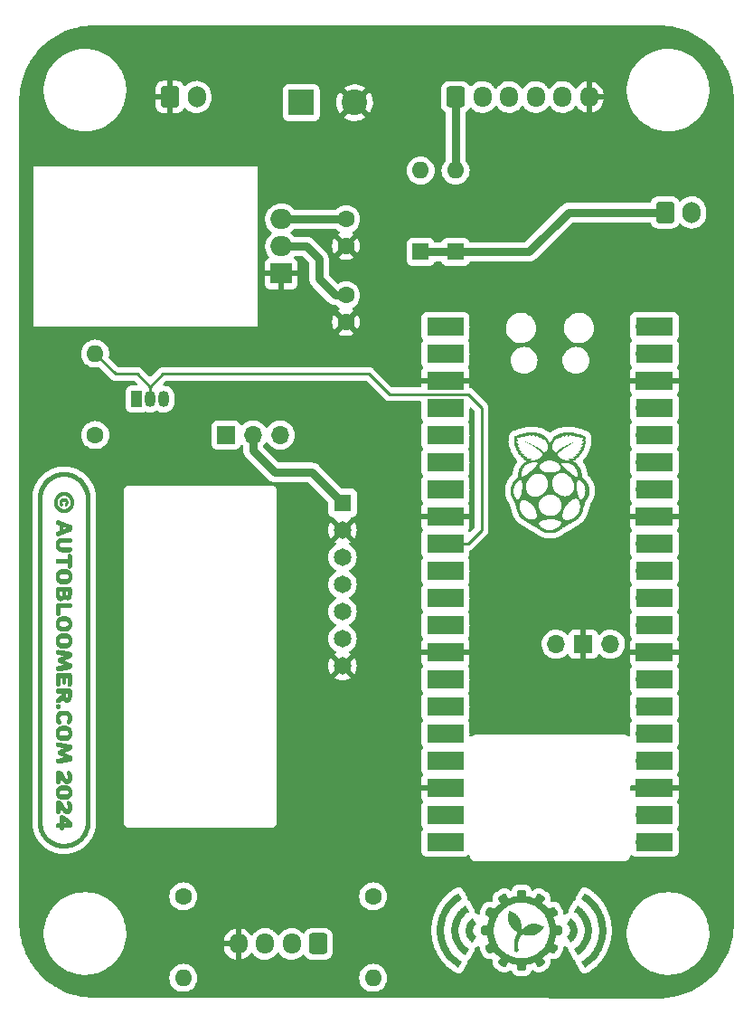
<source format=gbr>
%TF.GenerationSoftware,KiCad,Pcbnew,(6.0.7-1)-1*%
%TF.CreationDate,2024-01-28T18:10:20-08:00*%
%TF.ProjectId,SensorPod-Board,53656e73-6f72-4506-9f64-2d426f617264,rev?*%
%TF.SameCoordinates,Original*%
%TF.FileFunction,Copper,L1,Top*%
%TF.FilePolarity,Positive*%
%FSLAX46Y46*%
G04 Gerber Fmt 4.6, Leading zero omitted, Abs format (unit mm)*
G04 Created by KiCad (PCBNEW (6.0.7-1)-1) date 2024-01-28 18:10:20*
%MOMM*%
%LPD*%
G01*
G04 APERTURE LIST*
G04 Aperture macros list*
%AMRoundRect*
0 Rectangle with rounded corners*
0 $1 Rounding radius*
0 $2 $3 $4 $5 $6 $7 $8 $9 X,Y pos of 4 corners*
0 Add a 4 corners polygon primitive as box body*
4,1,4,$2,$3,$4,$5,$6,$7,$8,$9,$2,$3,0*
0 Add four circle primitives for the rounded corners*
1,1,$1+$1,$2,$3*
1,1,$1+$1,$4,$5*
1,1,$1+$1,$6,$7*
1,1,$1+$1,$8,$9*
0 Add four rect primitives between the rounded corners*
20,1,$1+$1,$2,$3,$4,$5,0*
20,1,$1+$1,$4,$5,$6,$7,0*
20,1,$1+$1,$6,$7,$8,$9,0*
20,1,$1+$1,$8,$9,$2,$3,0*%
G04 Aperture macros list end*
%TA.AperFunction,NonConductor*%
%ADD10C,0.000000*%
%TD*%
%TA.AperFunction,ComponentPad*%
%ADD11C,2.400000*%
%TD*%
%TA.AperFunction,ComponentPad*%
%ADD12R,2.400000X2.400000*%
%TD*%
%TA.AperFunction,ComponentPad*%
%ADD13C,1.600000*%
%TD*%
%TA.AperFunction,ComponentPad*%
%ADD14O,1.600000X1.600000*%
%TD*%
%TA.AperFunction,ComponentPad*%
%ADD15R,2.000000X1.905000*%
%TD*%
%TA.AperFunction,ComponentPad*%
%ADD16O,2.000000X1.905000*%
%TD*%
%TA.AperFunction,ComponentPad*%
%ADD17RoundRect,0.250000X-0.600000X-0.750000X0.600000X-0.750000X0.600000X0.750000X-0.600000X0.750000X0*%
%TD*%
%TA.AperFunction,ComponentPad*%
%ADD18O,1.700000X2.000000*%
%TD*%
%TA.AperFunction,ComponentPad*%
%ADD19R,1.600000X1.600000*%
%TD*%
%TA.AperFunction,ComponentPad*%
%ADD20RoundRect,0.250000X-0.600000X-0.725000X0.600000X-0.725000X0.600000X0.725000X-0.600000X0.725000X0*%
%TD*%
%TA.AperFunction,ComponentPad*%
%ADD21O,1.700000X1.950000*%
%TD*%
%TA.AperFunction,ComponentPad*%
%ADD22R,1.050000X1.500000*%
%TD*%
%TA.AperFunction,ComponentPad*%
%ADD23O,1.050000X1.500000*%
%TD*%
%TA.AperFunction,ComponentPad*%
%ADD24R,1.700000X1.700000*%
%TD*%
%TA.AperFunction,ComponentPad*%
%ADD25O,1.700000X1.700000*%
%TD*%
%TA.AperFunction,SMDPad,CuDef*%
%ADD26R,3.500000X1.700000*%
%TD*%
%TA.AperFunction,ComponentPad*%
%ADD27RoundRect,0.250000X0.600000X0.725000X-0.600000X0.725000X-0.600000X-0.725000X0.600000X-0.725000X0*%
%TD*%
%TA.AperFunction,ComponentPad*%
%ADD28R,1.650000X1.650000*%
%TD*%
%TA.AperFunction,ComponentPad*%
%ADD29C,1.650000*%
%TD*%
%TA.AperFunction,Conductor*%
%ADD30C,0.800000*%
%TD*%
%TA.AperFunction,Conductor*%
%ADD31C,0.250000*%
%TD*%
G04 APERTURE END LIST*
D10*
G36*
X132873012Y-128383046D02*
G01*
X132973708Y-128420927D01*
X133067925Y-128461763D01*
X133155859Y-128505373D01*
X133237704Y-128551574D01*
X133313657Y-128600184D01*
X133383913Y-128651020D01*
X133448669Y-128703899D01*
X133508119Y-128758639D01*
X133562459Y-128815058D01*
X133611885Y-128872973D01*
X133656593Y-128932202D01*
X133696778Y-128992563D01*
X133732636Y-129053872D01*
X133764363Y-129115948D01*
X133792153Y-129178607D01*
X133816204Y-129241669D01*
X133836710Y-129304949D01*
X133853867Y-129368266D01*
X133867871Y-129431438D01*
X133887201Y-129556613D01*
X133896267Y-129679016D01*
X133896632Y-129797186D01*
X133889862Y-129909665D01*
X133877523Y-130014993D01*
X133861180Y-130111710D01*
X133866352Y-130113166D01*
X133871492Y-130114721D01*
X133876598Y-130116373D01*
X133881670Y-130118122D01*
X133886705Y-130119967D01*
X133891703Y-130121907D01*
X133896662Y-130123943D01*
X133901580Y-130126073D01*
X133906457Y-130128296D01*
X133911291Y-130130613D01*
X133916081Y-130133022D01*
X133920825Y-130135524D01*
X133925522Y-130138116D01*
X133930171Y-130140800D01*
X133934769Y-130143574D01*
X133939317Y-130146437D01*
X134011143Y-130054954D01*
X134084626Y-129972418D01*
X134159550Y-129898464D01*
X134235703Y-129832723D01*
X134312868Y-129774828D01*
X134390833Y-129724411D01*
X134469384Y-129681105D01*
X134548305Y-129644542D01*
X134627383Y-129614356D01*
X134706404Y-129590178D01*
X134785153Y-129571642D01*
X134863417Y-129558379D01*
X134940981Y-129550022D01*
X135017631Y-129546205D01*
X135093152Y-129546558D01*
X135167331Y-129550716D01*
X135239954Y-129558309D01*
X135310806Y-129568972D01*
X135379673Y-129582337D01*
X135446341Y-129598035D01*
X135572222Y-129634965D01*
X135686738Y-129676821D01*
X135788173Y-129720665D01*
X135874816Y-129763557D01*
X135944951Y-129802556D01*
X135996867Y-129834724D01*
X135922138Y-129954622D01*
X135865530Y-130032986D01*
X135796284Y-130119095D01*
X135714544Y-130209549D01*
X135620452Y-130300948D01*
X135514151Y-130389894D01*
X135395786Y-130472988D01*
X135332124Y-130511277D01*
X135265499Y-130546829D01*
X135195929Y-130579218D01*
X135123433Y-130608020D01*
X135048029Y-130632808D01*
X134969733Y-130653159D01*
X134888564Y-130668648D01*
X134804540Y-130678849D01*
X134717680Y-130683339D01*
X134628000Y-130681690D01*
X134535518Y-130673480D01*
X134440253Y-130658283D01*
X134342223Y-130635674D01*
X134241445Y-130605228D01*
X134137937Y-130566521D01*
X134031718Y-130519127D01*
X134023770Y-130532342D01*
X134015154Y-130545032D01*
X134005900Y-130557177D01*
X133996033Y-130568759D01*
X133985582Y-130579757D01*
X133974574Y-130590152D01*
X133963036Y-130599924D01*
X133950997Y-130609053D01*
X133938482Y-130617519D01*
X133925521Y-130625304D01*
X133912140Y-130632387D01*
X133898367Y-130638748D01*
X133884229Y-130644369D01*
X133869754Y-130649228D01*
X133854970Y-130653308D01*
X133839903Y-130656587D01*
X133839310Y-130657422D01*
X133838712Y-130658254D01*
X133838108Y-130659082D01*
X133837498Y-130659907D01*
X133791635Y-130731246D01*
X133751713Y-130804198D01*
X133717407Y-130878752D01*
X133688394Y-130954898D01*
X133664349Y-131032624D01*
X133644949Y-131111919D01*
X133629869Y-131192774D01*
X133618786Y-131275176D01*
X133611376Y-131359116D01*
X133607315Y-131444581D01*
X133606279Y-131531563D01*
X133607944Y-131620048D01*
X133611986Y-131710027D01*
X133618081Y-131801489D01*
X133635136Y-131988818D01*
X133635938Y-131999070D01*
X133636217Y-132009241D01*
X133635986Y-132019317D01*
X133635255Y-132029284D01*
X133634035Y-132039128D01*
X133632338Y-132048836D01*
X133630174Y-132058394D01*
X133627555Y-132067789D01*
X133624493Y-132077006D01*
X133620997Y-132086031D01*
X133617079Y-132094851D01*
X133612751Y-132103453D01*
X133608024Y-132111822D01*
X133602908Y-132119945D01*
X133597416Y-132127807D01*
X133591557Y-132135396D01*
X133585343Y-132142697D01*
X133578786Y-132149697D01*
X133571897Y-132156381D01*
X133564686Y-132162737D01*
X133557165Y-132168749D01*
X133549345Y-132174406D01*
X133541238Y-132179692D01*
X133532853Y-132184594D01*
X133524203Y-132189099D01*
X133515299Y-132193192D01*
X133506152Y-132196860D01*
X133496772Y-132200089D01*
X133487172Y-132202865D01*
X133477362Y-132205174D01*
X133467353Y-132207004D01*
X133457157Y-132208339D01*
X133446906Y-132209140D01*
X133436735Y-132209420D01*
X133426660Y-132209188D01*
X133416693Y-132208457D01*
X133406849Y-132207237D01*
X133397141Y-132205540D01*
X133387583Y-132203376D01*
X133378189Y-132200758D01*
X133368972Y-132197695D01*
X133359947Y-132194199D01*
X133351126Y-132190282D01*
X133342525Y-132185954D01*
X133334156Y-132181227D01*
X133326033Y-132176111D01*
X133318171Y-132170619D01*
X133310582Y-132164761D01*
X133303281Y-132158547D01*
X133296282Y-132151991D01*
X133289597Y-132145102D01*
X133283242Y-132137891D01*
X133277229Y-132130370D01*
X133271572Y-132122551D01*
X133266286Y-132114444D01*
X133261384Y-132106060D01*
X133256879Y-132097410D01*
X133252786Y-132088506D01*
X133249118Y-132079359D01*
X133245889Y-132069980D01*
X133243113Y-132060380D01*
X133240803Y-132050570D01*
X133238974Y-132040562D01*
X133237638Y-132030366D01*
X133219458Y-131830778D01*
X133212783Y-131729856D01*
X133208370Y-131628410D01*
X133206706Y-131526609D01*
X133208280Y-131424623D01*
X133213579Y-131322621D01*
X133223091Y-131220773D01*
X133237306Y-131119249D01*
X133256709Y-131018219D01*
X133281791Y-130917852D01*
X133313038Y-130818318D01*
X133350939Y-130719788D01*
X133395982Y-130622430D01*
X133448655Y-130526414D01*
X133509446Y-130431911D01*
X133510040Y-130431186D01*
X133510640Y-130430465D01*
X133511246Y-130429746D01*
X133511857Y-130429030D01*
X133510907Y-130423184D01*
X133510081Y-130417321D01*
X133509379Y-130411443D01*
X133508801Y-130405552D01*
X133508347Y-130399651D01*
X133508017Y-130393740D01*
X133507812Y-130387823D01*
X133507731Y-130381901D01*
X133507817Y-130375352D01*
X133508056Y-130368813D01*
X133508447Y-130362286D01*
X133508989Y-130355775D01*
X133509684Y-130349282D01*
X133510529Y-130342809D01*
X133511524Y-130336360D01*
X133512670Y-130329936D01*
X133513965Y-130323540D01*
X133515408Y-130317176D01*
X133517001Y-130310846D01*
X133518741Y-130304551D01*
X133520628Y-130298296D01*
X133522663Y-130292082D01*
X133524844Y-130285912D01*
X133527171Y-130279790D01*
X133439806Y-130235197D01*
X133347917Y-130182251D01*
X133253610Y-130120566D01*
X133158991Y-130049758D01*
X133066165Y-129969442D01*
X132977238Y-129879233D01*
X132894316Y-129778745D01*
X132819504Y-129667594D01*
X132785798Y-129607900D01*
X132754908Y-129545396D01*
X132727100Y-129480033D01*
X132702634Y-129411764D01*
X132681776Y-129340541D01*
X132664788Y-129266315D01*
X132651933Y-129189039D01*
X132643474Y-129108663D01*
X132639676Y-129025141D01*
X132640800Y-128938424D01*
X132647110Y-128848464D01*
X132658870Y-128755212D01*
X132676342Y-128658621D01*
X132699790Y-128558642D01*
X132729477Y-128455228D01*
X132765666Y-128348331D01*
X132765641Y-128348303D01*
X132873012Y-128383046D01*
G37*
G36*
X130120092Y-129947029D02*
G01*
X130120926Y-129935991D01*
X130122301Y-129925117D01*
X130124202Y-129914420D01*
X130126616Y-129903914D01*
X130129529Y-129893613D01*
X130132929Y-129883529D01*
X130136802Y-129873677D01*
X130141134Y-129864069D01*
X130145912Y-129854719D01*
X130151122Y-129845640D01*
X130156752Y-129836846D01*
X130162787Y-129828351D01*
X130169214Y-129820167D01*
X130176020Y-129812308D01*
X130183191Y-129804787D01*
X130190714Y-129797619D01*
X130198575Y-129790815D01*
X130206762Y-129784391D01*
X130215260Y-129778358D01*
X130224056Y-129772731D01*
X130233137Y-129767523D01*
X130242489Y-129762748D01*
X130252100Y-129758418D01*
X130261954Y-129754547D01*
X130272039Y-129751149D01*
X130282342Y-129748237D01*
X130292849Y-129745824D01*
X130303547Y-129743924D01*
X130314422Y-129742550D01*
X130325461Y-129741716D01*
X130336650Y-129741435D01*
X130692350Y-129741435D01*
X130707897Y-129638496D01*
X130726716Y-129536186D01*
X130748785Y-129434582D01*
X130774084Y-129333761D01*
X130802593Y-129233800D01*
X130834290Y-129134776D01*
X130869156Y-129036766D01*
X130907170Y-128939847D01*
X130599082Y-128761996D01*
X130589533Y-128756158D01*
X130580391Y-128749916D01*
X130571661Y-128743288D01*
X130563347Y-128736293D01*
X130555455Y-128728949D01*
X130547989Y-128721274D01*
X130540955Y-128713287D01*
X130534357Y-128705006D01*
X130528200Y-128696449D01*
X130522490Y-128687635D01*
X130517231Y-128678582D01*
X130512428Y-128669308D01*
X130508085Y-128659833D01*
X130504209Y-128650173D01*
X130500804Y-128640348D01*
X130497874Y-128630376D01*
X130495425Y-128620275D01*
X130493461Y-128610063D01*
X130491988Y-128599760D01*
X130491011Y-128589383D01*
X130490534Y-128578950D01*
X130490562Y-128568480D01*
X130491100Y-128557992D01*
X130492153Y-128547503D01*
X130493726Y-128537032D01*
X130495824Y-128526598D01*
X130498452Y-128516219D01*
X130501615Y-128505912D01*
X130505318Y-128495697D01*
X130509565Y-128485592D01*
X130514361Y-128475614D01*
X130519712Y-128465784D01*
X130736491Y-128090309D01*
X130742329Y-128080760D01*
X130748571Y-128071617D01*
X130755199Y-128062887D01*
X130762194Y-128054574D01*
X130769539Y-128046683D01*
X130777213Y-128039219D01*
X130785201Y-128032186D01*
X130793482Y-128025590D01*
X130802039Y-128019435D01*
X130810853Y-128013727D01*
X130819906Y-128008469D01*
X130829179Y-128003669D01*
X130838655Y-127999329D01*
X130848315Y-127995455D01*
X130858140Y-127992052D01*
X130868112Y-127989125D01*
X130878213Y-127986678D01*
X130888424Y-127984717D01*
X130898728Y-127983247D01*
X130909105Y-127982272D01*
X130919537Y-127981797D01*
X130930007Y-127981827D01*
X130940495Y-127982367D01*
X130950984Y-127983423D01*
X130961454Y-127984998D01*
X130971888Y-127987098D01*
X130982267Y-127989727D01*
X130992574Y-127992891D01*
X131002789Y-127996595D01*
X131012894Y-128000843D01*
X131022870Y-128005640D01*
X131032701Y-128010991D01*
X131340733Y-128188843D01*
X131405665Y-128107463D01*
X131473116Y-128028265D01*
X131543030Y-127951302D01*
X131615349Y-127876634D01*
X131690018Y-127804314D01*
X131766981Y-127734401D01*
X131846181Y-127666950D01*
X131927561Y-127602017D01*
X131911065Y-127573450D01*
X131749656Y-127293928D01*
X131744305Y-127284098D01*
X131739509Y-127274121D01*
X131735261Y-127264016D01*
X131731559Y-127253801D01*
X131728396Y-127243494D01*
X131725768Y-127233115D01*
X131723670Y-127222680D01*
X131722097Y-127212210D01*
X131721044Y-127201721D01*
X131720505Y-127191233D01*
X131720477Y-127180763D01*
X131720955Y-127170330D01*
X131721932Y-127159953D01*
X131723405Y-127149649D01*
X131725369Y-127139438D01*
X131727818Y-127129337D01*
X131730748Y-127119365D01*
X131734153Y-127109540D01*
X131738029Y-127099880D01*
X131742371Y-127090404D01*
X131747175Y-127081131D01*
X131752434Y-127072078D01*
X131758144Y-127063264D01*
X131764301Y-127054707D01*
X131770898Y-127046426D01*
X131777933Y-127038438D01*
X131785398Y-127030763D01*
X131793291Y-127023419D01*
X131801604Y-127016424D01*
X131810335Y-127009796D01*
X131819477Y-127003554D01*
X131829026Y-126997716D01*
X132204502Y-126780934D01*
X132214333Y-126775583D01*
X132224310Y-126770787D01*
X132234415Y-126766541D01*
X132244629Y-126762840D01*
X132254934Y-126759678D01*
X132265312Y-126757052D01*
X132275745Y-126754956D01*
X132286214Y-126753384D01*
X132296700Y-126752333D01*
X132307186Y-126751797D01*
X132317654Y-126751772D01*
X132328084Y-126752252D01*
X132338458Y-126753232D01*
X132348759Y-126754708D01*
X132358968Y-126756674D01*
X132369066Y-126759126D01*
X132379036Y-126762058D01*
X132388858Y-126765466D01*
X132398515Y-126769345D01*
X132407988Y-126773690D01*
X132417259Y-126778496D01*
X132426309Y-126783757D01*
X132435121Y-126789470D01*
X132443676Y-126795629D01*
X132451955Y-126802229D01*
X132459940Y-126809265D01*
X132467614Y-126816732D01*
X132474956Y-126824626D01*
X132481951Y-126832941D01*
X132488578Y-126841673D01*
X132494819Y-126850816D01*
X132500657Y-126860365D01*
X132678508Y-127168397D01*
X132775434Y-127130390D01*
X132873451Y-127095531D01*
X132972482Y-127063840D01*
X133072451Y-127035337D01*
X133173279Y-127010045D01*
X133274889Y-126987983D01*
X133377205Y-126969171D01*
X133480149Y-126953632D01*
X133480149Y-126597874D01*
X133480430Y-126586686D01*
X133481264Y-126575647D01*
X133482638Y-126564773D01*
X133484538Y-126554077D01*
X133486951Y-126543571D01*
X133489863Y-126533270D01*
X133493261Y-126523186D01*
X133497132Y-126513334D01*
X133501462Y-126503726D01*
X133506238Y-126494376D01*
X133511446Y-126485297D01*
X133517073Y-126476503D01*
X133523106Y-126468008D01*
X133529530Y-126459824D01*
X133536334Y-126451965D01*
X133543502Y-126444445D01*
X133551023Y-126437276D01*
X133558882Y-126430473D01*
X133567066Y-126424048D01*
X133575562Y-126418016D01*
X133584355Y-126412389D01*
X133593434Y-126407181D01*
X133602784Y-126402405D01*
X133612392Y-126398075D01*
X133622245Y-126394205D01*
X133632329Y-126390806D01*
X133642630Y-126387894D01*
X133653136Y-126385481D01*
X133663833Y-126383582D01*
X133674707Y-126382208D01*
X133685745Y-126381374D01*
X133696934Y-126381093D01*
X134130552Y-126381091D01*
X134141741Y-126381372D01*
X134152778Y-126382206D01*
X134163652Y-126383580D01*
X134174348Y-126385480D01*
X134184854Y-126387893D01*
X134195155Y-126390805D01*
X134205238Y-126394203D01*
X134215091Y-126398074D01*
X134224698Y-126402403D01*
X134234048Y-126407179D01*
X134243127Y-126412387D01*
X134251920Y-126418014D01*
X134260416Y-126424046D01*
X134268599Y-126430471D01*
X134276458Y-126437274D01*
X134283979Y-126444443D01*
X134291147Y-126451963D01*
X134297950Y-126459822D01*
X134304375Y-126468006D01*
X134310407Y-126476501D01*
X134316034Y-126485295D01*
X134321242Y-126494374D01*
X134326018Y-126503724D01*
X134330348Y-126513331D01*
X134334219Y-126523184D01*
X134337617Y-126533268D01*
X134340529Y-126543569D01*
X134342942Y-126554075D01*
X134344842Y-126564771D01*
X134346216Y-126575646D01*
X134347050Y-126586684D01*
X134347331Y-126597873D01*
X134347325Y-126952284D01*
X134450358Y-126967825D01*
X134552763Y-126986644D01*
X134654462Y-127008719D01*
X134755377Y-127034030D01*
X134855431Y-127062556D01*
X134954546Y-127094277D01*
X135052645Y-127129171D01*
X135149650Y-127167219D01*
X135326829Y-126860307D01*
X135332667Y-126850758D01*
X135338908Y-126841616D01*
X135345534Y-126832886D01*
X135352528Y-126824572D01*
X135359869Y-126816681D01*
X135367541Y-126809217D01*
X135375525Y-126802184D01*
X135383803Y-126795588D01*
X135392356Y-126789433D01*
X135401165Y-126783725D01*
X135410214Y-126778468D01*
X135419483Y-126773667D01*
X135428953Y-126769327D01*
X135438608Y-126765454D01*
X135448428Y-126762051D01*
X135458395Y-126759124D01*
X135468491Y-126756677D01*
X135478697Y-126754716D01*
X135488995Y-126753246D01*
X135499368Y-126752270D01*
X135509796Y-126751796D01*
X135520261Y-126751826D01*
X135530744Y-126752366D01*
X135541229Y-126753421D01*
X135551696Y-126754997D01*
X135562127Y-126757096D01*
X135572503Y-126759726D01*
X135582807Y-126762890D01*
X135593020Y-126766593D01*
X135603123Y-126770841D01*
X135613099Y-126775638D01*
X135622929Y-126780989D01*
X135998460Y-126997771D01*
X136008010Y-127003609D01*
X136017152Y-127009850D01*
X136025883Y-127016477D01*
X136034198Y-127023471D01*
X136042090Y-127030814D01*
X136049556Y-127038488D01*
X136056591Y-127046473D01*
X136063189Y-127054753D01*
X136069346Y-127063307D01*
X136075057Y-127072119D01*
X136080316Y-127081170D01*
X136085119Y-127090441D01*
X136089462Y-127099914D01*
X136093338Y-127109571D01*
X136096744Y-127119393D01*
X136099674Y-127129363D01*
X136102123Y-127139461D01*
X136104087Y-127149670D01*
X136105560Y-127159971D01*
X136106537Y-127170346D01*
X136107015Y-127180776D01*
X136106987Y-127191243D01*
X136106449Y-127201730D01*
X136105396Y-127212216D01*
X136103822Y-127222685D01*
X136101724Y-127233118D01*
X136099096Y-127243496D01*
X136095933Y-127253801D01*
X136092231Y-127264015D01*
X136087984Y-127274120D01*
X136083187Y-127284096D01*
X136077836Y-127293927D01*
X135900596Y-127600951D01*
X135982035Y-127665920D01*
X136061291Y-127733412D01*
X136138307Y-127803369D01*
X136213027Y-127875737D01*
X136285394Y-127950456D01*
X136355352Y-128027472D01*
X136422845Y-128106728D01*
X136487815Y-128188167D01*
X136794840Y-128010931D01*
X136804670Y-128005580D01*
X136814647Y-128000783D01*
X136824751Y-127996535D01*
X136834964Y-127992832D01*
X136845268Y-127989668D01*
X136855644Y-127987038D01*
X136866075Y-127984939D01*
X136876542Y-127983364D01*
X136887027Y-127982308D01*
X136897511Y-127981768D01*
X136907976Y-127981738D01*
X136918404Y-127982213D01*
X136928776Y-127983188D01*
X136939074Y-127984659D01*
X136949280Y-127986620D01*
X136959376Y-127989066D01*
X136969343Y-127991994D01*
X136979163Y-127995397D01*
X136988817Y-127999271D01*
X136998288Y-128003610D01*
X137007556Y-128008411D01*
X137016604Y-128013668D01*
X137025414Y-128019377D01*
X137033967Y-128025531D01*
X137042244Y-128032127D01*
X137050228Y-128039160D01*
X137057900Y-128046624D01*
X137065241Y-128054516D01*
X137072234Y-128062829D01*
X137078861Y-128071558D01*
X137085102Y-128080700D01*
X137090940Y-128090250D01*
X137307779Y-128465781D01*
X137313130Y-128475611D01*
X137317926Y-128485588D01*
X137322172Y-128495692D01*
X137325874Y-128505906D01*
X137329037Y-128516211D01*
X137331664Y-128526589D01*
X137333762Y-128537022D01*
X137335335Y-128547491D01*
X137336388Y-128557977D01*
X137336926Y-128568463D01*
X137336954Y-128578931D01*
X137336476Y-128589361D01*
X137335498Y-128599736D01*
X137334025Y-128610037D01*
X137332061Y-128620246D01*
X137329612Y-128630344D01*
X137326682Y-128640314D01*
X137323277Y-128650136D01*
X137319400Y-128659793D01*
X137315058Y-128669266D01*
X137310255Y-128678537D01*
X137304996Y-128687588D01*
X137299285Y-128696400D01*
X137293129Y-128704955D01*
X137286531Y-128713234D01*
X137279497Y-128721220D01*
X137272031Y-128728893D01*
X137264139Y-128736236D01*
X137255825Y-128743230D01*
X137247094Y-128749857D01*
X137237952Y-128756099D01*
X137228403Y-128761937D01*
X136921549Y-128939117D01*
X136959587Y-129036123D01*
X136994474Y-129134221D01*
X137026187Y-129233335D01*
X137054705Y-129333388D01*
X137080009Y-129434301D01*
X137102077Y-129535998D01*
X137120889Y-129638402D01*
X137136423Y-129741434D01*
X137490842Y-129741434D01*
X137502031Y-129741715D01*
X137513069Y-129742549D01*
X137523943Y-129743922D01*
X137534641Y-129745822D01*
X137545147Y-129748235D01*
X137555450Y-129751147D01*
X137565535Y-129754545D01*
X137575389Y-129758416D01*
X137584999Y-129762746D01*
X137594351Y-129767522D01*
X137603431Y-129772730D01*
X137612227Y-129778357D01*
X137620725Y-129784389D01*
X137628912Y-129790814D01*
X137636773Y-129797617D01*
X137644296Y-129804786D01*
X137651467Y-129812306D01*
X137658273Y-129820165D01*
X137664700Y-129828349D01*
X137670735Y-129836845D01*
X137676364Y-129845639D01*
X137681574Y-129854717D01*
X137686352Y-129864067D01*
X137690684Y-129873675D01*
X137694557Y-129883528D01*
X137697957Y-129893611D01*
X137700870Y-129903913D01*
X137703284Y-129914419D01*
X137705185Y-129925115D01*
X137706560Y-129935990D01*
X137707394Y-129947028D01*
X137707675Y-129958217D01*
X137707675Y-130391782D01*
X137707394Y-130402971D01*
X137706560Y-130414009D01*
X137705185Y-130424884D01*
X137703285Y-130435582D01*
X137700871Y-130446089D01*
X137697957Y-130456392D01*
X137694557Y-130466477D01*
X137690685Y-130476332D01*
X137686353Y-130485942D01*
X137681576Y-130495294D01*
X137676365Y-130504375D01*
X137670736Y-130513171D01*
X137664702Y-130521669D01*
X137658275Y-130529855D01*
X137651469Y-130537717D01*
X137644298Y-130545240D01*
X137636775Y-130552411D01*
X137628914Y-130559217D01*
X137620728Y-130565644D01*
X137612230Y-130571679D01*
X137603434Y-130577308D01*
X137594353Y-130582519D01*
X137585001Y-130587296D01*
X137575392Y-130591628D01*
X137565537Y-130595501D01*
X137555452Y-130598901D01*
X137545149Y-130601815D01*
X137534642Y-130604229D01*
X137523945Y-130606129D01*
X137513070Y-130607504D01*
X137502031Y-130608338D01*
X137490842Y-130608620D01*
X137135135Y-130608618D01*
X137119588Y-130711557D01*
X137100770Y-130813868D01*
X137078701Y-130915472D01*
X137053401Y-131016293D01*
X137024893Y-131116255D01*
X136993195Y-131215279D01*
X136958329Y-131313289D01*
X136920316Y-131410208D01*
X137228403Y-131588058D01*
X137237953Y-131593896D01*
X137247096Y-131600138D01*
X137255827Y-131606765D01*
X137264141Y-131613759D01*
X137272033Y-131621102D01*
X137279499Y-131628776D01*
X137286534Y-131636761D01*
X137293132Y-131645041D01*
X137299289Y-131653595D01*
X137305000Y-131662407D01*
X137310259Y-131671458D01*
X137315063Y-131680729D01*
X137319405Y-131690202D01*
X137323281Y-131699859D01*
X137326687Y-131709682D01*
X137329617Y-131719651D01*
X137332066Y-131729750D01*
X137334030Y-131739959D01*
X137335503Y-131750260D01*
X137336480Y-131760634D01*
X137336958Y-131771065D01*
X137336930Y-131781532D01*
X137336392Y-131792018D01*
X137335339Y-131802505D01*
X137333765Y-131812973D01*
X137331667Y-131823406D01*
X137329039Y-131833784D01*
X137325876Y-131844089D01*
X137322174Y-131854303D01*
X137317927Y-131864408D01*
X137313130Y-131874384D01*
X137307779Y-131884215D01*
X137090995Y-132259691D01*
X137085156Y-132269240D01*
X137078914Y-132278383D01*
X137072286Y-132287114D01*
X137065291Y-132295428D01*
X137057947Y-132303321D01*
X137050272Y-132310787D01*
X137042285Y-132317821D01*
X137034004Y-132324419D01*
X137025447Y-132330576D01*
X137016633Y-132336286D01*
X137007580Y-132341546D01*
X136998306Y-132346349D01*
X136988831Y-132350691D01*
X136979171Y-132354568D01*
X136969346Y-132357973D01*
X136959374Y-132360903D01*
X136949273Y-132363352D01*
X136939061Y-132365316D01*
X136928758Y-132366789D01*
X136918381Y-132367767D01*
X136907948Y-132368244D01*
X136897479Y-132368216D01*
X136886991Y-132367678D01*
X136876502Y-132366625D01*
X136866031Y-132365052D01*
X136855597Y-132362953D01*
X136845218Y-132360325D01*
X136834912Y-132357163D01*
X136824697Y-132353460D01*
X136814592Y-132349213D01*
X136804615Y-132344417D01*
X136794785Y-132339065D01*
X136486747Y-132161215D01*
X136421815Y-132242587D01*
X136354363Y-132321778D01*
X136284449Y-132398732D01*
X136212130Y-132473394D01*
X136137462Y-132545706D01*
X136060502Y-132615613D01*
X135981306Y-132683057D01*
X135899931Y-132747983D01*
X136077781Y-133056071D01*
X136083132Y-133065902D01*
X136087930Y-133075878D01*
X136092177Y-133085983D01*
X136095881Y-133096197D01*
X136099045Y-133106502D01*
X136101674Y-133116880D01*
X136103774Y-133127313D01*
X136105349Y-133137781D01*
X136106404Y-133148268D01*
X136106945Y-133158754D01*
X136106975Y-133169222D01*
X136106500Y-133179652D01*
X136105525Y-133190027D01*
X136104054Y-133200328D01*
X136102093Y-133210536D01*
X136099646Y-133220635D01*
X136096719Y-133230604D01*
X136093316Y-133240427D01*
X136089442Y-133250084D01*
X136085102Y-133259557D01*
X136080301Y-133268828D01*
X136075044Y-133277879D01*
X136069335Y-133286691D01*
X136063181Y-133295245D01*
X136056584Y-133303525D01*
X136049551Y-133311510D01*
X136042087Y-133319184D01*
X136034195Y-133326527D01*
X136025882Y-133333521D01*
X136017152Y-133340148D01*
X136008009Y-133346390D01*
X135998460Y-133352228D01*
X135622984Y-133569009D01*
X135613154Y-133574360D01*
X135603177Y-133579157D01*
X135593072Y-133583404D01*
X135582857Y-133587106D01*
X135572551Y-133590269D01*
X135562171Y-133592897D01*
X135551737Y-133594995D01*
X135541267Y-133596568D01*
X135530778Y-133597621D01*
X135520290Y-133598159D01*
X135509820Y-133598187D01*
X135499388Y-133597710D01*
X135489011Y-133596732D01*
X135478707Y-133595259D01*
X135468496Y-133593295D01*
X135458395Y-133590846D01*
X135448423Y-133587916D01*
X135438598Y-133584511D01*
X135428938Y-133580634D01*
X135419462Y-133576292D01*
X135410189Y-133571489D01*
X135401136Y-133566229D01*
X135392322Y-133560519D01*
X135383765Y-133554362D01*
X135375484Y-133547764D01*
X135367497Y-133540730D01*
X135359822Y-133533264D01*
X135352478Y-133525371D01*
X135345482Y-133517057D01*
X135338854Y-133508327D01*
X135332612Y-133499184D01*
X135326774Y-133489635D01*
X135148930Y-133181601D01*
X135052010Y-133219607D01*
X134953999Y-133254466D01*
X134854974Y-133286157D01*
X134755011Y-133314659D01*
X134654189Y-133339952D01*
X134552584Y-133362015D01*
X134450274Y-133380827D01*
X134347337Y-133396368D01*
X134347337Y-133752127D01*
X134347056Y-133763316D01*
X134346222Y-133774354D01*
X134344848Y-133785228D01*
X134342948Y-133795925D01*
X134340535Y-133806431D01*
X134337623Y-133816732D01*
X134334225Y-133826816D01*
X134330354Y-133836668D01*
X134326024Y-133846276D01*
X134321248Y-133855626D01*
X134316040Y-133864705D01*
X134310413Y-133873499D01*
X134304381Y-133881994D01*
X134297956Y-133890178D01*
X134291153Y-133898037D01*
X134283985Y-133905557D01*
X134276464Y-133912726D01*
X134268606Y-133919529D01*
X134260422Y-133925953D01*
X134251926Y-133931986D01*
X134243133Y-133937613D01*
X134234054Y-133942821D01*
X134224704Y-133947596D01*
X134215097Y-133951926D01*
X134205244Y-133955797D01*
X134195161Y-133959195D01*
X134184860Y-133962107D01*
X134174355Y-133964520D01*
X134163658Y-133966420D01*
X134152785Y-133967794D01*
X134141747Y-133968628D01*
X134130558Y-133968909D01*
X133696940Y-133968909D01*
X133685751Y-133968628D01*
X133674713Y-133967794D01*
X133663839Y-133966420D01*
X133653142Y-133964520D01*
X133642636Y-133962107D01*
X133632335Y-133959195D01*
X133622251Y-133955797D01*
X133612398Y-133951926D01*
X133602790Y-133947596D01*
X133593440Y-133942821D01*
X133584361Y-133937613D01*
X133575568Y-133931986D01*
X133567072Y-133925953D01*
X133558888Y-133919529D01*
X133551029Y-133912726D01*
X133543508Y-133905557D01*
X133536340Y-133898037D01*
X133529536Y-133890178D01*
X133523112Y-133881994D01*
X133517079Y-133873499D01*
X133511452Y-133864705D01*
X133506244Y-133855626D01*
X133501468Y-133846276D01*
X133497138Y-133836668D01*
X133493268Y-133826816D01*
X133489869Y-133816732D01*
X133486957Y-133806431D01*
X133484544Y-133795925D01*
X133482644Y-133785228D01*
X133481271Y-133774354D01*
X133480436Y-133763316D01*
X133480155Y-133752127D01*
X133480155Y-133396367D01*
X133377218Y-133380826D01*
X133274909Y-133362014D01*
X133173305Y-133339951D01*
X133072484Y-133314659D01*
X132972523Y-133286157D01*
X132873498Y-133254467D01*
X132775488Y-133219608D01*
X132678569Y-133181602D01*
X132500718Y-133489691D01*
X132494880Y-133499240D01*
X132488639Y-133508383D01*
X132482011Y-133517113D01*
X132475017Y-133525426D01*
X132467674Y-133533317D01*
X132460001Y-133540782D01*
X132452015Y-133547814D01*
X132443736Y-133554411D01*
X132435181Y-133560565D01*
X132426369Y-133566274D01*
X132417318Y-133571531D01*
X132408047Y-133576332D01*
X132398574Y-133580671D01*
X132388917Y-133584545D01*
X132379095Y-133587948D01*
X132369125Y-133590875D01*
X132359027Y-133593322D01*
X132348818Y-133595283D01*
X132338517Y-133596753D01*
X132328142Y-133597729D01*
X132317712Y-133598203D01*
X132307245Y-133598173D01*
X132296759Y-133597633D01*
X132286272Y-133596578D01*
X132275803Y-133595002D01*
X132265371Y-133592903D01*
X132254993Y-133590273D01*
X132244688Y-133587109D01*
X132234474Y-133583405D01*
X132224370Y-133579158D01*
X132214394Y-133574361D01*
X132204563Y-133569009D01*
X131829032Y-133352228D01*
X131819484Y-133346390D01*
X131810343Y-133340148D01*
X131801613Y-133333521D01*
X131793301Y-133326527D01*
X131785410Y-133319184D01*
X131777946Y-133311510D01*
X131770913Y-133303525D01*
X131764317Y-133295245D01*
X131758162Y-133286691D01*
X131752454Y-133277879D01*
X131747197Y-133268828D01*
X131742396Y-133259557D01*
X131738056Y-133250084D01*
X131734182Y-133240427D01*
X131730778Y-133230604D01*
X131727851Y-133220635D01*
X131725404Y-133210536D01*
X131723442Y-133200328D01*
X131721971Y-133190027D01*
X131720996Y-133179652D01*
X131720520Y-133169222D01*
X131720550Y-133158754D01*
X131721090Y-133148268D01*
X131722145Y-133137781D01*
X131723720Y-133127313D01*
X131725819Y-133116880D01*
X131728448Y-133106502D01*
X131731612Y-133096197D01*
X131735315Y-133085983D01*
X131739563Y-133075878D01*
X131744360Y-133065902D01*
X131749711Y-133056071D01*
X131927561Y-132747983D01*
X131846185Y-132683057D01*
X131766987Y-132615613D01*
X131690026Y-132545706D01*
X131615357Y-132473394D01*
X131543037Y-132398732D01*
X131473123Y-132321778D01*
X131405672Y-132242587D01*
X131340739Y-132161215D01*
X131032646Y-132339065D01*
X131022816Y-132344417D01*
X131012840Y-132349213D01*
X131002736Y-132353460D01*
X130992524Y-132357163D01*
X130982220Y-132360325D01*
X130971843Y-132362953D01*
X130961413Y-132365051D01*
X130950946Y-132366625D01*
X130940461Y-132367678D01*
X130929977Y-132368216D01*
X130919512Y-132368244D01*
X130909085Y-132367766D01*
X130898712Y-132366789D01*
X130888414Y-132365316D01*
X130878208Y-132363352D01*
X130868112Y-132360903D01*
X130858145Y-132357973D01*
X130848325Y-132354567D01*
X130838670Y-132350691D01*
X130829199Y-132346348D01*
X130819931Y-132341545D01*
X130810882Y-132336286D01*
X130802072Y-132330575D01*
X130793520Y-132324418D01*
X130785242Y-132317820D01*
X130777258Y-132310786D01*
X130769586Y-132303320D01*
X130762245Y-132295428D01*
X130755251Y-132287114D01*
X130748625Y-132278383D01*
X130742384Y-132269240D01*
X130736546Y-132259691D01*
X130519712Y-131884160D01*
X130514361Y-131874330D01*
X130509565Y-131864354D01*
X130505318Y-131854250D01*
X130501615Y-131844037D01*
X130498452Y-131833733D01*
X130495824Y-131823357D01*
X130493726Y-131812926D01*
X130492153Y-131802459D01*
X130491100Y-131791975D01*
X130490562Y-131781491D01*
X130490534Y-131771026D01*
X130491011Y-131760598D01*
X130491988Y-131750226D01*
X130493461Y-131739927D01*
X130495425Y-131729721D01*
X130497874Y-131719625D01*
X130500804Y-131709658D01*
X130504209Y-131699838D01*
X130508085Y-131690184D01*
X130512428Y-131680713D01*
X130517231Y-131671444D01*
X130522490Y-131662396D01*
X130528200Y-131653586D01*
X130534357Y-131645034D01*
X130540955Y-131636756D01*
X130547989Y-131628772D01*
X130555455Y-131621100D01*
X130563347Y-131613759D01*
X130571661Y-131606765D01*
X130580391Y-131600139D01*
X130589533Y-131593898D01*
X130599082Y-131588060D01*
X130907170Y-131410210D01*
X130869156Y-131313291D01*
X130834290Y-131215281D01*
X130802593Y-131116257D01*
X130774084Y-131016296D01*
X130748785Y-130915475D01*
X130726716Y-130813871D01*
X130707897Y-130711560D01*
X130692350Y-130608621D01*
X130336650Y-130608621D01*
X130325461Y-130608340D01*
X130314422Y-130607505D01*
X130303547Y-130606131D01*
X130292849Y-130604230D01*
X130282342Y-130601816D01*
X130272039Y-130598902D01*
X130261954Y-130595502D01*
X130252100Y-130591630D01*
X130242489Y-130587298D01*
X130233137Y-130582520D01*
X130224056Y-130577310D01*
X130215260Y-130571680D01*
X130206762Y-130565645D01*
X130198575Y-130559218D01*
X130190714Y-130552412D01*
X130183191Y-130545241D01*
X130176020Y-130537718D01*
X130169214Y-130529856D01*
X130162787Y-130521670D01*
X130156752Y-130513172D01*
X130151122Y-130504376D01*
X130145912Y-130495295D01*
X130141134Y-130485943D01*
X130136802Y-130476333D01*
X130132929Y-130466478D01*
X130129529Y-130456393D01*
X130126616Y-130446090D01*
X130124202Y-130435583D01*
X130122301Y-130424886D01*
X130120926Y-130414011D01*
X130120092Y-130402972D01*
X130119810Y-130391783D01*
X130119810Y-130175001D01*
X131312217Y-130175001D01*
X131315602Y-130308875D01*
X131325647Y-130440992D01*
X131342191Y-130571187D01*
X131365068Y-130699298D01*
X131394116Y-130825162D01*
X131429172Y-130948614D01*
X131470071Y-131069492D01*
X131516651Y-131187631D01*
X131568748Y-131302869D01*
X131626198Y-131415042D01*
X131688838Y-131523986D01*
X131756505Y-131629539D01*
X131829035Y-131731536D01*
X131906264Y-131829814D01*
X131988030Y-131924209D01*
X132074169Y-132014559D01*
X132164517Y-132100700D01*
X132258910Y-132182468D01*
X132357186Y-132259700D01*
X132459181Y-132332233D01*
X132564732Y-132399902D01*
X132673674Y-132462545D01*
X132785845Y-132519997D01*
X132901081Y-132572097D01*
X133019219Y-132618679D01*
X133140095Y-132659581D01*
X133263546Y-132694640D01*
X133389408Y-132723691D01*
X133517518Y-132746571D01*
X133647712Y-132763117D01*
X133779828Y-132773166D01*
X133913700Y-132776553D01*
X134042705Y-132773357D01*
X134170833Y-132763825D01*
X134297872Y-132748045D01*
X134423610Y-132726107D01*
X134547832Y-132698097D01*
X134670325Y-132664105D01*
X134790877Y-132624220D01*
X134909274Y-132578528D01*
X135025302Y-132527119D01*
X135138749Y-132470081D01*
X135249402Y-132407502D01*
X135357046Y-132339470D01*
X135461470Y-132266074D01*
X135562459Y-132187403D01*
X135659801Y-132103544D01*
X135753282Y-132014586D01*
X135842241Y-131921106D01*
X135926101Y-131823765D01*
X136004774Y-131722777D01*
X136078170Y-131618353D01*
X136146203Y-131510709D01*
X136208782Y-131400057D01*
X136265821Y-131286610D01*
X136317231Y-131170581D01*
X136362924Y-131052184D01*
X136402810Y-130931632D01*
X136436803Y-130809138D01*
X136464813Y-130684915D01*
X136486752Y-130559177D01*
X136502533Y-130432136D01*
X136512066Y-130304007D01*
X136515263Y-130175001D01*
X136512066Y-130045998D01*
X136502533Y-129917870D01*
X136486752Y-129790831D01*
X136464813Y-129665093D01*
X136436803Y-129540871D01*
X136402811Y-129418378D01*
X136362924Y-129297826D01*
X136317232Y-129179430D01*
X136265823Y-129063401D01*
X136208784Y-128949954D01*
X136146205Y-128839302D01*
X136078173Y-128731658D01*
X136004777Y-128627235D01*
X135926105Y-128526246D01*
X135842246Y-128428905D01*
X135753288Y-128335425D01*
X135659808Y-128246466D01*
X135562467Y-128162607D01*
X135461479Y-128083935D01*
X135357056Y-128010539D01*
X135249412Y-127942507D01*
X135138760Y-127879928D01*
X135025313Y-127822889D01*
X134909285Y-127771479D01*
X134790889Y-127725787D01*
X134670337Y-127685901D01*
X134547844Y-127651909D01*
X134423622Y-127623899D01*
X134297885Y-127601959D01*
X134170845Y-127586179D01*
X134042717Y-127576647D01*
X133913719Y-127573450D01*
X133779851Y-127576837D01*
X133647735Y-127586885D01*
X133517539Y-127603430D01*
X133389428Y-127626310D01*
X133263565Y-127655361D01*
X133140114Y-127690418D01*
X133019237Y-127731320D01*
X132901098Y-127777902D01*
X132785861Y-127830001D01*
X132673689Y-127887454D01*
X132564745Y-127950096D01*
X132459194Y-128017765D01*
X132357198Y-128090297D01*
X132258922Y-128167529D01*
X132164527Y-128249297D01*
X132074179Y-128335438D01*
X131988039Y-128425788D01*
X131906273Y-128520183D01*
X131829043Y-128618462D01*
X131756512Y-128720459D01*
X131688845Y-128826011D01*
X131626204Y-128934956D01*
X131568753Y-129047129D01*
X131516656Y-129162367D01*
X131470075Y-129280507D01*
X131429175Y-129401385D01*
X131394119Y-129524838D01*
X131365070Y-129650702D01*
X131342192Y-129778814D01*
X131325648Y-129909010D01*
X131315602Y-130041127D01*
X131312217Y-130175001D01*
X130119810Y-130175001D01*
X130119810Y-129958218D01*
X130120092Y-129947029D01*
G37*
G36*
X138501086Y-129027470D02*
G01*
X138538939Y-129051845D01*
X138575816Y-129077359D01*
X138611702Y-129103982D01*
X138646577Y-129131683D01*
X138680424Y-129160432D01*
X138713226Y-129190198D01*
X138744964Y-129220949D01*
X138775621Y-129252656D01*
X138805179Y-129285288D01*
X138833619Y-129318814D01*
X138860925Y-129353203D01*
X138887079Y-129388425D01*
X138912062Y-129424448D01*
X138935857Y-129461243D01*
X138958446Y-129498779D01*
X138979811Y-129537024D01*
X138999935Y-129575948D01*
X139018799Y-129615521D01*
X139036386Y-129655711D01*
X139052678Y-129696488D01*
X139067658Y-129737822D01*
X139081307Y-129779681D01*
X139093607Y-129822036D01*
X139104541Y-129864854D01*
X139114091Y-129908106D01*
X139122239Y-129951760D01*
X139128968Y-129995787D01*
X139134259Y-130040155D01*
X139138095Y-130084834D01*
X139140458Y-130129793D01*
X139141330Y-130175001D01*
X139138096Y-130265166D01*
X139128970Y-130354210D01*
X139114095Y-130441890D01*
X139093611Y-130527958D01*
X139067664Y-130612170D01*
X139036393Y-130694280D01*
X138999943Y-130774043D01*
X138958455Y-130851212D01*
X138912072Y-130925542D01*
X138860937Y-130996787D01*
X138805191Y-131064702D01*
X138744978Y-131129042D01*
X138680439Y-131189559D01*
X138611718Y-131246010D01*
X138538956Y-131298148D01*
X138462296Y-131345727D01*
X138123587Y-130759248D01*
X138142989Y-130747684D01*
X138161914Y-130735534D01*
X138180354Y-130722816D01*
X138198299Y-130709543D01*
X138215741Y-130695731D01*
X138232670Y-130681396D01*
X138249079Y-130666552D01*
X138264957Y-130651216D01*
X138280297Y-130635401D01*
X138295089Y-130619125D01*
X138309324Y-130602401D01*
X138322994Y-130585246D01*
X138336089Y-130567674D01*
X138348601Y-130549700D01*
X138360520Y-130531341D01*
X138371838Y-130512611D01*
X138382546Y-130493526D01*
X138392635Y-130474101D01*
X138402096Y-130454350D01*
X138410920Y-130434291D01*
X138419098Y-130413937D01*
X138426622Y-130393304D01*
X138433482Y-130372408D01*
X138439670Y-130351263D01*
X138445176Y-130329886D01*
X138449992Y-130308290D01*
X138454109Y-130286493D01*
X138457518Y-130264507D01*
X138460210Y-130242351D01*
X138462176Y-130220037D01*
X138463407Y-130197582D01*
X138463895Y-130175001D01*
X138462176Y-130129966D01*
X138457518Y-130085496D01*
X138449993Y-130041713D01*
X138439670Y-129998740D01*
X138426622Y-129956700D01*
X138410920Y-129915713D01*
X138392635Y-129875904D01*
X138371839Y-129837393D01*
X138348602Y-129800304D01*
X138322995Y-129764759D01*
X138295091Y-129730880D01*
X138264960Y-129698789D01*
X138232674Y-129668609D01*
X138198303Y-129640462D01*
X138161919Y-129614470D01*
X138123593Y-129590756D01*
X138462278Y-129004266D01*
X138501086Y-129027470D01*
G37*
G36*
X129026329Y-128417282D02*
G01*
X128911316Y-128488749D01*
X128802159Y-128567057D01*
X128699074Y-128651837D01*
X128602273Y-128742720D01*
X128511970Y-128839337D01*
X128428379Y-128941319D01*
X128351714Y-129048297D01*
X128282188Y-129159901D01*
X128220016Y-129275763D01*
X128165410Y-129395513D01*
X128118585Y-129518783D01*
X128079754Y-129645202D01*
X128049131Y-129774403D01*
X128026930Y-129906016D01*
X128013364Y-130039671D01*
X128008647Y-130175000D01*
X128009887Y-130242851D01*
X128013365Y-130310330D01*
X128019056Y-130377390D01*
X128026933Y-130443985D01*
X128036969Y-130510070D01*
X128049137Y-130575599D01*
X128063410Y-130640524D01*
X128079762Y-130704800D01*
X128098167Y-130768381D01*
X128118597Y-130831220D01*
X128141025Y-130893272D01*
X128165426Y-130954490D01*
X128191771Y-131014828D01*
X128220035Y-131074240D01*
X128250191Y-131132680D01*
X128282212Y-131190102D01*
X128316071Y-131246460D01*
X128351742Y-131301707D01*
X128389198Y-131355797D01*
X128428412Y-131408684D01*
X128469357Y-131460322D01*
X128512007Y-131510665D01*
X128556335Y-131559667D01*
X128602315Y-131607282D01*
X128649919Y-131653462D01*
X128699121Y-131698163D01*
X128749894Y-131741339D01*
X128802211Y-131782942D01*
X128856046Y-131822927D01*
X128911372Y-131861248D01*
X128968162Y-131897858D01*
X129026390Y-131932712D01*
X128687700Y-132519337D01*
X128534343Y-132424000D01*
X128388801Y-132319540D01*
X128251358Y-132206449D01*
X128122299Y-132085221D01*
X128001909Y-131956347D01*
X127890473Y-131820321D01*
X127788276Y-131677634D01*
X127695603Y-131528780D01*
X127612739Y-131374250D01*
X127539969Y-131214537D01*
X127477578Y-131050134D01*
X127425851Y-130881533D01*
X127385072Y-130709226D01*
X127355527Y-130533707D01*
X127337501Y-130355467D01*
X127331279Y-130175000D01*
X127332897Y-130084518D01*
X127337502Y-129994532D01*
X127345058Y-129905102D01*
X127355529Y-129816291D01*
X127368880Y-129728161D01*
X127385075Y-129640772D01*
X127404078Y-129554186D01*
X127425854Y-129468465D01*
X127450367Y-129383670D01*
X127477582Y-129299863D01*
X127507463Y-129217106D01*
X127539974Y-129135460D01*
X127575079Y-129054986D01*
X127612744Y-128975747D01*
X127652932Y-128897803D01*
X127695608Y-128821217D01*
X127740737Y-128746049D01*
X127788282Y-128672362D01*
X127838207Y-128600217D01*
X127890479Y-128529675D01*
X127945060Y-128460798D01*
X128001915Y-128393648D01*
X128061008Y-128328287D01*
X128122305Y-128264775D01*
X128185769Y-128203174D01*
X128251364Y-128143547D01*
X128319055Y-128085954D01*
X128388807Y-128030456D01*
X128460584Y-127977117D01*
X128534349Y-127925996D01*
X128610069Y-127877157D01*
X128687706Y-127830659D01*
X129026329Y-128417282D01*
G37*
G36*
X139933700Y-126727115D02*
G01*
X140047288Y-126800410D01*
X140157944Y-126877127D01*
X140265614Y-126957173D01*
X140370245Y-127040456D01*
X140471784Y-127126883D01*
X140570176Y-127216363D01*
X140665369Y-127308802D01*
X140757309Y-127404109D01*
X140845943Y-127502191D01*
X140931217Y-127602955D01*
X141013078Y-127706309D01*
X141091472Y-127812161D01*
X141166347Y-127920418D01*
X141237648Y-128030988D01*
X141305322Y-128143778D01*
X141369316Y-128258696D01*
X141429576Y-128375650D01*
X141486049Y-128494548D01*
X141538681Y-128615296D01*
X141587419Y-128737802D01*
X141632210Y-128861975D01*
X141673000Y-128987721D01*
X141709736Y-129114948D01*
X141742364Y-129243564D01*
X141770831Y-129373477D01*
X141795083Y-129504593D01*
X141815067Y-129636821D01*
X141830730Y-129770068D01*
X141842017Y-129904242D01*
X141848877Y-130039250D01*
X141851255Y-130175000D01*
X141842045Y-130445686D01*
X141815121Y-130713046D01*
X141770911Y-130976340D01*
X141709843Y-131234828D01*
X141632343Y-131487769D01*
X141538838Y-131734424D01*
X141429757Y-131974053D01*
X141305527Y-132205916D01*
X141166575Y-132429274D01*
X141013328Y-132643385D01*
X140846214Y-132847511D01*
X140665660Y-133040912D01*
X140472093Y-133222847D01*
X140265942Y-133392576D01*
X140047633Y-133549360D01*
X139817594Y-133692459D01*
X139478476Y-133105827D01*
X139575527Y-133047694D01*
X139670180Y-132986632D01*
X139762390Y-132922719D01*
X139852113Y-132856032D01*
X139939304Y-132786648D01*
X140023919Y-132714643D01*
X140105913Y-132640096D01*
X140185243Y-132563082D01*
X140261862Y-132483678D01*
X140335727Y-132401963D01*
X140406793Y-132318012D01*
X140475016Y-132231903D01*
X140540351Y-132143712D01*
X140602754Y-132053517D01*
X140662180Y-131961394D01*
X140718584Y-131867421D01*
X140771922Y-131771674D01*
X140822150Y-131674231D01*
X140869223Y-131575169D01*
X140913096Y-131474563D01*
X140953725Y-131372493D01*
X140991066Y-131269033D01*
X141025073Y-131164262D01*
X141055703Y-131058256D01*
X141082910Y-130951093D01*
X141106651Y-130842849D01*
X141126880Y-130733601D01*
X141143554Y-130623426D01*
X141156628Y-130512402D01*
X141166056Y-130400605D01*
X141171796Y-130288112D01*
X141173801Y-130175000D01*
X141166056Y-129949395D01*
X141143555Y-129726574D01*
X141106652Y-129507152D01*
X141055704Y-129291744D01*
X140991067Y-129080968D01*
X140913098Y-128875438D01*
X140822153Y-128675770D01*
X140718587Y-128482580D01*
X140602758Y-128296485D01*
X140475020Y-128118099D01*
X140335732Y-127948038D01*
X140185248Y-127786920D01*
X140023925Y-127635358D01*
X139852119Y-127493969D01*
X139670186Y-127363369D01*
X139478482Y-127244174D01*
X139817234Y-126657335D01*
X139933700Y-126727115D01*
G37*
G36*
X139217423Y-127877157D02*
G01*
X139293141Y-127925996D01*
X139366907Y-127977117D01*
X139438683Y-128030456D01*
X139508434Y-128085954D01*
X139576125Y-128143547D01*
X139641720Y-128203174D01*
X139705184Y-128264775D01*
X139766480Y-128328287D01*
X139825573Y-128393648D01*
X139882428Y-128460798D01*
X139937009Y-128529675D01*
X139989280Y-128600217D01*
X140039205Y-128672362D01*
X140086750Y-128746049D01*
X140131878Y-128821217D01*
X140174554Y-128897803D01*
X140214742Y-128975747D01*
X140252407Y-129054986D01*
X140287513Y-129135460D01*
X140320023Y-129217106D01*
X140349904Y-129299863D01*
X140377119Y-129383670D01*
X140401632Y-129468465D01*
X140423408Y-129554186D01*
X140442411Y-129640772D01*
X140458606Y-129728161D01*
X140471957Y-129816291D01*
X140482428Y-129905102D01*
X140489984Y-129994532D01*
X140494589Y-130084518D01*
X140496207Y-130175000D01*
X140489985Y-130355467D01*
X140471959Y-130533707D01*
X140442414Y-130709226D01*
X140401635Y-130881533D01*
X140349908Y-131050134D01*
X140287517Y-131214537D01*
X140214747Y-131374250D01*
X140131883Y-131528780D01*
X140039210Y-131677634D01*
X139937013Y-131820321D01*
X139825577Y-131956347D01*
X139705187Y-132085221D01*
X139576128Y-132206449D01*
X139438685Y-132319540D01*
X139293143Y-132424000D01*
X139139786Y-132519337D01*
X138801102Y-131932712D01*
X138859330Y-131897858D01*
X138916121Y-131861248D01*
X138971448Y-131822927D01*
X139025283Y-131782942D01*
X139077601Y-131741339D01*
X139128374Y-131698163D01*
X139177576Y-131653462D01*
X139225181Y-131607282D01*
X139271160Y-131559667D01*
X139315489Y-131510665D01*
X139358139Y-131460322D01*
X139399085Y-131408684D01*
X139438299Y-131355797D01*
X139475755Y-131301707D01*
X139511426Y-131246460D01*
X139545285Y-131190102D01*
X139577306Y-131132680D01*
X139607462Y-131074240D01*
X139635727Y-131014828D01*
X139662072Y-130954490D01*
X139686473Y-130893272D01*
X139708901Y-130831220D01*
X139729331Y-130768381D01*
X139747736Y-130704800D01*
X139764088Y-130640524D01*
X139778361Y-130575599D01*
X139790529Y-130510070D01*
X139800565Y-130443985D01*
X139808442Y-130377390D01*
X139814133Y-130310330D01*
X139817612Y-130242851D01*
X139818851Y-130175000D01*
X139814134Y-130039671D01*
X139800569Y-129906016D01*
X139778367Y-129774403D01*
X139747744Y-129645202D01*
X139708913Y-129518783D01*
X139662088Y-129395513D01*
X139607482Y-129275763D01*
X139545310Y-129159901D01*
X139475784Y-129048297D01*
X139399119Y-128941319D01*
X139315528Y-128839337D01*
X139225225Y-128742720D01*
X139128424Y-128651837D01*
X139025339Y-128567057D01*
X138916183Y-128488749D01*
X138801169Y-128417282D01*
X139139786Y-127830659D01*
X139217423Y-127877157D01*
G37*
G36*
X134548158Y-92010799D02*
G01*
X134445384Y-91933859D01*
X134404867Y-91921122D01*
X134353861Y-91900158D01*
X134293994Y-91870822D01*
X134226894Y-91832968D01*
X134154189Y-91786450D01*
X134077510Y-91731123D01*
X133998482Y-91666842D01*
X133918736Y-91593462D01*
X133839900Y-91510836D01*
X133763602Y-91418820D01*
X133691470Y-91317268D01*
X133657475Y-91262871D01*
X133625133Y-91206035D01*
X133594646Y-91146742D01*
X133566219Y-91084974D01*
X133540055Y-91020714D01*
X133516357Y-90953942D01*
X133495330Y-90884640D01*
X133477176Y-90812791D01*
X133462099Y-90738377D01*
X133450303Y-90661378D01*
X133395335Y-90508219D01*
X133369026Y-90435065D01*
X133738387Y-90435065D01*
X133741780Y-90516121D01*
X133751049Y-90600787D01*
X133766424Y-90688517D01*
X133788136Y-90778767D01*
X133816415Y-90870991D01*
X133851493Y-90964643D01*
X133893598Y-91059177D01*
X133942962Y-91154048D01*
X133982791Y-91208990D01*
X134023527Y-91260815D01*
X134065073Y-91309584D01*
X134107335Y-91355359D01*
X134150219Y-91398201D01*
X134193629Y-91438171D01*
X134237470Y-91475331D01*
X134281648Y-91509742D01*
X134326068Y-91541465D01*
X134370635Y-91570563D01*
X134415253Y-91597096D01*
X134459829Y-91621126D01*
X134504267Y-91642715D01*
X134548472Y-91661923D01*
X134592350Y-91678812D01*
X134635805Y-91693444D01*
X134678744Y-91705880D01*
X134721070Y-91716181D01*
X134762689Y-91724409D01*
X134803507Y-91730625D01*
X134843428Y-91734891D01*
X134882357Y-91737268D01*
X134920200Y-91737817D01*
X134956861Y-91736601D01*
X134992247Y-91733679D01*
X135026261Y-91729115D01*
X135058810Y-91722968D01*
X135089797Y-91715301D01*
X135119130Y-91706175D01*
X135146711Y-91695651D01*
X135172448Y-91683792D01*
X135196244Y-91670657D01*
X135219181Y-91651319D01*
X135239832Y-91629423D01*
X135258238Y-91605105D01*
X135274443Y-91578499D01*
X135288487Y-91549743D01*
X135300413Y-91518971D01*
X135310263Y-91486319D01*
X135318080Y-91451923D01*
X135323904Y-91415918D01*
X135327779Y-91378440D01*
X135329848Y-91299606D01*
X135324623Y-91216507D01*
X135312441Y-91130226D01*
X135293638Y-91041850D01*
X135268551Y-90952462D01*
X135237517Y-90863147D01*
X135200871Y-90774991D01*
X135158951Y-90689077D01*
X135112094Y-90606491D01*
X135060635Y-90528317D01*
X135004912Y-90455641D01*
X134954543Y-90399091D01*
X134948644Y-90392894D01*
X135521211Y-90392894D01*
X135521810Y-90426066D01*
X135523597Y-90459058D01*
X135526558Y-90491847D01*
X135530680Y-90524410D01*
X135535947Y-90556725D01*
X135542346Y-90588768D01*
X135549863Y-90620519D01*
X135558482Y-90651953D01*
X135568192Y-90683048D01*
X135578976Y-90713783D01*
X135590821Y-90744133D01*
X135603713Y-90774076D01*
X135617638Y-90803591D01*
X135632581Y-90832653D01*
X135648528Y-90861242D01*
X135665465Y-90889333D01*
X135683379Y-90916904D01*
X135702254Y-90943934D01*
X135722077Y-90970398D01*
X135742834Y-90996275D01*
X135764510Y-91021542D01*
X135787091Y-91046177D01*
X135810563Y-91070156D01*
X135834913Y-91093457D01*
X135860124Y-91116058D01*
X135886185Y-91137936D01*
X135913080Y-91159068D01*
X135940795Y-91179432D01*
X135969317Y-91199005D01*
X135998630Y-91217764D01*
X136028721Y-91235687D01*
X136059576Y-91252752D01*
X136122908Y-91283928D01*
X136187826Y-91310948D01*
X136254102Y-91333811D01*
X136321511Y-91352517D01*
X136389826Y-91367066D01*
X136458820Y-91377458D01*
X136528268Y-91383693D01*
X136597941Y-91385772D01*
X136667615Y-91383693D01*
X136737062Y-91377458D01*
X136806056Y-91367066D01*
X136874371Y-91352517D01*
X136928039Y-91337624D01*
X137752120Y-91337624D01*
X137753373Y-91379332D01*
X137756675Y-91419537D01*
X137762076Y-91458093D01*
X137769629Y-91494853D01*
X137779385Y-91529668D01*
X137791395Y-91562392D01*
X137805711Y-91592877D01*
X137822383Y-91620977D01*
X137841465Y-91646544D01*
X137863006Y-91669430D01*
X137885925Y-91685521D01*
X137911036Y-91700347D01*
X137967428Y-91725902D01*
X138031372Y-91745494D01*
X138102053Y-91758519D01*
X138178661Y-91764375D01*
X138260382Y-91762458D01*
X138346405Y-91752166D01*
X138435917Y-91732896D01*
X138481728Y-91719706D01*
X138528106Y-91704045D01*
X138574951Y-91685838D01*
X138622161Y-91665010D01*
X138669633Y-91641486D01*
X138717267Y-91615189D01*
X138764962Y-91586045D01*
X138812614Y-91553978D01*
X138860124Y-91518913D01*
X138907390Y-91480774D01*
X138954309Y-91439487D01*
X139000781Y-91394975D01*
X139046703Y-91347164D01*
X139091975Y-91295978D01*
X139136495Y-91241342D01*
X139180161Y-91183181D01*
X139210236Y-91142098D01*
X139237761Y-91099479D01*
X139262803Y-91055472D01*
X139285429Y-91010226D01*
X139305706Y-90963891D01*
X139323703Y-90916615D01*
X139339485Y-90868548D01*
X139353121Y-90819839D01*
X139364678Y-90770637D01*
X139374224Y-90721091D01*
X139381825Y-90671350D01*
X139387548Y-90621565D01*
X139393634Y-90522453D01*
X139393019Y-90424950D01*
X139386242Y-90330249D01*
X139373843Y-90239543D01*
X139356359Y-90154025D01*
X139334329Y-90074889D01*
X139308293Y-90003328D01*
X139278788Y-89940535D01*
X139262903Y-89912799D01*
X139246354Y-89887703D01*
X139229206Y-89865396D01*
X139211528Y-89846027D01*
X139198128Y-89836097D01*
X139184550Y-89826893D01*
X139170798Y-89818406D01*
X139156875Y-89810629D01*
X139142784Y-89803553D01*
X139128530Y-89797170D01*
X139114114Y-89791473D01*
X139099542Y-89786452D01*
X139084816Y-89782101D01*
X139069940Y-89778411D01*
X139054917Y-89775374D01*
X139039750Y-89772982D01*
X139024444Y-89771226D01*
X139009001Y-89770100D01*
X138993424Y-89769594D01*
X138977719Y-89769701D01*
X138953925Y-89770993D01*
X138929858Y-89773620D01*
X138905531Y-89777552D01*
X138880955Y-89782764D01*
X138831100Y-89796918D01*
X138780389Y-89815864D01*
X138728912Y-89839385D01*
X138676762Y-89867264D01*
X138624033Y-89899283D01*
X138570817Y-89935227D01*
X138517207Y-89974877D01*
X138463295Y-90018017D01*
X138409173Y-90064430D01*
X138354936Y-90113898D01*
X138300674Y-90166205D01*
X138246482Y-90221134D01*
X138192451Y-90278467D01*
X138138675Y-90337987D01*
X138077998Y-90414737D01*
X138021194Y-90497846D01*
X137968674Y-90586136D01*
X137920849Y-90678429D01*
X137878132Y-90773547D01*
X137840932Y-90870313D01*
X137809663Y-90967548D01*
X137784736Y-91064075D01*
X137766562Y-91158715D01*
X137755552Y-91250291D01*
X137752863Y-91294561D01*
X137752120Y-91337624D01*
X136928039Y-91337624D01*
X136941780Y-91333811D01*
X137008057Y-91310948D01*
X137072974Y-91283928D01*
X137136306Y-91252752D01*
X137197253Y-91217764D01*
X137255087Y-91179432D01*
X137309698Y-91137936D01*
X137360970Y-91093457D01*
X137408791Y-91046177D01*
X137453049Y-90996275D01*
X137493628Y-90943934D01*
X137530417Y-90889333D01*
X137563302Y-90832653D01*
X137592169Y-90774076D01*
X137616907Y-90713782D01*
X137637400Y-90651953D01*
X137653536Y-90588768D01*
X137665203Y-90524409D01*
X137672285Y-90459057D01*
X137674672Y-90392893D01*
X137673296Y-90342261D01*
X137669211Y-90292282D01*
X137662482Y-90243017D01*
X137653175Y-90194527D01*
X137641355Y-90146873D01*
X137627087Y-90100116D01*
X137610438Y-90054318D01*
X137591473Y-90009540D01*
X137570257Y-89965843D01*
X137546857Y-89923289D01*
X137521336Y-89881938D01*
X137493762Y-89841853D01*
X137464200Y-89803093D01*
X137432714Y-89765721D01*
X137399372Y-89729797D01*
X137364238Y-89695384D01*
X137327378Y-89662541D01*
X137288857Y-89631331D01*
X137248741Y-89601815D01*
X137207096Y-89574053D01*
X137163986Y-89548107D01*
X137119479Y-89524039D01*
X137073639Y-89501910D01*
X137026531Y-89481780D01*
X136978222Y-89463711D01*
X136928777Y-89447765D01*
X136878262Y-89434002D01*
X136826741Y-89422484D01*
X136774281Y-89413273D01*
X136720947Y-89406428D01*
X136666805Y-89402012D01*
X136611920Y-89400086D01*
X136611919Y-89400086D01*
X136590945Y-89400023D01*
X136569978Y-89400337D01*
X136549027Y-89401028D01*
X136528098Y-89402094D01*
X136507195Y-89403535D01*
X136486326Y-89405351D01*
X136465497Y-89407542D01*
X136444714Y-89410108D01*
X136395432Y-89417708D01*
X136346998Y-89427299D01*
X136299458Y-89438833D01*
X136252859Y-89452258D01*
X136207248Y-89467524D01*
X136162672Y-89484582D01*
X136119179Y-89503381D01*
X136076815Y-89523872D01*
X136035627Y-89546004D01*
X135995663Y-89569728D01*
X135956970Y-89594992D01*
X135919594Y-89621748D01*
X135883582Y-89649945D01*
X135848982Y-89679532D01*
X135815841Y-89710461D01*
X135784206Y-89742680D01*
X135754123Y-89776141D01*
X135725640Y-89810792D01*
X135698804Y-89846583D01*
X135673662Y-89883465D01*
X135650261Y-89921388D01*
X135628648Y-89960301D01*
X135608870Y-90000155D01*
X135590975Y-90040899D01*
X135575008Y-90082483D01*
X135561018Y-90124857D01*
X135549051Y-90167972D01*
X135539154Y-90211776D01*
X135531374Y-90256221D01*
X135525759Y-90301255D01*
X135522356Y-90346829D01*
X135521211Y-90392894D01*
X134948644Y-90392894D01*
X134902945Y-90344885D01*
X134850284Y-90293183D01*
X134796726Y-90244146D01*
X134742434Y-90197934D01*
X134687576Y-90154708D01*
X134632317Y-90114629D01*
X134576821Y-90077857D01*
X134521255Y-90044554D01*
X134465784Y-90014879D01*
X134410573Y-89988993D01*
X134355788Y-89967058D01*
X134301594Y-89949233D01*
X134248157Y-89935680D01*
X134195643Y-89926558D01*
X134144215Y-89922029D01*
X134135763Y-89921721D01*
X134127348Y-89921548D01*
X134118969Y-89921516D01*
X134110626Y-89921630D01*
X134110625Y-89921643D01*
X134096114Y-89922149D01*
X134081721Y-89923073D01*
X134067453Y-89924419D01*
X134053313Y-89926190D01*
X134039306Y-89928391D01*
X134025434Y-89931024D01*
X134011704Y-89934096D01*
X133998118Y-89937608D01*
X133984680Y-89941567D01*
X133971396Y-89945974D01*
X133958269Y-89950835D01*
X133945303Y-89956153D01*
X133932503Y-89961932D01*
X133919872Y-89968177D01*
X133907414Y-89974891D01*
X133895135Y-89982078D01*
X133876985Y-89997311D01*
X133859814Y-90014606D01*
X133828525Y-90055110D01*
X133801500Y-90103044D01*
X133778969Y-90157862D01*
X133761161Y-90219019D01*
X133748308Y-90285968D01*
X133740640Y-90358166D01*
X133738387Y-90435065D01*
X133369026Y-90435065D01*
X133367821Y-90431713D01*
X133340934Y-90353797D01*
X133315161Y-90273375D01*
X133290987Y-90189352D01*
X133268900Y-90100632D01*
X133258791Y-90054169D01*
X133249385Y-90006121D01*
X133183744Y-89927495D01*
X133124977Y-89847910D01*
X133072872Y-89767529D01*
X133027217Y-89686518D01*
X132987801Y-89605040D01*
X132954411Y-89523261D01*
X132926836Y-89441344D01*
X132904863Y-89359453D01*
X132888282Y-89277754D01*
X132876881Y-89196410D01*
X132870447Y-89115586D01*
X132869098Y-89051178D01*
X133168740Y-89051178D01*
X133171889Y-89116861D01*
X133178405Y-89181773D01*
X133188172Y-89245689D01*
X133201070Y-89308385D01*
X133216981Y-89369636D01*
X133235787Y-89429216D01*
X133257370Y-89486901D01*
X133281611Y-89542467D01*
X133308393Y-89595688D01*
X133337596Y-89646339D01*
X133369104Y-89694196D01*
X133402796Y-89739034D01*
X133438556Y-89780628D01*
X133476265Y-89818753D01*
X133515804Y-89853185D01*
X133551177Y-89862811D01*
X133586029Y-89860568D01*
X133620239Y-89847213D01*
X133653684Y-89823504D01*
X133686245Y-89790198D01*
X133717799Y-89748050D01*
X133748226Y-89697819D01*
X133777404Y-89640261D01*
X133831530Y-89506191D01*
X133879206Y-89351897D01*
X133919464Y-89183435D01*
X133951334Y-89006859D01*
X133973846Y-88828225D01*
X133985447Y-88661943D01*
X134323329Y-88661943D01*
X134323737Y-88704682D01*
X134325761Y-88747020D01*
X134329388Y-88788907D01*
X134334606Y-88830296D01*
X134341402Y-88871138D01*
X134349762Y-88911386D01*
X134359673Y-88950990D01*
X134371121Y-88989902D01*
X134384095Y-89028075D01*
X134398580Y-89065460D01*
X134414564Y-89102008D01*
X134432033Y-89137671D01*
X134450975Y-89172401D01*
X134471376Y-89206150D01*
X134493222Y-89238869D01*
X134516502Y-89270511D01*
X134541201Y-89301026D01*
X134567307Y-89330366D01*
X134594806Y-89358484D01*
X134623686Y-89385331D01*
X134653933Y-89410858D01*
X134685533Y-89435017D01*
X134718475Y-89457761D01*
X134773686Y-89491298D01*
X134831003Y-89520235D01*
X134890212Y-89544575D01*
X134951099Y-89564321D01*
X135013447Y-89579475D01*
X135077043Y-89590040D01*
X135141671Y-89596020D01*
X135207116Y-89597417D01*
X135273164Y-89594234D01*
X135339599Y-89586474D01*
X135406206Y-89574141D01*
X135472771Y-89557236D01*
X135539079Y-89535763D01*
X135604914Y-89509725D01*
X135670062Y-89479125D01*
X135734308Y-89443965D01*
X135796842Y-89404640D01*
X135856908Y-89361675D01*
X135914372Y-89315273D01*
X135969103Y-89265634D01*
X136020965Y-89212961D01*
X136069827Y-89157454D01*
X136115554Y-89099317D01*
X136158014Y-89038750D01*
X136197074Y-88975955D01*
X136232599Y-88911133D01*
X136264457Y-88844487D01*
X136292515Y-88776218D01*
X136316640Y-88706528D01*
X136336697Y-88635617D01*
X136352554Y-88563689D01*
X136364078Y-88490944D01*
X136368155Y-88454503D01*
X136371082Y-88418282D01*
X136372868Y-88382306D01*
X136373524Y-88346599D01*
X136373060Y-88311187D01*
X136371486Y-88276094D01*
X136370072Y-88257719D01*
X136787855Y-88257719D01*
X136789885Y-88361111D01*
X136801337Y-88465718D01*
X136822301Y-88570803D01*
X136852862Y-88675628D01*
X136871770Y-88727711D01*
X136893111Y-88779453D01*
X136916895Y-88830761D01*
X136943134Y-88881542D01*
X136971839Y-88931704D01*
X137003020Y-88981156D01*
X137036291Y-89029238D01*
X137071197Y-89075337D01*
X137107650Y-89119426D01*
X137145560Y-89161479D01*
X137184838Y-89201470D01*
X137225393Y-89239371D01*
X137267137Y-89275156D01*
X137309980Y-89308800D01*
X137353833Y-89340275D01*
X137398607Y-89369555D01*
X137444211Y-89396613D01*
X137490556Y-89421424D01*
X137537554Y-89443960D01*
X137585114Y-89464195D01*
X137633147Y-89482103D01*
X137681564Y-89497658D01*
X137730275Y-89510832D01*
X137779191Y-89521600D01*
X137828222Y-89529934D01*
X137877279Y-89535810D01*
X137926272Y-89539199D01*
X137975113Y-89540075D01*
X138023711Y-89538413D01*
X138071977Y-89534185D01*
X138119822Y-89527366D01*
X138167156Y-89517929D01*
X138213890Y-89505846D01*
X138259934Y-89491093D01*
X138305199Y-89473642D01*
X138349596Y-89453466D01*
X138393035Y-89430541D01*
X138435426Y-89404838D01*
X138468367Y-89382095D01*
X138499967Y-89357936D01*
X138559093Y-89305563D01*
X138612697Y-89248105D01*
X138660675Y-89185949D01*
X138702921Y-89119481D01*
X138739332Y-89049088D01*
X138769800Y-88975156D01*
X138794222Y-88898071D01*
X138812493Y-88818219D01*
X138824506Y-88735988D01*
X138830157Y-88651763D01*
X138829342Y-88565931D01*
X138821954Y-88478878D01*
X138819340Y-88462546D01*
X139069723Y-88462546D01*
X139070610Y-88627130D01*
X139082794Y-88801766D01*
X139105306Y-88980400D01*
X139137176Y-89156976D01*
X139177434Y-89325439D01*
X139225110Y-89479733D01*
X139279236Y-89613802D01*
X139308414Y-89671360D01*
X139338841Y-89721592D01*
X139370395Y-89763739D01*
X139402956Y-89797046D01*
X139436401Y-89820755D01*
X139470611Y-89834109D01*
X139505463Y-89836352D01*
X139540836Y-89826726D01*
X139580375Y-89792295D01*
X139618084Y-89754169D01*
X139653844Y-89712575D01*
X139687537Y-89667738D01*
X139719044Y-89619880D01*
X139748247Y-89569229D01*
X139775029Y-89516008D01*
X139799270Y-89460443D01*
X139820853Y-89402758D01*
X139839660Y-89343177D01*
X139855571Y-89281927D01*
X139868469Y-89219231D01*
X139878235Y-89155315D01*
X139884752Y-89090403D01*
X139887900Y-89024720D01*
X139887563Y-88958491D01*
X139883620Y-88891941D01*
X139875955Y-88825294D01*
X139864449Y-88758776D01*
X139848984Y-88692611D01*
X139829441Y-88627025D01*
X139805702Y-88562241D01*
X139777648Y-88498485D01*
X139745163Y-88435981D01*
X139708127Y-88374955D01*
X139666422Y-88315632D01*
X139619930Y-88258235D01*
X139568532Y-88202990D01*
X139512111Y-88150122D01*
X139450548Y-88099855D01*
X139383724Y-88052415D01*
X139311522Y-88008026D01*
X139305914Y-88006617D01*
X139300378Y-88005412D01*
X139294915Y-88004411D01*
X139289525Y-88003609D01*
X139284206Y-88003007D01*
X139278960Y-88002600D01*
X139273785Y-88002388D01*
X139268683Y-88002368D01*
X139268682Y-88002367D01*
X139231531Y-88008690D01*
X139198539Y-88025853D01*
X139169582Y-88053098D01*
X139144541Y-88089669D01*
X139123293Y-88134809D01*
X139105719Y-88187760D01*
X139091696Y-88247767D01*
X139081103Y-88314071D01*
X139069723Y-88462546D01*
X138819340Y-88462546D01*
X138807889Y-88390991D01*
X138787041Y-88302656D01*
X138759306Y-88214259D01*
X138725119Y-88127489D01*
X138685211Y-88043958D01*
X138639922Y-87963942D01*
X138589590Y-87887714D01*
X138534553Y-87815550D01*
X138475151Y-87747723D01*
X138411722Y-87684509D01*
X138344605Y-87626181D01*
X138274139Y-87573015D01*
X138200662Y-87525285D01*
X138124513Y-87483264D01*
X138046032Y-87447229D01*
X137965555Y-87417453D01*
X137883423Y-87394210D01*
X137841842Y-87385125D01*
X137799974Y-87377776D01*
X137757862Y-87372198D01*
X137715547Y-87368425D01*
X137703425Y-87367686D01*
X137691320Y-87367101D01*
X137679231Y-87366670D01*
X137667161Y-87366393D01*
X137655111Y-87366270D01*
X137643082Y-87366301D01*
X137631076Y-87366486D01*
X137619093Y-87366825D01*
X137619090Y-87366824D01*
X137589138Y-87368348D01*
X137559426Y-87370836D01*
X137529974Y-87374282D01*
X137500800Y-87378681D01*
X137471922Y-87384026D01*
X137443359Y-87390312D01*
X137415130Y-87397534D01*
X137387251Y-87405684D01*
X137359743Y-87414759D01*
X137332624Y-87424751D01*
X137305911Y-87435655D01*
X137279624Y-87447466D01*
X137253781Y-87460178D01*
X137228400Y-87473784D01*
X137203499Y-87488280D01*
X137179098Y-87503659D01*
X137138616Y-87532252D01*
X137100281Y-87562901D01*
X137064104Y-87595515D01*
X137030095Y-87630000D01*
X136998267Y-87666266D01*
X136968629Y-87704220D01*
X136941192Y-87743768D01*
X136915969Y-87784820D01*
X136892969Y-87827283D01*
X136872204Y-87871065D01*
X136853685Y-87916073D01*
X136837423Y-87962215D01*
X136823428Y-88009399D01*
X136811712Y-88057533D01*
X136802286Y-88106524D01*
X136795160Y-88156280D01*
X136787855Y-88257719D01*
X136370072Y-88257719D01*
X136368813Y-88241344D01*
X136365050Y-88206963D01*
X136360209Y-88172975D01*
X136354300Y-88139404D01*
X136347332Y-88106276D01*
X136339316Y-88073616D01*
X136330263Y-88041447D01*
X136320182Y-88009795D01*
X136309085Y-87978684D01*
X136296981Y-87948140D01*
X136283880Y-87918186D01*
X136269793Y-87888848D01*
X136254731Y-87860150D01*
X136238702Y-87832117D01*
X136221719Y-87804774D01*
X136203791Y-87778145D01*
X136184928Y-87752255D01*
X136165140Y-87727129D01*
X136144439Y-87702791D01*
X136122834Y-87679266D01*
X136100335Y-87656580D01*
X136076953Y-87634756D01*
X136052699Y-87613819D01*
X136027581Y-87593795D01*
X136001612Y-87574707D01*
X135974800Y-87556581D01*
X135951392Y-87541804D01*
X135927521Y-87527839D01*
X135903205Y-87514692D01*
X135878460Y-87502369D01*
X135853301Y-87490873D01*
X135827745Y-87480211D01*
X135801808Y-87470389D01*
X135775507Y-87461410D01*
X135748858Y-87453280D01*
X135721876Y-87446005D01*
X135694579Y-87439590D01*
X135666982Y-87434040D01*
X135639101Y-87429360D01*
X135610954Y-87425556D01*
X135582555Y-87422632D01*
X135553922Y-87420595D01*
X135553921Y-87420594D01*
X135539589Y-87419911D01*
X135525219Y-87419451D01*
X135510815Y-87419212D01*
X135496378Y-87419195D01*
X135481911Y-87419399D01*
X135467415Y-87419825D01*
X135452893Y-87420473D01*
X135438347Y-87421343D01*
X135396033Y-87425116D01*
X135353920Y-87430694D01*
X135312052Y-87438043D01*
X135270471Y-87447128D01*
X135229219Y-87457916D01*
X135188339Y-87470371D01*
X135147873Y-87484459D01*
X135107863Y-87500147D01*
X135029381Y-87536182D01*
X134953232Y-87578203D01*
X134879755Y-87625933D01*
X134809289Y-87679100D01*
X134742172Y-87737427D01*
X134678743Y-87800642D01*
X134619341Y-87868468D01*
X134564304Y-87940633D01*
X134513972Y-88016860D01*
X134468682Y-88096877D01*
X134428775Y-88180407D01*
X134410945Y-88223405D01*
X134394588Y-88267178D01*
X134379853Y-88311360D01*
X134366853Y-88355575D01*
X134355575Y-88399774D01*
X134346005Y-88443910D01*
X134338131Y-88487934D01*
X134331940Y-88531797D01*
X134327418Y-88575452D01*
X134324552Y-88618850D01*
X134323329Y-88661943D01*
X133985447Y-88661943D01*
X133986030Y-88653588D01*
X133986917Y-88489005D01*
X133975537Y-88340530D01*
X133964945Y-88274226D01*
X133950921Y-88214219D01*
X133933347Y-88161268D01*
X133912099Y-88116128D01*
X133887058Y-88079557D01*
X133858101Y-88052312D01*
X133825108Y-88035149D01*
X133787958Y-88028826D01*
X133782855Y-88028839D01*
X133777681Y-88029048D01*
X133772435Y-88029454D01*
X133767116Y-88030058D01*
X133761726Y-88030862D01*
X133756263Y-88031866D01*
X133750727Y-88033074D01*
X133745118Y-88034484D01*
X133672916Y-88078874D01*
X133606093Y-88126314D01*
X133544530Y-88176580D01*
X133488108Y-88229449D01*
X133436711Y-88284693D01*
X133390219Y-88342090D01*
X133348514Y-88401414D01*
X133311477Y-88462440D01*
X133278992Y-88524943D01*
X133250939Y-88588699D01*
X133227200Y-88653483D01*
X133207657Y-88719070D01*
X133192191Y-88785235D01*
X133180685Y-88851753D01*
X133173020Y-88918399D01*
X133169078Y-88984949D01*
X133168740Y-89051178D01*
X132869098Y-89051178D01*
X132868768Y-89035447D01*
X132871634Y-88956156D01*
X132878832Y-88877878D01*
X132890150Y-88800778D01*
X132905377Y-88725020D01*
X132924301Y-88650768D01*
X132946710Y-88578186D01*
X132972393Y-88507439D01*
X133001136Y-88438692D01*
X133032730Y-88372109D01*
X133066961Y-88307853D01*
X133103619Y-88246090D01*
X133142491Y-88186984D01*
X133183365Y-88130700D01*
X133226030Y-88077400D01*
X133270274Y-88027251D01*
X133315886Y-87980417D01*
X133362653Y-87937061D01*
X133410363Y-87897348D01*
X133458805Y-87861443D01*
X133507767Y-87829510D01*
X133574740Y-87710034D01*
X133575637Y-87631078D01*
X133577611Y-87583422D01*
X133882515Y-87583422D01*
X133883196Y-87656445D01*
X133890760Y-87683394D01*
X133907857Y-87699864D01*
X133933786Y-87706475D01*
X133967847Y-87703848D01*
X134009340Y-87692605D01*
X134057562Y-87673366D01*
X134171396Y-87613388D01*
X134303743Y-87528881D01*
X134448998Y-87424815D01*
X134601555Y-87306158D01*
X134755808Y-87177881D01*
X134906153Y-87044951D01*
X135046983Y-86912337D01*
X135172693Y-86785009D01*
X135176707Y-86780532D01*
X135598880Y-86780532D01*
X135599901Y-86805725D01*
X135603200Y-86830904D01*
X135608739Y-86856021D01*
X135616480Y-86881024D01*
X135626386Y-86905864D01*
X135638420Y-86930490D01*
X135668722Y-86978899D01*
X135707086Y-87025850D01*
X135753214Y-87070942D01*
X135806806Y-87113771D01*
X135867564Y-87153936D01*
X135935188Y-87191035D01*
X136009379Y-87224667D01*
X136089838Y-87254428D01*
X136176267Y-87279918D01*
X136268366Y-87300733D01*
X136365836Y-87316474D01*
X136468378Y-87326736D01*
X136575694Y-87331119D01*
X136631019Y-87330855D01*
X136685048Y-87329283D01*
X136737752Y-87326436D01*
X136789101Y-87322346D01*
X136839064Y-87317045D01*
X136887613Y-87310564D01*
X136934716Y-87302937D01*
X136980345Y-87294195D01*
X137024469Y-87284371D01*
X137067058Y-87273497D01*
X137108084Y-87261605D01*
X137147515Y-87248728D01*
X137185323Y-87234897D01*
X137221477Y-87220144D01*
X137255947Y-87204503D01*
X137288704Y-87188005D01*
X137319718Y-87170682D01*
X137348959Y-87152567D01*
X137376397Y-87133691D01*
X137402002Y-87114088D01*
X137425744Y-87093788D01*
X137447594Y-87072825D01*
X137467522Y-87051231D01*
X137485498Y-87029038D01*
X137501493Y-87006277D01*
X137515475Y-86982982D01*
X137527416Y-86959184D01*
X137537285Y-86934916D01*
X137545054Y-86910210D01*
X137550691Y-86885098D01*
X137554167Y-86859612D01*
X137555453Y-86833785D01*
X137554074Y-86804296D01*
X137549608Y-86774760D01*
X137542174Y-86745242D01*
X137531891Y-86715807D01*
X137518880Y-86686521D01*
X137503259Y-86657449D01*
X137485148Y-86628658D01*
X137464666Y-86600211D01*
X137417067Y-86544615D01*
X137361417Y-86491186D01*
X137346571Y-86479180D01*
X137640551Y-86479180D01*
X137650181Y-86510884D01*
X137669197Y-86548879D01*
X137696897Y-86592543D01*
X137775550Y-86694394D01*
X137880535Y-86811468D01*
X138006245Y-86938796D01*
X138147075Y-87071409D01*
X138297419Y-87204339D01*
X138451673Y-87332617D01*
X138604230Y-87451273D01*
X138749485Y-87555339D01*
X138881832Y-87639846D01*
X138995666Y-87699825D01*
X139043888Y-87719064D01*
X139085380Y-87730307D01*
X139119442Y-87732934D01*
X139145371Y-87726323D01*
X139162468Y-87709853D01*
X139170031Y-87682904D01*
X139170713Y-87609882D01*
X139168239Y-87538715D01*
X139162679Y-87469432D01*
X139154105Y-87402061D01*
X139142588Y-87336629D01*
X139128200Y-87273164D01*
X139111010Y-87211694D01*
X139091091Y-87152246D01*
X139068513Y-87094850D01*
X139043348Y-87039532D01*
X139015666Y-86986320D01*
X138985539Y-86935242D01*
X138953038Y-86886326D01*
X138918235Y-86839599D01*
X138881199Y-86795090D01*
X138842003Y-86752826D01*
X138800717Y-86712836D01*
X138757413Y-86675146D01*
X138712161Y-86639785D01*
X138665033Y-86606781D01*
X138616100Y-86576161D01*
X138565434Y-86547953D01*
X138513104Y-86522185D01*
X138459183Y-86498885D01*
X138403741Y-86478080D01*
X138346849Y-86459799D01*
X138288579Y-86444069D01*
X138229002Y-86430918D01*
X138168189Y-86420374D01*
X138106211Y-86412465D01*
X138043139Y-86407218D01*
X137979045Y-86404662D01*
X137941986Y-86404420D01*
X137904629Y-86405071D01*
X137866987Y-86406621D01*
X137829073Y-86409074D01*
X137790902Y-86412435D01*
X137752487Y-86416710D01*
X137713842Y-86421903D01*
X137674981Y-86428019D01*
X137652250Y-86437126D01*
X137641007Y-86454387D01*
X137640551Y-86479180D01*
X137346571Y-86479180D01*
X137298673Y-86440446D01*
X137229789Y-86392921D01*
X137155720Y-86349132D01*
X137077422Y-86309604D01*
X136995850Y-86274861D01*
X136911958Y-86245426D01*
X136826703Y-86221823D01*
X136741040Y-86204575D01*
X136655924Y-86194206D01*
X136572309Y-86191240D01*
X136560686Y-86191008D01*
X136549074Y-86190917D01*
X136537471Y-86190968D01*
X136525878Y-86191160D01*
X136525878Y-86191163D01*
X136481080Y-86193199D01*
X136436545Y-86197214D01*
X136392350Y-86203116D01*
X136348570Y-86210814D01*
X136305281Y-86220213D01*
X136262559Y-86231224D01*
X136220479Y-86243752D01*
X136179118Y-86257706D01*
X136138550Y-86272994D01*
X136098853Y-86289523D01*
X136060100Y-86307201D01*
X136022370Y-86325937D01*
X135985736Y-86345637D01*
X135950274Y-86366209D01*
X135916062Y-86387561D01*
X135883173Y-86409602D01*
X135851685Y-86432238D01*
X135821673Y-86455377D01*
X135793212Y-86478928D01*
X135766378Y-86502797D01*
X135741248Y-86526894D01*
X135717896Y-86551124D01*
X135696399Y-86575397D01*
X135676832Y-86599620D01*
X135659271Y-86623701D01*
X135643792Y-86647547D01*
X135630471Y-86671066D01*
X135619383Y-86694166D01*
X135610604Y-86716755D01*
X135604210Y-86738741D01*
X135600277Y-86760031D01*
X135598880Y-86780532D01*
X135176707Y-86780532D01*
X135277677Y-86667935D01*
X135356331Y-86566084D01*
X135384031Y-86522421D01*
X135403047Y-86484426D01*
X135412677Y-86452721D01*
X135412221Y-86427928D01*
X135400978Y-86410668D01*
X135378247Y-86401561D01*
X135339387Y-86395445D01*
X135300745Y-86390252D01*
X135262334Y-86385977D01*
X135224168Y-86382616D01*
X135186259Y-86380163D01*
X135148621Y-86378613D01*
X135111266Y-86377961D01*
X135074209Y-86378203D01*
X135010114Y-86380759D01*
X134947042Y-86386006D01*
X134885064Y-86393915D01*
X134824250Y-86404459D01*
X134764673Y-86417610D01*
X134706402Y-86433340D01*
X134649510Y-86451621D01*
X134594067Y-86472426D01*
X134540145Y-86495726D01*
X134487814Y-86521494D01*
X134437146Y-86549702D01*
X134388212Y-86580322D01*
X134341084Y-86613326D01*
X134295831Y-86648687D01*
X134252525Y-86686377D01*
X134211238Y-86726368D01*
X134172041Y-86768631D01*
X134135004Y-86813140D01*
X134100199Y-86859867D01*
X134067697Y-86908783D01*
X134037569Y-86959861D01*
X134009886Y-87013073D01*
X133984720Y-87068391D01*
X133962141Y-87125788D01*
X133942221Y-87185235D01*
X133925031Y-87246705D01*
X133910641Y-87310170D01*
X133899124Y-87375602D01*
X133890549Y-87442973D01*
X133884989Y-87512256D01*
X133882515Y-87583422D01*
X133577611Y-87583422D01*
X133578788Y-87555022D01*
X133584130Y-87481789D01*
X133591605Y-87411301D01*
X133601151Y-87343480D01*
X133612708Y-87278249D01*
X133626216Y-87215530D01*
X133641614Y-87155245D01*
X133658843Y-87097316D01*
X133677842Y-87041666D01*
X133698549Y-86988217D01*
X133720906Y-86936892D01*
X133744852Y-86887612D01*
X133770326Y-86840300D01*
X133797268Y-86794878D01*
X133825618Y-86751269D01*
X133855315Y-86709395D01*
X133886299Y-86669178D01*
X133918510Y-86630541D01*
X133951887Y-86593405D01*
X134021898Y-86523329D01*
X134095850Y-86458327D01*
X134173259Y-86397778D01*
X134253644Y-86341061D01*
X134336521Y-86287554D01*
X134421407Y-86236636D01*
X134369531Y-86222762D01*
X134343830Y-86215497D01*
X134318498Y-86207716D01*
X134293695Y-86199194D01*
X134269577Y-86189709D01*
X134246305Y-86179038D01*
X134235035Y-86173187D01*
X134224035Y-86166956D01*
X134213326Y-86160316D01*
X134202927Y-86153240D01*
X134192859Y-86145700D01*
X134183140Y-86137668D01*
X134173791Y-86129115D01*
X134164831Y-86120014D01*
X134156281Y-86110338D01*
X134148159Y-86100057D01*
X134140487Y-86089145D01*
X134133283Y-86077573D01*
X134126568Y-86065314D01*
X134120361Y-86052338D01*
X134114682Y-86038619D01*
X134109551Y-86024129D01*
X134104988Y-86008840D01*
X134101013Y-85992723D01*
X134079274Y-85986786D01*
X134058606Y-85980565D01*
X134038981Y-85974067D01*
X134020368Y-85967300D01*
X134002737Y-85960272D01*
X133986060Y-85952992D01*
X133970306Y-85945466D01*
X133955446Y-85937704D01*
X133941449Y-85929712D01*
X133928287Y-85921498D01*
X133915929Y-85913072D01*
X133904347Y-85904440D01*
X133893509Y-85895610D01*
X133883387Y-85886591D01*
X133873951Y-85877390D01*
X133865172Y-85868016D01*
X133857018Y-85858475D01*
X133849462Y-85848777D01*
X133842472Y-85838929D01*
X133836020Y-85828938D01*
X133830076Y-85818814D01*
X133824610Y-85808563D01*
X133814994Y-85787714D01*
X133806933Y-85766456D01*
X133800191Y-85744851D01*
X133794531Y-85722962D01*
X133789714Y-85700854D01*
X133760301Y-85681489D01*
X133721610Y-85654890D01*
X133700161Y-85638844D01*
X133678044Y-85620950D01*
X133655809Y-85601195D01*
X133634008Y-85579565D01*
X133613190Y-85556048D01*
X133603322Y-85543577D01*
X133593906Y-85530629D01*
X133585012Y-85517203D01*
X133576707Y-85503297D01*
X133569062Y-85488909D01*
X133562144Y-85474038D01*
X133556022Y-85458681D01*
X133550766Y-85442838D01*
X133546444Y-85426506D01*
X133543125Y-85409685D01*
X133540877Y-85392371D01*
X133539770Y-85374565D01*
X133539873Y-85356263D01*
X133541254Y-85337465D01*
X133520024Y-85321881D01*
X133500072Y-85305725D01*
X133481463Y-85288967D01*
X133464267Y-85271577D01*
X133448551Y-85253524D01*
X133434383Y-85234779D01*
X133421832Y-85215312D01*
X133410965Y-85195091D01*
X133401851Y-85174088D01*
X133394558Y-85152271D01*
X133391615Y-85141048D01*
X133389153Y-85129611D01*
X133387180Y-85117955D01*
X133385705Y-85106077D01*
X133384736Y-85093973D01*
X133384281Y-85081639D01*
X133384350Y-85069072D01*
X133384950Y-85056268D01*
X133386091Y-85043222D01*
X133387780Y-85029932D01*
X133390027Y-85016393D01*
X133392839Y-85002602D01*
X133370441Y-84976883D01*
X133350197Y-84951706D01*
X133332097Y-84927049D01*
X133316133Y-84902890D01*
X133302294Y-84879207D01*
X133290574Y-84855978D01*
X133285504Y-84844527D01*
X133280961Y-84833180D01*
X133276943Y-84821936D01*
X133273448Y-84810792D01*
X133270476Y-84799744D01*
X133268025Y-84788790D01*
X133266094Y-84777928D01*
X133264683Y-84767154D01*
X133263790Y-84756466D01*
X133263413Y-84745861D01*
X133263553Y-84735336D01*
X133264207Y-84724888D01*
X133265375Y-84714515D01*
X133267055Y-84704214D01*
X133269246Y-84693982D01*
X133271948Y-84683816D01*
X133275158Y-84673714D01*
X133278876Y-84663672D01*
X133283102Y-84653689D01*
X133287832Y-84643761D01*
X133274374Y-84626248D01*
X133262146Y-84609254D01*
X133251109Y-84592761D01*
X133241221Y-84576752D01*
X133232444Y-84561211D01*
X133224736Y-84546121D01*
X133218058Y-84531464D01*
X133212370Y-84517224D01*
X133207631Y-84503383D01*
X133203802Y-84489926D01*
X133200842Y-84476834D01*
X133198711Y-84464091D01*
X133197369Y-84451680D01*
X133196814Y-84440363D01*
X133447874Y-84440363D01*
X133456045Y-84457049D01*
X133464551Y-84472968D01*
X133473361Y-84488151D01*
X133482442Y-84502628D01*
X133491762Y-84516430D01*
X133501289Y-84529588D01*
X133510991Y-84542132D01*
X133520834Y-84554094D01*
X133530788Y-84565504D01*
X133540819Y-84576394D01*
X133560985Y-84596732D01*
X133581073Y-84615357D01*
X133600826Y-84632513D01*
X133638292Y-84663409D01*
X133655488Y-84677640D01*
X133671315Y-84691390D01*
X133685514Y-84704903D01*
X133691923Y-84711649D01*
X133697828Y-84718428D01*
X133703197Y-84725271D01*
X133707998Y-84732209D01*
X133712198Y-84739273D01*
X133715765Y-84746494D01*
X133710825Y-84750100D01*
X133705768Y-84753416D01*
X133695317Y-84759206D01*
X133684432Y-84763912D01*
X133673133Y-84767584D01*
X133661440Y-84770271D01*
X133649372Y-84772022D01*
X133636950Y-84772886D01*
X133624192Y-84772913D01*
X133611119Y-84772152D01*
X133597751Y-84770652D01*
X133584107Y-84768463D01*
X133570207Y-84765633D01*
X133556071Y-84762213D01*
X133541719Y-84758250D01*
X133527170Y-84753795D01*
X133512444Y-84748897D01*
X133524718Y-84772506D01*
X133538433Y-84795251D01*
X133553450Y-84817214D01*
X133569631Y-84838480D01*
X133586838Y-84859130D01*
X133604932Y-84879249D01*
X133623775Y-84898917D01*
X133643230Y-84918219D01*
X133683417Y-84956056D01*
X133724390Y-84993422D01*
X133765039Y-85030980D01*
X133784898Y-85050038D01*
X133804261Y-85069394D01*
X133799205Y-85072776D01*
X133793637Y-85075959D01*
X133787494Y-85078919D01*
X133780716Y-85081631D01*
X133773241Y-85084072D01*
X133765006Y-85086218D01*
X133755949Y-85088044D01*
X133746009Y-85089527D01*
X133735124Y-85090643D01*
X133723232Y-85091366D01*
X133710272Y-85091674D01*
X133696180Y-85091543D01*
X133680896Y-85090947D01*
X133664357Y-85089864D01*
X133646502Y-85088268D01*
X133627269Y-85086137D01*
X133663423Y-85123751D01*
X133701428Y-85160542D01*
X133741301Y-85196504D01*
X133783059Y-85231627D01*
X133826719Y-85265905D01*
X133872300Y-85299330D01*
X133919818Y-85331894D01*
X133969290Y-85363588D01*
X133966888Y-85366124D01*
X133964157Y-85368496D01*
X133957756Y-85372769D01*
X133950181Y-85376454D01*
X133941525Y-85379599D01*
X133931882Y-85382250D01*
X133921346Y-85384455D01*
X133910011Y-85386260D01*
X133897971Y-85387712D01*
X133872150Y-85389746D01*
X133844634Y-85390933D01*
X133787518Y-85392268D01*
X133810767Y-85414309D01*
X133834771Y-85435093D01*
X133859463Y-85454729D01*
X133884778Y-85473327D01*
X133910649Y-85490997D01*
X133937012Y-85507847D01*
X133963801Y-85523988D01*
X133990950Y-85539528D01*
X134046066Y-85569246D01*
X134101834Y-85597877D01*
X134157730Y-85626296D01*
X134213228Y-85655379D01*
X134206419Y-85659962D01*
X134199727Y-85664191D01*
X134193149Y-85668080D01*
X134186680Y-85671642D01*
X134180315Y-85674891D01*
X134174050Y-85677841D01*
X134167881Y-85680504D01*
X134161802Y-85682895D01*
X134149899Y-85686913D01*
X134138306Y-85690002D01*
X134126986Y-85692272D01*
X134115903Y-85693829D01*
X134105022Y-85694783D01*
X134094305Y-85695242D01*
X134083718Y-85695313D01*
X134073224Y-85695105D01*
X134031456Y-85693645D01*
X134051783Y-85709428D01*
X134073692Y-85724307D01*
X134097057Y-85738354D01*
X134121752Y-85751640D01*
X134147654Y-85764237D01*
X134174637Y-85776216D01*
X134202574Y-85787649D01*
X134231342Y-85798608D01*
X134290867Y-85819389D01*
X134352210Y-85839132D01*
X134476339Y-85877794D01*
X134470477Y-85886617D01*
X134464564Y-85894655D01*
X134458546Y-85901961D01*
X134452372Y-85908587D01*
X134445990Y-85914587D01*
X134439348Y-85920013D01*
X134432393Y-85924918D01*
X134425074Y-85929356D01*
X134417339Y-85933378D01*
X134409136Y-85937038D01*
X134400413Y-85940389D01*
X134391117Y-85943483D01*
X134381198Y-85946374D01*
X134370602Y-85949114D01*
X134359278Y-85951756D01*
X134347173Y-85954353D01*
X134363671Y-85963092D01*
X134380562Y-85971042D01*
X134397800Y-85978245D01*
X134415340Y-85984745D01*
X134433133Y-85990585D01*
X134451134Y-85995809D01*
X134487574Y-86004579D01*
X134524288Y-86011403D01*
X134560903Y-86016628D01*
X134597049Y-86020600D01*
X134632353Y-86023666D01*
X134698950Y-86028467D01*
X134729499Y-86030895D01*
X134757720Y-86033805D01*
X134783240Y-86037542D01*
X134805688Y-86042454D01*
X134815644Y-86045459D01*
X134824693Y-86048887D01*
X134832788Y-86052783D01*
X134839882Y-86057189D01*
X134836350Y-86066188D01*
X134832125Y-86074803D01*
X134827241Y-86083051D01*
X134821728Y-86090950D01*
X134815617Y-86098516D01*
X134808939Y-86105768D01*
X134801727Y-86112722D01*
X134794011Y-86119397D01*
X134785822Y-86125809D01*
X134777193Y-86131975D01*
X134768153Y-86137915D01*
X134758735Y-86143644D01*
X134748969Y-86149180D01*
X134738887Y-86154540D01*
X134728520Y-86159743D01*
X134717900Y-86164805D01*
X134775751Y-86167262D01*
X134843358Y-86167947D01*
X134919103Y-86166101D01*
X135001370Y-86160966D01*
X135088543Y-86151785D01*
X135179006Y-86137798D01*
X135271143Y-86118249D01*
X135363337Y-86092378D01*
X135408950Y-86076836D01*
X135453971Y-86059429D01*
X135498199Y-86040062D01*
X135541430Y-86018642D01*
X135583464Y-85995072D01*
X135624098Y-85969259D01*
X135663130Y-85941108D01*
X135700357Y-85910523D01*
X135735579Y-85877411D01*
X135768593Y-85841676D01*
X135799196Y-85803223D01*
X135827187Y-85761958D01*
X135852365Y-85717787D01*
X135874525Y-85670614D01*
X135893468Y-85620344D01*
X135908990Y-85566883D01*
X135852509Y-85506356D01*
X135790287Y-85444477D01*
X135722116Y-85381199D01*
X135647793Y-85316472D01*
X135567112Y-85250250D01*
X135479868Y-85182482D01*
X135284869Y-85042122D01*
X135061153Y-84895004D01*
X134807080Y-84740744D01*
X134521007Y-84578956D01*
X134201291Y-84409253D01*
X134331602Y-84454743D01*
X134460261Y-84502145D01*
X134587218Y-84551518D01*
X134712422Y-84602922D01*
X134835821Y-84656414D01*
X134957366Y-84712053D01*
X135077007Y-84769898D01*
X135194691Y-84830008D01*
X135310369Y-84892442D01*
X135423989Y-84957257D01*
X135535502Y-85024512D01*
X135644857Y-85094267D01*
X135752002Y-85166580D01*
X135856888Y-85241509D01*
X135959464Y-85319113D01*
X136059679Y-85399451D01*
X136114845Y-85370658D01*
X136164081Y-85339412D01*
X136207602Y-85305875D01*
X136245622Y-85270212D01*
X136278357Y-85232585D01*
X136306021Y-85193159D01*
X136328830Y-85152097D01*
X136346997Y-85109562D01*
X136360739Y-85065718D01*
X136370270Y-85020729D01*
X136375805Y-84974757D01*
X136377559Y-84927967D01*
X136794551Y-84927967D01*
X136796305Y-84974757D01*
X136801840Y-85020729D01*
X136811371Y-85065718D01*
X136825113Y-85109562D01*
X136843281Y-85152097D01*
X136866089Y-85193159D01*
X136893753Y-85232585D01*
X136926488Y-85270212D01*
X136964508Y-85305875D01*
X137008029Y-85339411D01*
X137057265Y-85370658D01*
X137112432Y-85399451D01*
X137212647Y-85319113D01*
X137315223Y-85241509D01*
X137420110Y-85166580D01*
X137527258Y-85094267D01*
X137636614Y-85024512D01*
X137748129Y-84957257D01*
X137861752Y-84892441D01*
X137977433Y-84830008D01*
X138095119Y-84769898D01*
X138214762Y-84712053D01*
X138336309Y-84656413D01*
X138459711Y-84602921D01*
X138711874Y-84502144D01*
X138970845Y-84409253D01*
X138806679Y-84495118D01*
X138651129Y-84578956D01*
X138503988Y-84660815D01*
X138365052Y-84740744D01*
X138234116Y-84818791D01*
X138110975Y-84895004D01*
X137995423Y-84969432D01*
X137887255Y-85042122D01*
X137786266Y-85113122D01*
X137692251Y-85182482D01*
X137605005Y-85250249D01*
X137524322Y-85316472D01*
X137449997Y-85381199D01*
X137381825Y-85444477D01*
X137319602Y-85506356D01*
X137263121Y-85566883D01*
X137278643Y-85620344D01*
X137297585Y-85670613D01*
X137319746Y-85717787D01*
X137344923Y-85761958D01*
X137372914Y-85803223D01*
X137403518Y-85841676D01*
X137436531Y-85877411D01*
X137471753Y-85910523D01*
X137508981Y-85941108D01*
X137548013Y-85969259D01*
X137588646Y-85995072D01*
X137630680Y-86018641D01*
X137673912Y-86040062D01*
X137718139Y-86059428D01*
X137808774Y-86092378D01*
X137900968Y-86118249D01*
X137993104Y-86137798D01*
X138083567Y-86151785D01*
X138170741Y-86160966D01*
X138253008Y-86166101D01*
X138328753Y-86167947D01*
X138454210Y-86164805D01*
X138443590Y-86159743D01*
X138433223Y-86154540D01*
X138423142Y-86149180D01*
X138413376Y-86143644D01*
X138403957Y-86137915D01*
X138394918Y-86131975D01*
X138386288Y-86125809D01*
X138378099Y-86119397D01*
X138370383Y-86112722D01*
X138363171Y-86105768D01*
X138356493Y-86098516D01*
X138353365Y-86094774D01*
X138350382Y-86090950D01*
X138347549Y-86087043D01*
X138344869Y-86083051D01*
X138342346Y-86078972D01*
X138339985Y-86074803D01*
X138337788Y-86070543D01*
X138335761Y-86066188D01*
X138333906Y-86061738D01*
X138332228Y-86057189D01*
X138339322Y-86052783D01*
X138347417Y-86048887D01*
X138366422Y-86042454D01*
X138388870Y-86037542D01*
X138414391Y-86033805D01*
X138473160Y-86028467D01*
X138539757Y-86023665D01*
X138611207Y-86016628D01*
X138647823Y-86011403D01*
X138684536Y-86004579D01*
X138720976Y-85995808D01*
X138756771Y-85984745D01*
X138791548Y-85971042D01*
X138808440Y-85963092D01*
X138824937Y-85954353D01*
X138812833Y-85951756D01*
X138801509Y-85949114D01*
X138790913Y-85946374D01*
X138780994Y-85943483D01*
X138771698Y-85940389D01*
X138762975Y-85937038D01*
X138758811Y-85935250D01*
X138754772Y-85933378D01*
X138750849Y-85931415D01*
X138747037Y-85929356D01*
X138743328Y-85927192D01*
X138739718Y-85924918D01*
X138736198Y-85922527D01*
X138732763Y-85920013D01*
X138729406Y-85917368D01*
X138726121Y-85914587D01*
X138722901Y-85911662D01*
X138719739Y-85908587D01*
X138716629Y-85905355D01*
X138713565Y-85901961D01*
X138710540Y-85898396D01*
X138707547Y-85894655D01*
X138704580Y-85890731D01*
X138701634Y-85886617D01*
X138695772Y-85877794D01*
X138819901Y-85839132D01*
X138881243Y-85819389D01*
X138940768Y-85798608D01*
X138969536Y-85787649D01*
X138997474Y-85776216D01*
X139024456Y-85764237D01*
X139050358Y-85751640D01*
X139075054Y-85738354D01*
X139098419Y-85724307D01*
X139120327Y-85709428D01*
X139140654Y-85693645D01*
X139098887Y-85695105D01*
X139088393Y-85695313D01*
X139077805Y-85695242D01*
X139067089Y-85694783D01*
X139056208Y-85693829D01*
X139045125Y-85692272D01*
X139033805Y-85690002D01*
X139022211Y-85686913D01*
X139010309Y-85682895D01*
X138998061Y-85677841D01*
X138985431Y-85671642D01*
X138972384Y-85664191D01*
X138958883Y-85655379D01*
X139014382Y-85626296D01*
X139070281Y-85597877D01*
X139126053Y-85569246D01*
X139181174Y-85539528D01*
X139208325Y-85523988D01*
X139235116Y-85507847D01*
X139261481Y-85490997D01*
X139287355Y-85473327D01*
X139312671Y-85454729D01*
X139337365Y-85435093D01*
X139361369Y-85414309D01*
X139384619Y-85392268D01*
X139327503Y-85390933D01*
X139299987Y-85389746D01*
X139286817Y-85388858D01*
X139274165Y-85387712D01*
X139262125Y-85386259D01*
X139250790Y-85384455D01*
X139240254Y-85382250D01*
X139230612Y-85379599D01*
X139221956Y-85376454D01*
X139218027Y-85374682D01*
X139214380Y-85372769D01*
X139211027Y-85370708D01*
X139207979Y-85368496D01*
X139205249Y-85366124D01*
X139202847Y-85363588D01*
X139227828Y-85347850D01*
X139252319Y-85331893D01*
X139276321Y-85315720D01*
X139299837Y-85299330D01*
X139322868Y-85282725D01*
X139345417Y-85265905D01*
X139367486Y-85248872D01*
X139389078Y-85231627D01*
X139410194Y-85214170D01*
X139430836Y-85196503D01*
X139451007Y-85178627D01*
X139470709Y-85160542D01*
X139489943Y-85142249D01*
X139508713Y-85123750D01*
X139527021Y-85105046D01*
X139544867Y-85086137D01*
X139525634Y-85088268D01*
X139507779Y-85089864D01*
X139491241Y-85090947D01*
X139475956Y-85091542D01*
X139461865Y-85091674D01*
X139448904Y-85091366D01*
X139437012Y-85090642D01*
X139426127Y-85089527D01*
X139416187Y-85088044D01*
X139407131Y-85086218D01*
X139398896Y-85084072D01*
X139391420Y-85081631D01*
X139384642Y-85078918D01*
X139378500Y-85075959D01*
X139372932Y-85072776D01*
X139367875Y-85069394D01*
X139387238Y-85050038D01*
X139407096Y-85030980D01*
X139447743Y-84993421D01*
X139488711Y-84956056D01*
X139528894Y-84918219D01*
X139548346Y-84898917D01*
X139567187Y-84879248D01*
X139585279Y-84859130D01*
X139602483Y-84838480D01*
X139618663Y-84817214D01*
X139633678Y-84795250D01*
X139647392Y-84772506D01*
X139653718Y-84760814D01*
X139659666Y-84748897D01*
X139644941Y-84753795D01*
X139630393Y-84758250D01*
X139616042Y-84762212D01*
X139601907Y-84765633D01*
X139588009Y-84768463D01*
X139574368Y-84770652D01*
X139561002Y-84772152D01*
X139547931Y-84772913D01*
X139535176Y-84772886D01*
X139522756Y-84772022D01*
X139510690Y-84770271D01*
X139504796Y-84769047D01*
X139498999Y-84767584D01*
X139493300Y-84765874D01*
X139487702Y-84763912D01*
X139482207Y-84761691D01*
X139476818Y-84759206D01*
X139471538Y-84756450D01*
X139466368Y-84753416D01*
X139461312Y-84750100D01*
X139456371Y-84746493D01*
X139459938Y-84739273D01*
X139464138Y-84732209D01*
X139468938Y-84725271D01*
X139474307Y-84718428D01*
X139486619Y-84704903D01*
X139500817Y-84691390D01*
X139516642Y-84677640D01*
X139533836Y-84663409D01*
X139571297Y-84632513D01*
X139591048Y-84615356D01*
X139611134Y-84596732D01*
X139631297Y-84576393D01*
X139651280Y-84554094D01*
X139661123Y-84542132D01*
X139670823Y-84529588D01*
X139680350Y-84516430D01*
X139689669Y-84502628D01*
X139698750Y-84488151D01*
X139707560Y-84472968D01*
X139716066Y-84457049D01*
X139724236Y-84440362D01*
X139662119Y-84446314D01*
X139632565Y-84448688D01*
X139618552Y-84449569D01*
X139605196Y-84450187D01*
X139592608Y-84450499D01*
X139580897Y-84450459D01*
X139570176Y-84450024D01*
X139560555Y-84449148D01*
X139552144Y-84447789D01*
X139548427Y-84446914D01*
X139545054Y-84445901D01*
X139542039Y-84444745D01*
X139539396Y-84443440D01*
X139537139Y-84441981D01*
X139535281Y-84440362D01*
X139542846Y-84411663D01*
X139551014Y-84384472D01*
X139559745Y-84358685D01*
X139568995Y-84334195D01*
X139578722Y-84310898D01*
X139588883Y-84288687D01*
X139599438Y-84267457D01*
X139610342Y-84247103D01*
X139621555Y-84227519D01*
X139633033Y-84208599D01*
X139644735Y-84190238D01*
X139656618Y-84172331D01*
X139680758Y-84137453D01*
X139705115Y-84103122D01*
X139416150Y-84100602D01*
X139355249Y-84099233D01*
X139307638Y-84096997D01*
X139290184Y-84095465D01*
X139277694Y-84093609D01*
X139270715Y-84091393D01*
X139269463Y-84090139D01*
X139269793Y-84088782D01*
X139379812Y-83976360D01*
X139347191Y-83968742D01*
X139314552Y-83963326D01*
X139281974Y-83959941D01*
X139249533Y-83958421D01*
X139217307Y-83958596D01*
X139185374Y-83960297D01*
X139153809Y-83963356D01*
X139122691Y-83967605D01*
X139092097Y-83972875D01*
X139062104Y-83978997D01*
X139032789Y-83985802D01*
X139004230Y-83993123D01*
X138949687Y-84008636D01*
X138899093Y-84024186D01*
X138893997Y-84019863D01*
X138889568Y-84015470D01*
X138885786Y-84011011D01*
X138882631Y-84006487D01*
X138880085Y-84001901D01*
X138878127Y-83997253D01*
X138876740Y-83992546D01*
X138875902Y-83987783D01*
X138875596Y-83982965D01*
X138875802Y-83978093D01*
X138876500Y-83973171D01*
X138877672Y-83968200D01*
X138879298Y-83963182D01*
X138881359Y-83958119D01*
X138883835Y-83953013D01*
X138886708Y-83947866D01*
X138889958Y-83942680D01*
X138893565Y-83937457D01*
X138901776Y-83926907D01*
X138911187Y-83916234D01*
X138921644Y-83905452D01*
X138932992Y-83894578D01*
X138945078Y-83883627D01*
X138970845Y-83861560D01*
X138916120Y-83869619D01*
X138862711Y-83878994D01*
X138810603Y-83889670D01*
X138759780Y-83901630D01*
X138710224Y-83914859D01*
X138661922Y-83929340D01*
X138614855Y-83945057D01*
X138569008Y-83961994D01*
X138563459Y-83956537D01*
X138558869Y-83951081D01*
X138555196Y-83945625D01*
X138552401Y-83940169D01*
X138550441Y-83934713D01*
X138549274Y-83929257D01*
X138548861Y-83923801D01*
X138549159Y-83918345D01*
X138550126Y-83912890D01*
X138551723Y-83907434D01*
X138553907Y-83901978D01*
X138556637Y-83896522D01*
X138559872Y-83891066D01*
X138563570Y-83885611D01*
X138572191Y-83874699D01*
X138582171Y-83863788D01*
X138593178Y-83852876D01*
X138616952Y-83831053D01*
X138640869Y-83809229D01*
X138652055Y-83798317D01*
X138662285Y-83787405D01*
X138621008Y-83795723D01*
X138582622Y-83804428D01*
X138546935Y-83813491D01*
X138513756Y-83822890D01*
X138482892Y-83832596D01*
X138454152Y-83842586D01*
X138427344Y-83852834D01*
X138402276Y-83863313D01*
X138378756Y-83873999D01*
X138356593Y-83884866D01*
X138335594Y-83895888D01*
X138315568Y-83907040D01*
X138277667Y-83929631D01*
X138241354Y-83952434D01*
X138235211Y-83946198D01*
X138229833Y-83940020D01*
X138225192Y-83933896D01*
X138221260Y-83927825D01*
X138218009Y-83921804D01*
X138215410Y-83915831D01*
X138213435Y-83909905D01*
X138212056Y-83904023D01*
X138211245Y-83898183D01*
X138210974Y-83892383D01*
X138211214Y-83886621D01*
X138211937Y-83880894D01*
X138213115Y-83875201D01*
X138214719Y-83869540D01*
X138216722Y-83863909D01*
X138219096Y-83858305D01*
X138221811Y-83852726D01*
X138224840Y-83847170D01*
X138231727Y-83836120D01*
X138239531Y-83825138D01*
X138248026Y-83814208D01*
X138284400Y-83770662D01*
X138253097Y-83782823D01*
X138223620Y-83795390D01*
X138195839Y-83808334D01*
X138169627Y-83821627D01*
X138144854Y-83835239D01*
X138121391Y-83849143D01*
X138099108Y-83863309D01*
X138077878Y-83877709D01*
X138057570Y-83892315D01*
X138038057Y-83907096D01*
X138019208Y-83922025D01*
X138000895Y-83937074D01*
X137965359Y-83967412D01*
X137930418Y-83997883D01*
X137905435Y-83966703D01*
X137899557Y-83958663D01*
X137894192Y-83950281D01*
X137889521Y-83941436D01*
X137887504Y-83936801D01*
X137885729Y-83932006D01*
X137884218Y-83927033D01*
X137882996Y-83921868D01*
X137882085Y-83916497D01*
X137881506Y-83910903D01*
X137881285Y-83905071D01*
X137881442Y-83898987D01*
X137882002Y-83892634D01*
X137882986Y-83885999D01*
X137884418Y-83879065D01*
X137886321Y-83871817D01*
X137888717Y-83864240D01*
X137891629Y-83856320D01*
X137895080Y-83848039D01*
X137899092Y-83839385D01*
X137903690Y-83830341D01*
X137908895Y-83820891D01*
X137886341Y-83834240D01*
X137864486Y-83847880D01*
X137843318Y-83861807D01*
X137822830Y-83876016D01*
X137803013Y-83890505D01*
X137783856Y-83905269D01*
X137765352Y-83920305D01*
X137747491Y-83935608D01*
X137730263Y-83951176D01*
X137713661Y-83967004D01*
X137697675Y-83983089D01*
X137682295Y-83999427D01*
X137667513Y-84016014D01*
X137653320Y-84032847D01*
X137639707Y-84049921D01*
X137626664Y-84067233D01*
X137619884Y-84062670D01*
X137613702Y-84058007D01*
X137608091Y-84053250D01*
X137603026Y-84048401D01*
X137598483Y-84043465D01*
X137594436Y-84038447D01*
X137590861Y-84033350D01*
X137587731Y-84028179D01*
X137585023Y-84022938D01*
X137582711Y-84017631D01*
X137580769Y-84012262D01*
X137579173Y-84006835D01*
X137577898Y-84001355D01*
X137576918Y-83995826D01*
X137575745Y-83984636D01*
X137575453Y-83973300D01*
X137575841Y-83961850D01*
X137576709Y-83950321D01*
X137577855Y-83938744D01*
X137580181Y-83915586D01*
X137580960Y-83904072D01*
X137581214Y-83892644D01*
X137557938Y-83912083D01*
X137535655Y-83931664D01*
X137514270Y-83951374D01*
X137493690Y-83971198D01*
X137473820Y-83991124D01*
X137454565Y-84011138D01*
X137417523Y-84051375D01*
X137381809Y-84091801D01*
X137346669Y-84132310D01*
X137311345Y-84172793D01*
X137275083Y-84213141D01*
X137271387Y-84210025D01*
X137267748Y-84206108D01*
X137264165Y-84201397D01*
X137260638Y-84195903D01*
X137257166Y-84189633D01*
X137253749Y-84182597D01*
X137250386Y-84174804D01*
X137247076Y-84166262D01*
X137243819Y-84156980D01*
X137240615Y-84146968D01*
X137234360Y-84124785D01*
X137228307Y-84099785D01*
X137222451Y-84072039D01*
X137164480Y-84132146D01*
X137105298Y-84201405D01*
X137046623Y-84278507D01*
X136990175Y-84362145D01*
X136937673Y-84451010D01*
X136890838Y-84543794D01*
X136870083Y-84591247D01*
X136851389Y-84639190D01*
X136834971Y-84687459D01*
X136821045Y-84735890D01*
X136809825Y-84784319D01*
X136801526Y-84832584D01*
X136796363Y-84880521D01*
X136794551Y-84927967D01*
X136377559Y-84927967D01*
X136375748Y-84880522D01*
X136370585Y-84832585D01*
X136362286Y-84784319D01*
X136351066Y-84735890D01*
X136337139Y-84687459D01*
X136320722Y-84639190D01*
X136302028Y-84591248D01*
X136281272Y-84543794D01*
X136234437Y-84451010D01*
X136181936Y-84362145D01*
X136125488Y-84278507D01*
X136066813Y-84201405D01*
X136007630Y-84132146D01*
X135949660Y-84072039D01*
X135946756Y-84086251D01*
X135943804Y-84099785D01*
X135940802Y-84112633D01*
X135937751Y-84124785D01*
X135934649Y-84136233D01*
X135931496Y-84146968D01*
X135928291Y-84156980D01*
X135925034Y-84166262D01*
X135921725Y-84174804D01*
X135918361Y-84182597D01*
X135914944Y-84189633D01*
X135911472Y-84195903D01*
X135907945Y-84201397D01*
X135906161Y-84203851D01*
X135904363Y-84206108D01*
X135902550Y-84208166D01*
X135900723Y-84210025D01*
X135898883Y-84211684D01*
X135897027Y-84213141D01*
X135860765Y-84172793D01*
X135825442Y-84132310D01*
X135790301Y-84091801D01*
X135754587Y-84051375D01*
X135717546Y-84011138D01*
X135698291Y-83991124D01*
X135678420Y-83971198D01*
X135657840Y-83951374D01*
X135636456Y-83931664D01*
X135614172Y-83912083D01*
X135590896Y-83892644D01*
X135591148Y-83904072D01*
X135591925Y-83915586D01*
X135594249Y-83938744D01*
X135595396Y-83950321D01*
X135596263Y-83961850D01*
X135596652Y-83973300D01*
X135596360Y-83984636D01*
X135595897Y-83990252D01*
X135595188Y-83995826D01*
X135594208Y-84001355D01*
X135592934Y-84006835D01*
X135591338Y-84012262D01*
X135589397Y-84017631D01*
X135587085Y-84022938D01*
X135584377Y-84028179D01*
X135581248Y-84033350D01*
X135577673Y-84038447D01*
X135573626Y-84043465D01*
X135569083Y-84048401D01*
X135564019Y-84053250D01*
X135558408Y-84058007D01*
X135552226Y-84062670D01*
X135545447Y-84067233D01*
X135532404Y-84049921D01*
X135518790Y-84032847D01*
X135504597Y-84016014D01*
X135489816Y-83999427D01*
X135474436Y-83983089D01*
X135458450Y-83967004D01*
X135441847Y-83951176D01*
X135424620Y-83935608D01*
X135406759Y-83920305D01*
X135388255Y-83905269D01*
X135369098Y-83890505D01*
X135349281Y-83876016D01*
X135328793Y-83861807D01*
X135307625Y-83847880D01*
X135285769Y-83834240D01*
X135263216Y-83820891D01*
X135268421Y-83830341D01*
X135273019Y-83839385D01*
X135277031Y-83848040D01*
X135280482Y-83856320D01*
X135283394Y-83864240D01*
X135285790Y-83871817D01*
X135287693Y-83879065D01*
X135289125Y-83885999D01*
X135290109Y-83892635D01*
X135290669Y-83898987D01*
X135290826Y-83905071D01*
X135290604Y-83910903D01*
X135290026Y-83916497D01*
X135289115Y-83921869D01*
X135287892Y-83927033D01*
X135286382Y-83932006D01*
X135284607Y-83936801D01*
X135282589Y-83941436D01*
X135280352Y-83945924D01*
X135277919Y-83950281D01*
X135275312Y-83954522D01*
X135272553Y-83958663D01*
X135266676Y-83966703D01*
X135260468Y-83974523D01*
X135254113Y-83982246D01*
X135247794Y-83989992D01*
X135241693Y-83997883D01*
X135171216Y-83937074D01*
X135134054Y-83907096D01*
X135114540Y-83892315D01*
X135094233Y-83877710D01*
X135073002Y-83863310D01*
X135050720Y-83849143D01*
X135027257Y-83835239D01*
X135002484Y-83821627D01*
X134976271Y-83808334D01*
X134948491Y-83795390D01*
X134919013Y-83782823D01*
X134887709Y-83770662D01*
X134924084Y-83814208D01*
X134932579Y-83825139D01*
X134940383Y-83836120D01*
X134947270Y-83847170D01*
X134950299Y-83852726D01*
X134953014Y-83858305D01*
X134955388Y-83863909D01*
X134957391Y-83869540D01*
X134958995Y-83875202D01*
X134960173Y-83880894D01*
X134960896Y-83886621D01*
X134961136Y-83892383D01*
X134960864Y-83898183D01*
X134960053Y-83904023D01*
X134958675Y-83909905D01*
X134956700Y-83915832D01*
X134954101Y-83921804D01*
X134950850Y-83927825D01*
X134946918Y-83933896D01*
X134942277Y-83940020D01*
X134936899Y-83946199D01*
X134930756Y-83952434D01*
X134894443Y-83929631D01*
X134856542Y-83907040D01*
X134815517Y-83884866D01*
X134793354Y-83873999D01*
X134769834Y-83863314D01*
X134744766Y-83852834D01*
X134717958Y-83842587D01*
X134689218Y-83832597D01*
X134658354Y-83822890D01*
X134625175Y-83813492D01*
X134589488Y-83804428D01*
X134551102Y-83795724D01*
X134509825Y-83787405D01*
X134520055Y-83798317D01*
X134531241Y-83809229D01*
X134555158Y-83831053D01*
X134567228Y-83841965D01*
X134578932Y-83852876D01*
X134589939Y-83863788D01*
X134599918Y-83874699D01*
X134604419Y-83880155D01*
X134608540Y-83885611D01*
X134612238Y-83891067D01*
X134615473Y-83896522D01*
X134618203Y-83901978D01*
X134620387Y-83907434D01*
X134621983Y-83912890D01*
X134622951Y-83918346D01*
X134623249Y-83923801D01*
X134622835Y-83929257D01*
X134621669Y-83934713D01*
X134619709Y-83940169D01*
X134616913Y-83945625D01*
X134613241Y-83951081D01*
X134608651Y-83956538D01*
X134603101Y-83961994D01*
X134557256Y-83945057D01*
X134510192Y-83929340D01*
X134461893Y-83914859D01*
X134412343Y-83901630D01*
X134361524Y-83889670D01*
X134309420Y-83878995D01*
X134256015Y-83869619D01*
X134201291Y-83861561D01*
X134214389Y-83872616D01*
X134227058Y-83883628D01*
X134239144Y-83894578D01*
X134250492Y-83905452D01*
X134260949Y-83916234D01*
X134270360Y-83926908D01*
X134274625Y-83932199D01*
X134278571Y-83937457D01*
X134282178Y-83942680D01*
X134285428Y-83947866D01*
X134288301Y-83953013D01*
X134290777Y-83958119D01*
X134292838Y-83963182D01*
X134294464Y-83968200D01*
X134295636Y-83973171D01*
X134296334Y-83978094D01*
X134296540Y-83982965D01*
X134296234Y-83987783D01*
X134295397Y-83992547D01*
X134294009Y-83997253D01*
X134292051Y-84001901D01*
X134289505Y-84006488D01*
X134286350Y-84011012D01*
X134282568Y-84015471D01*
X134278139Y-84019863D01*
X134273044Y-84024186D01*
X134222449Y-84008636D01*
X134167902Y-83993123D01*
X134110024Y-83978997D01*
X134080029Y-83972875D01*
X134049432Y-83967605D01*
X134018312Y-83963357D01*
X133986745Y-83960297D01*
X133954809Y-83958596D01*
X133922581Y-83958421D01*
X133890139Y-83959942D01*
X133857559Y-83963326D01*
X133824920Y-83968742D01*
X133792298Y-83976360D01*
X133902317Y-84088782D01*
X133902648Y-84090139D01*
X133901396Y-84091393D01*
X133894417Y-84093609D01*
X133864476Y-84096997D01*
X133816870Y-84099233D01*
X133755974Y-84100602D01*
X133467021Y-84103122D01*
X133491377Y-84137453D01*
X133515514Y-84172331D01*
X133539094Y-84208600D01*
X133550570Y-84227519D01*
X133561781Y-84247103D01*
X133572683Y-84267458D01*
X133583235Y-84288687D01*
X133593395Y-84310898D01*
X133603120Y-84334195D01*
X133612368Y-84358685D01*
X133621097Y-84384472D01*
X133629265Y-84411663D01*
X133636829Y-84440363D01*
X133634972Y-84441981D01*
X133632714Y-84443440D01*
X133627057Y-84445901D01*
X133619967Y-84447789D01*
X133611556Y-84449148D01*
X133601935Y-84450024D01*
X133591213Y-84450459D01*
X133566915Y-84450188D01*
X133539546Y-84448688D01*
X133509992Y-84446314D01*
X133447874Y-84440363D01*
X133196814Y-84440363D01*
X133196775Y-84439584D01*
X133196891Y-84427786D01*
X133197675Y-84416269D01*
X133199087Y-84405016D01*
X133201088Y-84394010D01*
X133203637Y-84383235D01*
X133206695Y-84372672D01*
X133210220Y-84362307D01*
X133214172Y-84352120D01*
X133223201Y-84332218D01*
X133233459Y-84312830D01*
X133244626Y-84293820D01*
X133268402Y-84256394D01*
X133258462Y-84236926D01*
X133249766Y-84217421D01*
X133242313Y-84197928D01*
X133236104Y-84178498D01*
X133231140Y-84159181D01*
X133227422Y-84140028D01*
X133224950Y-84121089D01*
X133223724Y-84102413D01*
X133223746Y-84084052D01*
X133225015Y-84066055D01*
X133227533Y-84048473D01*
X133231300Y-84031356D01*
X133236316Y-84014754D01*
X133242582Y-83998718D01*
X133250099Y-83983298D01*
X133258866Y-83968544D01*
X133268886Y-83954506D01*
X133280158Y-83941234D01*
X133292683Y-83928779D01*
X133306461Y-83917192D01*
X133321493Y-83906522D01*
X133337780Y-83896819D01*
X133355323Y-83888134D01*
X133374120Y-83880517D01*
X133394175Y-83874019D01*
X133415486Y-83868689D01*
X133438054Y-83864579D01*
X133461881Y-83861737D01*
X133486966Y-83860215D01*
X133513310Y-83860062D01*
X133540915Y-83861329D01*
X133569779Y-83864067D01*
X133581936Y-83847223D01*
X133594890Y-83831672D01*
X133608571Y-83817365D01*
X133622911Y-83804252D01*
X133637839Y-83792283D01*
X133653287Y-83781410D01*
X133669184Y-83771581D01*
X133685463Y-83762748D01*
X133702053Y-83754862D01*
X133718884Y-83747872D01*
X133735889Y-83741729D01*
X133752997Y-83736384D01*
X133770139Y-83731786D01*
X133787245Y-83727887D01*
X133821075Y-83721985D01*
X133853931Y-83718282D01*
X133885258Y-83716382D01*
X133914503Y-83715886D01*
X133941109Y-83716400D01*
X134010062Y-83720613D01*
X134019125Y-83709492D01*
X134028711Y-83698672D01*
X134038986Y-83688251D01*
X134050118Y-83678329D01*
X134062275Y-83669004D01*
X134075623Y-83660376D01*
X134090330Y-83652543D01*
X134106563Y-83645606D01*
X134124489Y-83639662D01*
X134144276Y-83634811D01*
X134166091Y-83631153D01*
X134190101Y-83628786D01*
X134216474Y-83627809D01*
X134245376Y-83628321D01*
X134276976Y-83630422D01*
X134311439Y-83634210D01*
X134323130Y-83624048D01*
X134334904Y-83614640D01*
X134346761Y-83605969D01*
X134358698Y-83598017D01*
X134370713Y-83590766D01*
X134382805Y-83584199D01*
X134394971Y-83578298D01*
X134407210Y-83573047D01*
X134419520Y-83568427D01*
X134431898Y-83564421D01*
X134444344Y-83561011D01*
X134456855Y-83558180D01*
X134482064Y-83554185D01*
X134507511Y-83552296D01*
X134533180Y-83552372D01*
X134559056Y-83554274D01*
X134585125Y-83557861D01*
X134611371Y-83562994D01*
X134637779Y-83569532D01*
X134664334Y-83577335D01*
X134691020Y-83586263D01*
X134717823Y-83596176D01*
X134728707Y-83587854D01*
X134739434Y-83580182D01*
X134750009Y-83573140D01*
X134760435Y-83566711D01*
X134770719Y-83560878D01*
X134780864Y-83555622D01*
X134790876Y-83550925D01*
X134800758Y-83546769D01*
X134810517Y-83543137D01*
X134820156Y-83540010D01*
X134829680Y-83537371D01*
X134839094Y-83535201D01*
X134848403Y-83533483D01*
X134857612Y-83532198D01*
X134866724Y-83531329D01*
X134875746Y-83530857D01*
X134875746Y-83530858D01*
X134884276Y-83530760D01*
X134892728Y-83530988D01*
X134909417Y-83532359D01*
X134925844Y-83534841D01*
X134942037Y-83538308D01*
X134958028Y-83542632D01*
X134973846Y-83547685D01*
X134989522Y-83553339D01*
X135005085Y-83559468D01*
X135035996Y-83572635D01*
X135066819Y-83586166D01*
X135097796Y-83599039D01*
X135113417Y-83604909D01*
X135129167Y-83610233D01*
X135148023Y-83604383D01*
X135165987Y-83599429D01*
X135183098Y-83595332D01*
X135199394Y-83592051D01*
X135214915Y-83589547D01*
X135229699Y-83587783D01*
X135243787Y-83586717D01*
X135257216Y-83586312D01*
X135270026Y-83586527D01*
X135282255Y-83587325D01*
X135293944Y-83588664D01*
X135305130Y-83590507D01*
X135315853Y-83592814D01*
X135326152Y-83595546D01*
X135336065Y-83598663D01*
X135345633Y-83602127D01*
X135354893Y-83605897D01*
X135363885Y-83609936D01*
X135381221Y-83618661D01*
X135397952Y-83627987D01*
X135414390Y-83637601D01*
X135430848Y-83647188D01*
X135447638Y-83656436D01*
X135465072Y-83665030D01*
X135474127Y-83668985D01*
X135483461Y-83672658D01*
X135504062Y-83668645D01*
X135523784Y-83665489D01*
X135542661Y-83663164D01*
X135560730Y-83661643D01*
X135578026Y-83660900D01*
X135594586Y-83660907D01*
X135610446Y-83661638D01*
X135625640Y-83663067D01*
X135640205Y-83665167D01*
X135654178Y-83667912D01*
X135667593Y-83671275D01*
X135680486Y-83675229D01*
X135692894Y-83679748D01*
X135704852Y-83684806D01*
X135716396Y-83690375D01*
X135727562Y-83696429D01*
X135738386Y-83702942D01*
X135748903Y-83709887D01*
X135759150Y-83717238D01*
X135769163Y-83724967D01*
X135788627Y-83741457D01*
X135807582Y-83759143D01*
X135826316Y-83777814D01*
X135845116Y-83797257D01*
X135884057Y-83837609D01*
X136009320Y-83835128D01*
X136040579Y-83854438D01*
X136070849Y-83874886D01*
X136100141Y-83896398D01*
X136128466Y-83918901D01*
X136155836Y-83942320D01*
X136182263Y-83966581D01*
X136232331Y-84017334D01*
X136278763Y-84070567D01*
X136321649Y-84125688D01*
X136361082Y-84182104D01*
X136397153Y-84239222D01*
X136429954Y-84296451D01*
X136459577Y-84353198D01*
X136486112Y-84408870D01*
X136509652Y-84462875D01*
X136530289Y-84514621D01*
X136548114Y-84563514D01*
X136563218Y-84608963D01*
X136575694Y-84650376D01*
X136588169Y-84608969D01*
X136603282Y-84563525D01*
X136621122Y-84514636D01*
X136641780Y-84462894D01*
X136665348Y-84408892D01*
X136691914Y-84353222D01*
X136721571Y-84296476D01*
X136754409Y-84239248D01*
X136790518Y-84182129D01*
X136829988Y-84125712D01*
X136872911Y-84070589D01*
X136919377Y-84017354D01*
X136969476Y-83966597D01*
X136995917Y-83942334D01*
X137023299Y-83918913D01*
X137051636Y-83896407D01*
X137080938Y-83874892D01*
X137111215Y-83854441D01*
X137142481Y-83835128D01*
X137267745Y-83837609D01*
X137344220Y-83759143D01*
X137363175Y-83741457D01*
X137382639Y-83724967D01*
X137402899Y-83709887D01*
X137424240Y-83696429D01*
X137435406Y-83690375D01*
X137446950Y-83684806D01*
X137458908Y-83679748D01*
X137471316Y-83675229D01*
X137484209Y-83671275D01*
X137497624Y-83667912D01*
X137511596Y-83665167D01*
X137526162Y-83663067D01*
X137541356Y-83661638D01*
X137557215Y-83660907D01*
X137573775Y-83660900D01*
X137591072Y-83661643D01*
X137609141Y-83663164D01*
X137628018Y-83665489D01*
X137647739Y-83668645D01*
X137668341Y-83672658D01*
X137686730Y-83665030D01*
X137704164Y-83656436D01*
X137737412Y-83637601D01*
X137770582Y-83618661D01*
X137787917Y-83609936D01*
X137806169Y-83602127D01*
X137825650Y-83595546D01*
X137835949Y-83592814D01*
X137846672Y-83590507D01*
X137857858Y-83588664D01*
X137869547Y-83587325D01*
X137881776Y-83586527D01*
X137894586Y-83586312D01*
X137908015Y-83586717D01*
X137922103Y-83587783D01*
X137936887Y-83589547D01*
X137952408Y-83592051D01*
X137968704Y-83595332D01*
X137985815Y-83599429D01*
X138003779Y-83604383D01*
X138022635Y-83610233D01*
X138046579Y-83601894D01*
X138070256Y-83592440D01*
X138117241Y-83571992D01*
X138140763Y-83561904D01*
X138164448Y-83552508D01*
X138188405Y-83544258D01*
X138212741Y-83537605D01*
X138225084Y-83535019D01*
X138237563Y-83533002D01*
X138250190Y-83531611D01*
X138262979Y-83530902D01*
X138275943Y-83530932D01*
X138289097Y-83531756D01*
X138302452Y-83533433D01*
X138316024Y-83536018D01*
X138329824Y-83539567D01*
X138343868Y-83544138D01*
X138358167Y-83549786D01*
X138372737Y-83556570D01*
X138387589Y-83564544D01*
X138402738Y-83573765D01*
X138418196Y-83584291D01*
X138433979Y-83596177D01*
X138460781Y-83586263D01*
X138487468Y-83577335D01*
X138514022Y-83569532D01*
X138540430Y-83562994D01*
X138566676Y-83557862D01*
X138592745Y-83554274D01*
X138618622Y-83552373D01*
X138644291Y-83552296D01*
X138669738Y-83554186D01*
X138682373Y-83555911D01*
X138694947Y-83558180D01*
X138707457Y-83561011D01*
X138719903Y-83564421D01*
X138732282Y-83568427D01*
X138744591Y-83573047D01*
X138756830Y-83578299D01*
X138768997Y-83584199D01*
X138781088Y-83590766D01*
X138793104Y-83598017D01*
X138805040Y-83605969D01*
X138816897Y-83614641D01*
X138828672Y-83624049D01*
X138840362Y-83634210D01*
X138857963Y-83632099D01*
X138874826Y-83630422D01*
X138890973Y-83629167D01*
X138906425Y-83628321D01*
X138921203Y-83627873D01*
X138935328Y-83627809D01*
X138948820Y-83628117D01*
X138961700Y-83628786D01*
X138973990Y-83629802D01*
X138985710Y-83631153D01*
X138996882Y-83632827D01*
X139007525Y-83634812D01*
X139017662Y-83637094D01*
X139027312Y-83639662D01*
X139036498Y-83642504D01*
X139045239Y-83645606D01*
X139053556Y-83648957D01*
X139061471Y-83652544D01*
X139069005Y-83656354D01*
X139076178Y-83660376D01*
X139083012Y-83664597D01*
X139089526Y-83669004D01*
X139095743Y-83673586D01*
X139101683Y-83678329D01*
X139107367Y-83683222D01*
X139112815Y-83688252D01*
X139123091Y-83698672D01*
X139132676Y-83709493D01*
X139141739Y-83720613D01*
X139210692Y-83716400D01*
X139237299Y-83715887D01*
X139266544Y-83716382D01*
X139297871Y-83718283D01*
X139330727Y-83721986D01*
X139364557Y-83727887D01*
X139398805Y-83736384D01*
X139432917Y-83747872D01*
X139449749Y-83754862D01*
X139466339Y-83762749D01*
X139482617Y-83771582D01*
X139498515Y-83781410D01*
X139513963Y-83792284D01*
X139528891Y-83804253D01*
X139543230Y-83817366D01*
X139556912Y-83831673D01*
X139569865Y-83847223D01*
X139582023Y-83864067D01*
X139610887Y-83861330D01*
X139638491Y-83860062D01*
X139664836Y-83860215D01*
X139689921Y-83861737D01*
X139713747Y-83864579D01*
X139736316Y-83868690D01*
X139757627Y-83874020D01*
X139777681Y-83880518D01*
X139796479Y-83888135D01*
X139814021Y-83896819D01*
X139830308Y-83906522D01*
X139845341Y-83917192D01*
X139859119Y-83928780D01*
X139871644Y-83941234D01*
X139882916Y-83954506D01*
X139892936Y-83968544D01*
X139901703Y-83983298D01*
X139909220Y-83998719D01*
X139915486Y-84014755D01*
X139920502Y-84031357D01*
X139924269Y-84048474D01*
X139926786Y-84066056D01*
X139928056Y-84084052D01*
X139928077Y-84102414D01*
X139926852Y-84121089D01*
X139924380Y-84140029D01*
X139920661Y-84159182D01*
X139915698Y-84178498D01*
X139909489Y-84197928D01*
X139902036Y-84217421D01*
X139893339Y-84236927D01*
X139883400Y-84256395D01*
X139907175Y-84293820D01*
X139918343Y-84312830D01*
X139928601Y-84332218D01*
X139937630Y-84352120D01*
X139945108Y-84372673D01*
X139950714Y-84394010D01*
X139952715Y-84405016D01*
X139954127Y-84416269D01*
X139954911Y-84427786D01*
X139955027Y-84439584D01*
X139954434Y-84451680D01*
X139953092Y-84464091D01*
X139950961Y-84476834D01*
X139948000Y-84489926D01*
X139944171Y-84503384D01*
X139939432Y-84517224D01*
X139933744Y-84531464D01*
X139927066Y-84546121D01*
X139919359Y-84561212D01*
X139910581Y-84576753D01*
X139900694Y-84592761D01*
X139889656Y-84609254D01*
X139877428Y-84626248D01*
X139863970Y-84643761D01*
X139872926Y-84663673D01*
X139879855Y-84683816D01*
X139882556Y-84693982D01*
X139884748Y-84704214D01*
X139886428Y-84714515D01*
X139887595Y-84724888D01*
X139888249Y-84735336D01*
X139888389Y-84745861D01*
X139888013Y-84756466D01*
X139887119Y-84767154D01*
X139883778Y-84788791D01*
X139878354Y-84810792D01*
X139870841Y-84833181D01*
X139861229Y-84855978D01*
X139849508Y-84879208D01*
X139835670Y-84902891D01*
X139819705Y-84927049D01*
X139801605Y-84951706D01*
X139781361Y-84976883D01*
X139758963Y-85002602D01*
X139761776Y-85016394D01*
X139764022Y-85029932D01*
X139765711Y-85043223D01*
X139766852Y-85056268D01*
X139767453Y-85069073D01*
X139767521Y-85081640D01*
X139767067Y-85093973D01*
X139766098Y-85106077D01*
X139764622Y-85117955D01*
X139762649Y-85129611D01*
X139760187Y-85141048D01*
X139757244Y-85152271D01*
X139753829Y-85163283D01*
X139749951Y-85174088D01*
X139745617Y-85184690D01*
X139740837Y-85195092D01*
X139735618Y-85205298D01*
X139729970Y-85215312D01*
X139723901Y-85225138D01*
X139717419Y-85234780D01*
X139710533Y-85244241D01*
X139703251Y-85253525D01*
X139695583Y-85262635D01*
X139687535Y-85271577D01*
X139670339Y-85288967D01*
X139651730Y-85305725D01*
X139631777Y-85321881D01*
X139610548Y-85337466D01*
X139611929Y-85356264D01*
X139612031Y-85374565D01*
X139610924Y-85392372D01*
X139608677Y-85409685D01*
X139605358Y-85426507D01*
X139601035Y-85442839D01*
X139595779Y-85458682D01*
X139589658Y-85474038D01*
X139582740Y-85488910D01*
X139575094Y-85503298D01*
X139566790Y-85517204D01*
X139557895Y-85530630D01*
X139548480Y-85543578D01*
X139538612Y-85556048D01*
X139528360Y-85568044D01*
X139517794Y-85579566D01*
X139495992Y-85601196D01*
X139473758Y-85620951D01*
X139451641Y-85638845D01*
X139430192Y-85654890D01*
X139391500Y-85681490D01*
X139362088Y-85700854D01*
X139357271Y-85722963D01*
X139351611Y-85744851D01*
X139344869Y-85766456D01*
X139336808Y-85787715D01*
X139327192Y-85808563D01*
X139315781Y-85828939D01*
X139302340Y-85848777D01*
X139286630Y-85868016D01*
X139277850Y-85877391D01*
X139268414Y-85886591D01*
X139258292Y-85895611D01*
X139247455Y-85904440D01*
X139235872Y-85913072D01*
X139223514Y-85921499D01*
X139210352Y-85929712D01*
X139196356Y-85937704D01*
X139181495Y-85945467D01*
X139165741Y-85952992D01*
X139149064Y-85960273D01*
X139131434Y-85967301D01*
X139112821Y-85974067D01*
X139093195Y-85980565D01*
X139050789Y-85992723D01*
X139046813Y-86008840D01*
X139042250Y-86024130D01*
X139037119Y-86038620D01*
X139031440Y-86052339D01*
X139025233Y-86065314D01*
X139018518Y-86077574D01*
X139011314Y-86089146D01*
X139003642Y-86100058D01*
X138995521Y-86110338D01*
X138986970Y-86120015D01*
X138978010Y-86129115D01*
X138968661Y-86137668D01*
X138958942Y-86145700D01*
X138948874Y-86153241D01*
X138927766Y-86166956D01*
X138905496Y-86179038D01*
X138882224Y-86189710D01*
X138858106Y-86199195D01*
X138833303Y-86207716D01*
X138807971Y-86215498D01*
X138782270Y-86222762D01*
X138730394Y-86236636D01*
X138815280Y-86287554D01*
X138898157Y-86341061D01*
X138978542Y-86397778D01*
X139055951Y-86458327D01*
X139129903Y-86523329D01*
X139199914Y-86593406D01*
X139265502Y-86669179D01*
X139326183Y-86751270D01*
X139381475Y-86840300D01*
X139430895Y-86936892D01*
X139473960Y-87041666D01*
X139510187Y-87155245D01*
X139539093Y-87278249D01*
X139560197Y-87411301D01*
X139573013Y-87555022D01*
X139577061Y-87710034D01*
X139644033Y-87829510D01*
X139741438Y-87897348D01*
X139835915Y-87980417D01*
X139925770Y-88077401D01*
X140009310Y-88186985D01*
X140084839Y-88307854D01*
X140150664Y-88438693D01*
X140205090Y-88578186D01*
X140227499Y-88650768D01*
X140246423Y-88725020D01*
X140261650Y-88800779D01*
X140272968Y-88877879D01*
X140280166Y-88956157D01*
X140283032Y-89035447D01*
X140281353Y-89115587D01*
X140274919Y-89196411D01*
X140263518Y-89277754D01*
X140246937Y-89359454D01*
X140224964Y-89441344D01*
X140197389Y-89523261D01*
X140163999Y-89605041D01*
X140124583Y-89686518D01*
X140078928Y-89767530D01*
X140026823Y-89847910D01*
X139968056Y-89927496D01*
X139902415Y-90006121D01*
X139893009Y-90054169D01*
X139882900Y-90100632D01*
X139872147Y-90145648D01*
X139860813Y-90189352D01*
X139836639Y-90273375D01*
X139810866Y-90353797D01*
X139783979Y-90431713D01*
X139756465Y-90508219D01*
X139701497Y-90661378D01*
X139689701Y-90738377D01*
X139674624Y-90812792D01*
X139656470Y-90884641D01*
X139635443Y-90953942D01*
X139611745Y-91020714D01*
X139585581Y-91084975D01*
X139557154Y-91146742D01*
X139526667Y-91206035D01*
X139494325Y-91262871D01*
X139460330Y-91317269D01*
X139424887Y-91369246D01*
X139388198Y-91418821D01*
X139350468Y-91466012D01*
X139311900Y-91510837D01*
X139272697Y-91553314D01*
X139233064Y-91593463D01*
X139153318Y-91666843D01*
X139074290Y-91731124D01*
X138997611Y-91786450D01*
X138924906Y-91832968D01*
X138857806Y-91870822D01*
X138797939Y-91900159D01*
X138746933Y-91921122D01*
X138706416Y-91933859D01*
X138603642Y-92010799D01*
X138498223Y-92086183D01*
X138389168Y-92159446D01*
X138275490Y-92230024D01*
X138216607Y-92264129D01*
X138156197Y-92297351D01*
X138094137Y-92329620D01*
X138030302Y-92360864D01*
X137964569Y-92391013D01*
X137896813Y-92419998D01*
X137826913Y-92447746D01*
X137754743Y-92474187D01*
X137685246Y-92542763D01*
X137615071Y-92605954D01*
X137544259Y-92663893D01*
X137472852Y-92716711D01*
X137400891Y-92764541D01*
X137328420Y-92807515D01*
X137255479Y-92845764D01*
X137182111Y-92879422D01*
X137108356Y-92908619D01*
X137034258Y-92933489D01*
X136959858Y-92954163D01*
X136885197Y-92970773D01*
X136810318Y-92983452D01*
X136735262Y-92992331D01*
X136660072Y-92997543D01*
X136584788Y-92999220D01*
X136580354Y-92999241D01*
X136575900Y-92999237D01*
X136567012Y-92999220D01*
X136491728Y-92997543D01*
X136416538Y-92992331D01*
X136341482Y-92983452D01*
X136266603Y-92970773D01*
X136191942Y-92954162D01*
X136117542Y-92933489D01*
X136043444Y-92908619D01*
X135969689Y-92879421D01*
X135896321Y-92845764D01*
X135823380Y-92807514D01*
X135750909Y-92764541D01*
X135678948Y-92716711D01*
X135607541Y-92663893D01*
X135536729Y-92605954D01*
X135466554Y-92542763D01*
X135397057Y-92474187D01*
X135324887Y-92447746D01*
X135254987Y-92419998D01*
X135187232Y-92391013D01*
X135121498Y-92360864D01*
X135057663Y-92329620D01*
X134995603Y-92297351D01*
X134935193Y-92264129D01*
X134876310Y-92230024D01*
X134818831Y-92195106D01*
X134762632Y-92159446D01*
X134682989Y-92105941D01*
X135521520Y-92105941D01*
X135522417Y-92121786D01*
X135526331Y-92139252D01*
X135542831Y-92178475D01*
X135570258Y-92222458D01*
X135607848Y-92270051D01*
X135654838Y-92320103D01*
X135710466Y-92371465D01*
X135773968Y-92422983D01*
X135844581Y-92473510D01*
X135921542Y-92521892D01*
X136004088Y-92566981D01*
X136091455Y-92607624D01*
X136182881Y-92642671D01*
X136277603Y-92670972D01*
X136325961Y-92682233D01*
X136374857Y-92691376D01*
X136424196Y-92698257D01*
X136473881Y-92702732D01*
X136523818Y-92704657D01*
X136573911Y-92703889D01*
X136622358Y-92703371D01*
X136670804Y-92700235D01*
X136719147Y-92694616D01*
X136767283Y-92686645D01*
X136815111Y-92676456D01*
X136862529Y-92664181D01*
X136909434Y-92649954D01*
X136955724Y-92633908D01*
X137001298Y-92616174D01*
X137046053Y-92596888D01*
X137089887Y-92576180D01*
X137132697Y-92554185D01*
X137174382Y-92531034D01*
X137214840Y-92506862D01*
X137253968Y-92481801D01*
X137291664Y-92455984D01*
X137327826Y-92429543D01*
X137362352Y-92402613D01*
X137395139Y-92375325D01*
X137426087Y-92347813D01*
X137455091Y-92320209D01*
X137482051Y-92292647D01*
X137506864Y-92265259D01*
X137529428Y-92238179D01*
X137549641Y-92211539D01*
X137567400Y-92185472D01*
X137582604Y-92160112D01*
X137595150Y-92135590D01*
X137604937Y-92112041D01*
X137611861Y-92089596D01*
X137615822Y-92068390D01*
X137616716Y-92048554D01*
X137614934Y-92029034D01*
X137609892Y-92009840D01*
X137601721Y-91990994D01*
X137590556Y-91972520D01*
X137576530Y-91954440D01*
X137559775Y-91936778D01*
X137518612Y-91902798D01*
X137468133Y-91870764D01*
X137409402Y-91840859D01*
X137343487Y-91813267D01*
X137271450Y-91788172D01*
X137194357Y-91765758D01*
X137113274Y-91746208D01*
X137029265Y-91729706D01*
X136943396Y-91716437D01*
X136856732Y-91706582D01*
X136770337Y-91700328D01*
X136685277Y-91697856D01*
X136602617Y-91699351D01*
X136519550Y-91699570D01*
X136432420Y-91704121D01*
X136342540Y-91712796D01*
X136251225Y-91725386D01*
X136159786Y-91741682D01*
X136069539Y-91761477D01*
X135981796Y-91784561D01*
X135897871Y-91810726D01*
X135819077Y-91839763D01*
X135746728Y-91871465D01*
X135713380Y-91888249D01*
X135682136Y-91905622D01*
X135653160Y-91923556D01*
X135626616Y-91942026D01*
X135602669Y-91961005D01*
X135581481Y-91980468D01*
X135563219Y-92000389D01*
X135548045Y-92020741D01*
X135536124Y-92041498D01*
X135527620Y-92062635D01*
X135522697Y-92084124D01*
X135521520Y-92105941D01*
X134682989Y-92105941D01*
X134653578Y-92086183D01*
X134548158Y-92010799D01*
G37*
G36*
X129703905Y-129590756D02*
G01*
X129665579Y-129614470D01*
X129629195Y-129640462D01*
X129594825Y-129668609D01*
X129562538Y-129698789D01*
X129532407Y-129730880D01*
X129504503Y-129764759D01*
X129478897Y-129800304D01*
X129455659Y-129837393D01*
X129434863Y-129875904D01*
X129416578Y-129915713D01*
X129400876Y-129956700D01*
X129387828Y-129998740D01*
X129377506Y-130041713D01*
X129369980Y-130085496D01*
X129365322Y-130129966D01*
X129363603Y-130175001D01*
X129364091Y-130197582D01*
X129365322Y-130220037D01*
X129367288Y-130242351D01*
X129369980Y-130264507D01*
X129373389Y-130286493D01*
X129377506Y-130308290D01*
X129382322Y-130329886D01*
X129387828Y-130351263D01*
X129394016Y-130372408D01*
X129400876Y-130393304D01*
X129408400Y-130413937D01*
X129416578Y-130434291D01*
X129425402Y-130454350D01*
X129434863Y-130474101D01*
X129444952Y-130493526D01*
X129455659Y-130512611D01*
X129466977Y-130531341D01*
X129478897Y-130549700D01*
X129491408Y-130567674D01*
X129504503Y-130585246D01*
X129518172Y-130602401D01*
X129532407Y-130619125D01*
X129547199Y-130635401D01*
X129562538Y-130651216D01*
X129578416Y-130666552D01*
X129594825Y-130681396D01*
X129611754Y-130695731D01*
X129629195Y-130709543D01*
X129647140Y-130722816D01*
X129665579Y-130735534D01*
X129684504Y-130747684D01*
X129703905Y-130759248D01*
X129365196Y-131345727D01*
X129288536Y-131298148D01*
X129215774Y-131246010D01*
X129147053Y-131189559D01*
X129082514Y-131129042D01*
X129022301Y-131064702D01*
X128966555Y-130996787D01*
X128915420Y-130925542D01*
X128869037Y-130851212D01*
X128827549Y-130774043D01*
X128791099Y-130694280D01*
X128759828Y-130612170D01*
X128733881Y-130527958D01*
X128713397Y-130441890D01*
X128698522Y-130354210D01*
X128689396Y-130265166D01*
X128686162Y-130175001D01*
X128687034Y-130129793D01*
X128689397Y-130084834D01*
X128693233Y-130040155D01*
X128698524Y-129995787D01*
X128705253Y-129951760D01*
X128713401Y-129908106D01*
X128722951Y-129864854D01*
X128733885Y-129822036D01*
X128746185Y-129779681D01*
X128759834Y-129737822D01*
X128774813Y-129696488D01*
X128791106Y-129655711D01*
X128808693Y-129615521D01*
X128827557Y-129575948D01*
X128847681Y-129537024D01*
X128869046Y-129498779D01*
X128891635Y-129461243D01*
X128915430Y-129424448D01*
X128940413Y-129388425D01*
X128966567Y-129353203D01*
X128993873Y-129318814D01*
X129022313Y-129285288D01*
X129051871Y-129252656D01*
X129082528Y-129220949D01*
X129114266Y-129190198D01*
X129147068Y-129160432D01*
X129180915Y-129131683D01*
X129215790Y-129103982D01*
X129251676Y-129077359D01*
X129288553Y-129051845D01*
X129326406Y-129027470D01*
X129365214Y-129004266D01*
X129703905Y-129590756D01*
G37*
G36*
X128349010Y-127244174D02*
G01*
X128157306Y-127363369D01*
X127975373Y-127493969D01*
X127803567Y-127635358D01*
X127642244Y-127786920D01*
X127491760Y-127948039D01*
X127352472Y-128118099D01*
X127224734Y-128296485D01*
X127108905Y-128482580D01*
X127005340Y-128675770D01*
X126914394Y-128875438D01*
X126836425Y-129080968D01*
X126771788Y-129291745D01*
X126720841Y-129507153D01*
X126683938Y-129726575D01*
X126661436Y-129949397D01*
X126653691Y-130175001D01*
X126655697Y-130288113D01*
X126661437Y-130400606D01*
X126670866Y-130512404D01*
X126683940Y-130623428D01*
X126700614Y-130733602D01*
X126720843Y-130842850D01*
X126744584Y-130951094D01*
X126771792Y-131058258D01*
X126802422Y-131164263D01*
X126836429Y-131269034D01*
X126873770Y-131372494D01*
X126914399Y-131474564D01*
X126958272Y-131575170D01*
X127005345Y-131674232D01*
X127055572Y-131771675D01*
X127108910Y-131867422D01*
X127165315Y-131961395D01*
X127224740Y-132053517D01*
X127287143Y-132143712D01*
X127352477Y-132231903D01*
X127420700Y-132318012D01*
X127491766Y-132401963D01*
X127565631Y-132483679D01*
X127642250Y-132563082D01*
X127721579Y-132640096D01*
X127803573Y-132714644D01*
X127888188Y-132786648D01*
X127975380Y-132856032D01*
X128065102Y-132922719D01*
X128157312Y-132986632D01*
X128251965Y-133047694D01*
X128349016Y-133105827D01*
X128009904Y-133692459D01*
X127779865Y-133549360D01*
X127561556Y-133392576D01*
X127355405Y-133222847D01*
X127161838Y-133040912D01*
X126981284Y-132847511D01*
X126814170Y-132643385D01*
X126660924Y-132429274D01*
X126521971Y-132205916D01*
X126397741Y-131974053D01*
X126288660Y-131734424D01*
X126195156Y-131487768D01*
X126117655Y-131234827D01*
X126056587Y-130976339D01*
X126012377Y-130713045D01*
X125985454Y-130445685D01*
X125976244Y-130174998D01*
X125978621Y-130039249D01*
X125985481Y-129904241D01*
X125996769Y-129770067D01*
X126012431Y-129636820D01*
X126032415Y-129504592D01*
X126056668Y-129373476D01*
X126085134Y-129243564D01*
X126117762Y-129114948D01*
X126154498Y-128987720D01*
X126195288Y-128861974D01*
X126240079Y-128737802D01*
X126288817Y-128615296D01*
X126341449Y-128494547D01*
X126397922Y-128375650D01*
X126458182Y-128258696D01*
X126522176Y-128143778D01*
X126589850Y-128030987D01*
X126661150Y-127920417D01*
X126736025Y-127812160D01*
X126814419Y-127706309D01*
X126896280Y-127602955D01*
X126981553Y-127502190D01*
X127070187Y-127404109D01*
X127162127Y-127308802D01*
X127257319Y-127216363D01*
X127355711Y-127126883D01*
X127457249Y-127040456D01*
X127561880Y-126957173D01*
X127669549Y-126877127D01*
X127780205Y-126800410D01*
X127893792Y-126727115D01*
X128010258Y-126657335D01*
X128349010Y-127244174D01*
G37*
G36*
X91321763Y-87281031D02*
G01*
X91445449Y-87296808D01*
X91567179Y-87318622D01*
X91686796Y-87346317D01*
X91804142Y-87379735D01*
X91919062Y-87418720D01*
X92031397Y-87463114D01*
X92140992Y-87512760D01*
X92247689Y-87567502D01*
X92351330Y-87627183D01*
X92451760Y-87691645D01*
X92548821Y-87760732D01*
X92642356Y-87834286D01*
X92732209Y-87912151D01*
X92818221Y-87994169D01*
X92900237Y-88080184D01*
X92978099Y-88170039D01*
X93051650Y-88263576D01*
X93120734Y-88360639D01*
X93185192Y-88461071D01*
X93244870Y-88564714D01*
X93299608Y-88671413D01*
X93349251Y-88781009D01*
X93393642Y-88893345D01*
X93432623Y-89008266D01*
X93466037Y-89125614D01*
X93493728Y-89245231D01*
X93515538Y-89366961D01*
X93531311Y-89490647D01*
X93540890Y-89616132D01*
X93544117Y-89743259D01*
X93544117Y-120042182D01*
X93540890Y-120169309D01*
X93531311Y-120294794D01*
X93515538Y-120418480D01*
X93493728Y-120540210D01*
X93466037Y-120659827D01*
X93432622Y-120777175D01*
X93393641Y-120892095D01*
X93349251Y-121004432D01*
X93299608Y-121114028D01*
X93244869Y-121220726D01*
X93185192Y-121324370D01*
X93120733Y-121424801D01*
X93051649Y-121521864D01*
X92978098Y-121615401D01*
X92900236Y-121705256D01*
X92818220Y-121791271D01*
X92732208Y-121873289D01*
X92642355Y-121951154D01*
X92548820Y-122024708D01*
X92451759Y-122093795D01*
X92351329Y-122158257D01*
X92247688Y-122217938D01*
X92140991Y-122272680D01*
X92031397Y-122322326D01*
X91919061Y-122366720D01*
X91804141Y-122405705D01*
X91686795Y-122439123D01*
X91567178Y-122466818D01*
X91445449Y-122488632D01*
X91321763Y-122504410D01*
X91196278Y-122513992D01*
X91069151Y-122517224D01*
X90942021Y-122513997D01*
X90816533Y-122504418D01*
X90692845Y-122488645D01*
X90571112Y-122466834D01*
X90451492Y-122439142D01*
X90334142Y-122405727D01*
X90219219Y-122366745D01*
X90106881Y-122322353D01*
X89997283Y-122272708D01*
X89890583Y-122217967D01*
X89786938Y-122158288D01*
X89686505Y-122093827D01*
X89589441Y-122024741D01*
X89495903Y-121951187D01*
X89406047Y-121873322D01*
X89320032Y-121791304D01*
X89238013Y-121705288D01*
X89160149Y-121615433D01*
X89086595Y-121521895D01*
X89017509Y-121424831D01*
X88953047Y-121324398D01*
X88893368Y-121220752D01*
X88838627Y-121114052D01*
X88788982Y-121004455D01*
X88744590Y-120892116D01*
X88705608Y-120777193D01*
X88672192Y-120659843D01*
X88644501Y-120540223D01*
X88622689Y-120418490D01*
X88606916Y-120294801D01*
X88597337Y-120169313D01*
X88594110Y-120042182D01*
X89044158Y-120042182D01*
X89046785Y-120146624D01*
X89054582Y-120249668D01*
X89067425Y-120351188D01*
X89085186Y-120451059D01*
X89107742Y-120549155D01*
X89134965Y-120645350D01*
X89166730Y-120739518D01*
X89202912Y-120831533D01*
X89243384Y-120921271D01*
X89288020Y-121008604D01*
X89336696Y-121093407D01*
X89389285Y-121175555D01*
X89445661Y-121254922D01*
X89505699Y-121331382D01*
X89569273Y-121404808D01*
X89636257Y-121475077D01*
X89706525Y-121542060D01*
X89779952Y-121605634D01*
X89856412Y-121665672D01*
X89935779Y-121722048D01*
X90017927Y-121774637D01*
X90102730Y-121823312D01*
X90190064Y-121867949D01*
X90279801Y-121908421D01*
X90371817Y-121944602D01*
X90465985Y-121976367D01*
X90562179Y-122003590D01*
X90660275Y-122026145D01*
X90760146Y-122043907D01*
X90861666Y-122056749D01*
X90964710Y-122064547D01*
X91069151Y-122067173D01*
X91173590Y-122064544D01*
X91276632Y-122056743D01*
X91378149Y-122043898D01*
X91478017Y-122026134D01*
X91576110Y-122003576D01*
X91672301Y-121976351D01*
X91766466Y-121944584D01*
X91858479Y-121908401D01*
X91948213Y-121867928D01*
X92035543Y-121823290D01*
X92120343Y-121774614D01*
X92202488Y-121722025D01*
X92281852Y-121665648D01*
X92358308Y-121605610D01*
X92431732Y-121542036D01*
X92501997Y-121475053D01*
X92568978Y-121404785D01*
X92632549Y-121331358D01*
X92692584Y-121254899D01*
X92748958Y-121175534D01*
X92801544Y-121093387D01*
X92850218Y-121008584D01*
X92894852Y-120921252D01*
X92935322Y-120831517D01*
X92971501Y-120739503D01*
X93003265Y-120645336D01*
X93030487Y-120549144D01*
X93053041Y-120451050D01*
X93070802Y-120351181D01*
X93083643Y-120249663D01*
X93091440Y-120146622D01*
X93094067Y-120042182D01*
X93094067Y-89743259D01*
X93091440Y-89638820D01*
X93083643Y-89535779D01*
X93070802Y-89434261D01*
X93053041Y-89334392D01*
X93030487Y-89236298D01*
X93003265Y-89140106D01*
X92971501Y-89045939D01*
X92935322Y-88953926D01*
X92894852Y-88864190D01*
X92850218Y-88776858D01*
X92801544Y-88692055D01*
X92748958Y-88609908D01*
X92692584Y-88530543D01*
X92632549Y-88454084D01*
X92568978Y-88380657D01*
X92501997Y-88310389D01*
X92431732Y-88243406D01*
X92358308Y-88179832D01*
X92281852Y-88119794D01*
X92202488Y-88063417D01*
X92120343Y-88010828D01*
X92035543Y-87962151D01*
X91948213Y-87917513D01*
X91858479Y-87877040D01*
X91766466Y-87840857D01*
X91672301Y-87809090D01*
X91576110Y-87781865D01*
X91478017Y-87759307D01*
X91378149Y-87741543D01*
X91276632Y-87728697D01*
X91173590Y-87720897D01*
X91069151Y-87718267D01*
X90964710Y-87720893D01*
X90861666Y-87728691D01*
X90760146Y-87741533D01*
X90660275Y-87759295D01*
X90562179Y-87781850D01*
X90465985Y-87809074D01*
X90371817Y-87840839D01*
X90279801Y-87877020D01*
X90190064Y-87917492D01*
X90102730Y-87962129D01*
X90017927Y-88010804D01*
X89935779Y-88063393D01*
X89856412Y-88119769D01*
X89779952Y-88179807D01*
X89706525Y-88243381D01*
X89636257Y-88310365D01*
X89569273Y-88380633D01*
X89505699Y-88454060D01*
X89445661Y-88530520D01*
X89389285Y-88609887D01*
X89336696Y-88692035D01*
X89288020Y-88776838D01*
X89243384Y-88864172D01*
X89202912Y-88953909D01*
X89166730Y-89045924D01*
X89134965Y-89140092D01*
X89107742Y-89236287D01*
X89085186Y-89334383D01*
X89067425Y-89434254D01*
X89054582Y-89535774D01*
X89046785Y-89638818D01*
X89044158Y-89743259D01*
X89044158Y-120042182D01*
X88594110Y-120042182D01*
X88594110Y-89743259D01*
X88597337Y-89616129D01*
X88606916Y-89490641D01*
X88622689Y-89366952D01*
X88644501Y-89245219D01*
X88672192Y-89125600D01*
X88705608Y-89008250D01*
X88744590Y-88893327D01*
X88788982Y-88780988D01*
X88838627Y-88671390D01*
X88893368Y-88564690D01*
X88953047Y-88461045D01*
X89017509Y-88360612D01*
X89086595Y-88263548D01*
X89160149Y-88170010D01*
X89238013Y-88080154D01*
X89320032Y-87994139D01*
X89406047Y-87912120D01*
X89495903Y-87834255D01*
X89589441Y-87760701D01*
X89686505Y-87691615D01*
X89786938Y-87627154D01*
X89890583Y-87567475D01*
X89997283Y-87512734D01*
X90106881Y-87463089D01*
X90219219Y-87418697D01*
X90334142Y-87379715D01*
X90451492Y-87346299D01*
X90571112Y-87318607D01*
X90692845Y-87296796D01*
X90816533Y-87281022D01*
X90942021Y-87271444D01*
X91069151Y-87268216D01*
X91196278Y-87271448D01*
X91321763Y-87281031D01*
G37*
G36*
X90524291Y-112571408D02*
G01*
X90540693Y-112572080D01*
X90557219Y-112573124D01*
X90573683Y-112574478D01*
X90589899Y-112576080D01*
X90605681Y-112577868D01*
X90635198Y-112581754D01*
X90660747Y-112585640D01*
X90680838Y-112589030D01*
X90698697Y-112592337D01*
X91587697Y-112740504D01*
X91614967Y-112746160D01*
X91641151Y-112753605D01*
X91666157Y-112762842D01*
X91689892Y-112773874D01*
X91701254Y-112780064D01*
X91712263Y-112786705D01*
X91722907Y-112793796D01*
X91733176Y-112801337D01*
X91743057Y-112809330D01*
X91752539Y-112817774D01*
X91761610Y-112826670D01*
X91770259Y-112836018D01*
X91778474Y-112845819D01*
X91786242Y-112856073D01*
X91793554Y-112866781D01*
X91800397Y-112877942D01*
X91806759Y-112889558D01*
X91812628Y-112901628D01*
X91817994Y-112914154D01*
X91822845Y-112927134D01*
X91827168Y-112940571D01*
X91830953Y-112954463D01*
X91834187Y-112968813D01*
X91836859Y-112983619D01*
X91838958Y-112998882D01*
X91840471Y-113014604D01*
X91841388Y-113030783D01*
X91841696Y-113047421D01*
X91841418Y-113062118D01*
X91840588Y-113076450D01*
X91839211Y-113090421D01*
X91837293Y-113104037D01*
X91834841Y-113117304D01*
X91831860Y-113130229D01*
X91828355Y-113142816D01*
X91824333Y-113155072D01*
X91819799Y-113167003D01*
X91814760Y-113178613D01*
X91809221Y-113189910D01*
X91803187Y-113200899D01*
X91796665Y-113211585D01*
X91789661Y-113221975D01*
X91782180Y-113232074D01*
X91774228Y-113241888D01*
X91765811Y-113251424D01*
X91756934Y-113260686D01*
X91737827Y-113278413D01*
X91716952Y-113295117D01*
X91694357Y-113310845D01*
X91670087Y-113325643D01*
X91644190Y-113339556D01*
X91616711Y-113352633D01*
X91587697Y-113364919D01*
X91092399Y-113555419D01*
X91092399Y-113576586D01*
X91587697Y-113767087D01*
X91616711Y-113779024D01*
X91644190Y-113791842D01*
X91670087Y-113805577D01*
X91694357Y-113820267D01*
X91716952Y-113835950D01*
X91737827Y-113852662D01*
X91756934Y-113870440D01*
X91765811Y-113879741D01*
X91774228Y-113889323D01*
X91782180Y-113899190D01*
X91789661Y-113909346D01*
X91796665Y-113919798D01*
X91803187Y-113930548D01*
X91809221Y-113941602D01*
X91814760Y-113952965D01*
X91819799Y-113964641D01*
X91824333Y-113976635D01*
X91828355Y-113988951D01*
X91831860Y-114001595D01*
X91834841Y-114014570D01*
X91837293Y-114027882D01*
X91839211Y-114041534D01*
X91840588Y-114055533D01*
X91841418Y-114069881D01*
X91841696Y-114084585D01*
X91841388Y-114101229D01*
X91840471Y-114117426D01*
X91838958Y-114133174D01*
X91836859Y-114148474D01*
X91834187Y-114163324D01*
X91830953Y-114177724D01*
X91827168Y-114191673D01*
X91822845Y-114205169D01*
X91817994Y-114218213D01*
X91812628Y-114230804D01*
X91806759Y-114242941D01*
X91800397Y-114254622D01*
X91793554Y-114265847D01*
X91786242Y-114276616D01*
X91778474Y-114286928D01*
X91770259Y-114296782D01*
X91761610Y-114306176D01*
X91752539Y-114315111D01*
X91743057Y-114323586D01*
X91733176Y-114331599D01*
X91722907Y-114339151D01*
X91712263Y-114346239D01*
X91701254Y-114352864D01*
X91689892Y-114359025D01*
X91678189Y-114364721D01*
X91666157Y-114369950D01*
X91653807Y-114374713D01*
X91641151Y-114379009D01*
X91628200Y-114382837D01*
X91614967Y-114386195D01*
X91601462Y-114389084D01*
X91587697Y-114391502D01*
X90698697Y-114539669D01*
X90680838Y-114542976D01*
X90635198Y-114550252D01*
X90605681Y-114554138D01*
X90573683Y-114557528D01*
X90540693Y-114559926D01*
X90524291Y-114560598D01*
X90508199Y-114560836D01*
X90496417Y-114560588D01*
X90484892Y-114559851D01*
X90473630Y-114558629D01*
X90462640Y-114556929D01*
X90451929Y-114554756D01*
X90441504Y-114552115D01*
X90431374Y-114549014D01*
X90421547Y-114545457D01*
X90412029Y-114541450D01*
X90402829Y-114537000D01*
X90393955Y-114532112D01*
X90385414Y-114526791D01*
X90377214Y-114521045D01*
X90369363Y-114514878D01*
X90361869Y-114508296D01*
X90354739Y-114501305D01*
X90347981Y-114493911D01*
X90341603Y-114486120D01*
X90335612Y-114477937D01*
X90330017Y-114469369D01*
X90324825Y-114460421D01*
X90320044Y-114451099D01*
X90315681Y-114441409D01*
X90311744Y-114431356D01*
X90308242Y-114420947D01*
X90305181Y-114410187D01*
X90302571Y-114399082D01*
X90300417Y-114387638D01*
X90298728Y-114375861D01*
X90297513Y-114363756D01*
X90296778Y-114351329D01*
X90296531Y-114338587D01*
X90296778Y-114325843D01*
X90297513Y-114313412D01*
X90298728Y-114301295D01*
X90300417Y-114289493D01*
X90302571Y-114278010D01*
X90305182Y-114266846D01*
X90308242Y-114256004D01*
X90311745Y-114245485D01*
X90315681Y-114235292D01*
X90320044Y-114225427D01*
X90324825Y-114215891D01*
X90330018Y-114206686D01*
X90335613Y-114197815D01*
X90341604Y-114189279D01*
X90347982Y-114181080D01*
X90354740Y-114173221D01*
X90361870Y-114165702D01*
X90369364Y-114158527D01*
X90377215Y-114151696D01*
X90385415Y-114145212D01*
X90393956Y-114139077D01*
X90402830Y-114133293D01*
X90412030Y-114127861D01*
X90421548Y-114122785D01*
X90431375Y-114118064D01*
X90441505Y-114113702D01*
X90451929Y-114109701D01*
X90462641Y-114106062D01*
X90473631Y-114102787D01*
X90484893Y-114099879D01*
X90508199Y-114095169D01*
X91058531Y-113999919D01*
X91058531Y-113978752D01*
X90656363Y-113820002D01*
X90631313Y-113809824D01*
X90607767Y-113799104D01*
X90585740Y-113787794D01*
X90565248Y-113775849D01*
X90546306Y-113763222D01*
X90528930Y-113749866D01*
X90520834Y-113742900D01*
X90513136Y-113735735D01*
X90505836Y-113728364D01*
X90498937Y-113720782D01*
X90492442Y-113712983D01*
X90486352Y-113704961D01*
X90480668Y-113696711D01*
X90475394Y-113688226D01*
X90470530Y-113679501D01*
X90466079Y-113670529D01*
X90462043Y-113661306D01*
X90458423Y-113651825D01*
X90455222Y-113642080D01*
X90452441Y-113632066D01*
X90450083Y-113621777D01*
X90448150Y-113611207D01*
X90446642Y-113600350D01*
X90445563Y-113589201D01*
X90444914Y-113577753D01*
X90444698Y-113566002D01*
X90444914Y-113554245D01*
X90445563Y-113542780D01*
X90446642Y-113531603D01*
X90448150Y-113520710D01*
X90450083Y-113510096D01*
X90452441Y-113499756D01*
X90455222Y-113489686D01*
X90458423Y-113479881D01*
X90462043Y-113470337D01*
X90466079Y-113461048D01*
X90470530Y-113452011D01*
X90475394Y-113443220D01*
X90480668Y-113434671D01*
X90486352Y-113426359D01*
X90492442Y-113418280D01*
X90498937Y-113410429D01*
X90505836Y-113402800D01*
X90513136Y-113395391D01*
X90528930Y-113381209D01*
X90546306Y-113367845D01*
X90565248Y-113355263D01*
X90585740Y-113343425D01*
X90607767Y-113332294D01*
X90631313Y-113321833D01*
X90656363Y-113312004D01*
X91058531Y-113153253D01*
X91058531Y-113132086D01*
X90508199Y-113036837D01*
X90484892Y-113032127D01*
X90462640Y-113025944D01*
X90441504Y-113018303D01*
X90431374Y-113013941D01*
X90421547Y-113009221D01*
X90412029Y-113004144D01*
X90402829Y-112998712D01*
X90393955Y-112992928D01*
X90385414Y-112986793D01*
X90377214Y-112980309D01*
X90369363Y-112973479D01*
X90361869Y-112966303D01*
X90354739Y-112958784D01*
X90347981Y-112950925D01*
X90341603Y-112942726D01*
X90335612Y-112934190D01*
X90330017Y-112925318D01*
X90324825Y-112916114D01*
X90320044Y-112906578D01*
X90315681Y-112896712D01*
X90311744Y-112886520D01*
X90308242Y-112876001D01*
X90305181Y-112865159D01*
X90302571Y-112853995D01*
X90300417Y-112842512D01*
X90298728Y-112830710D01*
X90297513Y-112818593D01*
X90296778Y-112806162D01*
X90296531Y-112793419D01*
X90296778Y-112780677D01*
X90297513Y-112768250D01*
X90298728Y-112756145D01*
X90300417Y-112744368D01*
X90302571Y-112732924D01*
X90305182Y-112721819D01*
X90308242Y-112711059D01*
X90311745Y-112700650D01*
X90315681Y-112690597D01*
X90320044Y-112680907D01*
X90324825Y-112671585D01*
X90330018Y-112662637D01*
X90335613Y-112654069D01*
X90341604Y-112645886D01*
X90347982Y-112638095D01*
X90354740Y-112630701D01*
X90361870Y-112623710D01*
X90369364Y-112617128D01*
X90377215Y-112610961D01*
X90385415Y-112605214D01*
X90393956Y-112599894D01*
X90402830Y-112595006D01*
X90412030Y-112590556D01*
X90421548Y-112586549D01*
X90431375Y-112582992D01*
X90441505Y-112579891D01*
X90451929Y-112577250D01*
X90462641Y-112575077D01*
X90473631Y-112573377D01*
X90484893Y-112572155D01*
X90496418Y-112571417D01*
X90508199Y-112571170D01*
X90524291Y-112571408D01*
G37*
G36*
X91620645Y-93434781D02*
G01*
X91632170Y-93435520D01*
X91643431Y-93436748D01*
X91654422Y-93438461D01*
X91665133Y-93440654D01*
X91675557Y-93443324D01*
X91685687Y-93446466D01*
X91695515Y-93450078D01*
X91705032Y-93454154D01*
X91714232Y-93458692D01*
X91723106Y-93463687D01*
X91731646Y-93469136D01*
X91739846Y-93475034D01*
X91747697Y-93481378D01*
X91755191Y-93488164D01*
X91762321Y-93495388D01*
X91769079Y-93503045D01*
X91775457Y-93511133D01*
X91781448Y-93519648D01*
X91787043Y-93528585D01*
X91792235Y-93537940D01*
X91797017Y-93547710D01*
X91801379Y-93557891D01*
X91805316Y-93568479D01*
X91808818Y-93579470D01*
X91811879Y-93590860D01*
X91814490Y-93602645D01*
X91816643Y-93614822D01*
X91818332Y-93627387D01*
X91819547Y-93640335D01*
X91820282Y-93653663D01*
X91820529Y-93667367D01*
X91820282Y-93681071D01*
X91819547Y-93694399D01*
X91818332Y-93707347D01*
X91816643Y-93719911D01*
X91814490Y-93732088D01*
X91811879Y-93743874D01*
X91808818Y-93755264D01*
X91805316Y-93766255D01*
X91801379Y-93776843D01*
X91797017Y-93787024D01*
X91792235Y-93796794D01*
X91787043Y-93806149D01*
X91781448Y-93815086D01*
X91775457Y-93823600D01*
X91769079Y-93831688D01*
X91762321Y-93839346D01*
X91755191Y-93846570D01*
X91747697Y-93853356D01*
X91739846Y-93859700D01*
X91731646Y-93865598D01*
X91723106Y-93871046D01*
X91714232Y-93876042D01*
X91705032Y-93880579D01*
X91695515Y-93884656D01*
X91685687Y-93888268D01*
X91675557Y-93891410D01*
X91665133Y-93894080D01*
X91654422Y-93896273D01*
X91643431Y-93897985D01*
X91632170Y-93899213D01*
X91620645Y-93899953D01*
X91608864Y-93900200D01*
X90889198Y-93900200D01*
X90875494Y-93900447D01*
X90862166Y-93901182D01*
X90849217Y-93902398D01*
X90836653Y-93904086D01*
X90824476Y-93906240D01*
X90812690Y-93908851D01*
X90801300Y-93911912D01*
X90790309Y-93915414D01*
X90779721Y-93919350D01*
X90769540Y-93923713D01*
X90759770Y-93928495D01*
X90750415Y-93933687D01*
X90741478Y-93939282D01*
X90732964Y-93945273D01*
X90724876Y-93951651D01*
X90717218Y-93958409D01*
X90709994Y-93965539D01*
X90703208Y-93973033D01*
X90696864Y-93980884D01*
X90690966Y-93989084D01*
X90685517Y-93997625D01*
X90680522Y-94006499D01*
X90675984Y-94015698D01*
X90671907Y-94025216D01*
X90668296Y-94035044D01*
X90665153Y-94045173D01*
X90662483Y-94055598D01*
X90660290Y-94066309D01*
X90658578Y-94077299D01*
X90657350Y-94088561D01*
X90656610Y-94100086D01*
X90656363Y-94111867D01*
X90656610Y-94123648D01*
X90657350Y-94135173D01*
X90658578Y-94146434D01*
X90660291Y-94157425D01*
X90662484Y-94168136D01*
X90665153Y-94178560D01*
X90668296Y-94188690D01*
X90671908Y-94198518D01*
X90675984Y-94208035D01*
X90680522Y-94217235D01*
X90685518Y-94226109D01*
X90690966Y-94234650D01*
X90696865Y-94242850D01*
X90703209Y-94250701D01*
X90709995Y-94258195D01*
X90717219Y-94265325D01*
X90724877Y-94272083D01*
X90732965Y-94278461D01*
X90741479Y-94284452D01*
X90750416Y-94290047D01*
X90759771Y-94295239D01*
X90769542Y-94300021D01*
X90779722Y-94304383D01*
X90790310Y-94308320D01*
X90801301Y-94311822D01*
X90812691Y-94314883D01*
X90824477Y-94317494D01*
X90836654Y-94319647D01*
X90849218Y-94321336D01*
X90862166Y-94322551D01*
X90875494Y-94323287D01*
X90889198Y-94323533D01*
X91608864Y-94323533D01*
X91620645Y-94323781D01*
X91632170Y-94324520D01*
X91643431Y-94325748D01*
X91654422Y-94327461D01*
X91665133Y-94329654D01*
X91675557Y-94332324D01*
X91685687Y-94335466D01*
X91695515Y-94339078D01*
X91705032Y-94343154D01*
X91714232Y-94347692D01*
X91723106Y-94352687D01*
X91731646Y-94358136D01*
X91739846Y-94364034D01*
X91747697Y-94370378D01*
X91755191Y-94377164D01*
X91762321Y-94384388D01*
X91769079Y-94392045D01*
X91775457Y-94400133D01*
X91781448Y-94408648D01*
X91787043Y-94417585D01*
X91792235Y-94426940D01*
X91797017Y-94436710D01*
X91801379Y-94446891D01*
X91805316Y-94457479D01*
X91808818Y-94468470D01*
X91811879Y-94479860D01*
X91814490Y-94491645D01*
X91816643Y-94503822D01*
X91818332Y-94516387D01*
X91819547Y-94529335D01*
X91820282Y-94542663D01*
X91820529Y-94556367D01*
X91820282Y-94570071D01*
X91819547Y-94583399D01*
X91818332Y-94596347D01*
X91816643Y-94608911D01*
X91814490Y-94621088D01*
X91811879Y-94632874D01*
X91808818Y-94644264D01*
X91805316Y-94655255D01*
X91801379Y-94665843D01*
X91797017Y-94676024D01*
X91792235Y-94685794D01*
X91787043Y-94695149D01*
X91781448Y-94704086D01*
X91775457Y-94712600D01*
X91769079Y-94720688D01*
X91762321Y-94728346D01*
X91755191Y-94735570D01*
X91747697Y-94742356D01*
X91739846Y-94748700D01*
X91731646Y-94754598D01*
X91723106Y-94760046D01*
X91714232Y-94765042D01*
X91705032Y-94769579D01*
X91695515Y-94773656D01*
X91685687Y-94777268D01*
X91675557Y-94780410D01*
X91665133Y-94783080D01*
X91654422Y-94785273D01*
X91643431Y-94786985D01*
X91632170Y-94788213D01*
X91620645Y-94788953D01*
X91608864Y-94789200D01*
X90889198Y-94789200D01*
X90855778Y-94788459D01*
X90823005Y-94786244D01*
X90790907Y-94782573D01*
X90759511Y-94777459D01*
X90728843Y-94770920D01*
X90698931Y-94762969D01*
X90669801Y-94753624D01*
X90641482Y-94742898D01*
X90614000Y-94730809D01*
X90587382Y-94717370D01*
X90561655Y-94702599D01*
X90536847Y-94686509D01*
X90512985Y-94669117D01*
X90490096Y-94650439D01*
X90468206Y-94630489D01*
X90447344Y-94609284D01*
X90427535Y-94586838D01*
X90408809Y-94563168D01*
X90391190Y-94538288D01*
X90374707Y-94512215D01*
X90359387Y-94484964D01*
X90345257Y-94456549D01*
X90332343Y-94426988D01*
X90320674Y-94396295D01*
X90310276Y-94364485D01*
X90301176Y-94331575D01*
X90293402Y-94297580D01*
X90286981Y-94262515D01*
X90281939Y-94226396D01*
X90278304Y-94189238D01*
X90276104Y-94151057D01*
X90275364Y-94111868D01*
X90275364Y-94111866D01*
X90276104Y-94072677D01*
X90278304Y-94034496D01*
X90281939Y-93997338D01*
X90286981Y-93961219D01*
X90293402Y-93926154D01*
X90301176Y-93892158D01*
X90310276Y-93859248D01*
X90320674Y-93827439D01*
X90332343Y-93796746D01*
X90345257Y-93767184D01*
X90359387Y-93738770D01*
X90374707Y-93711519D01*
X90391190Y-93685445D01*
X90408809Y-93660566D01*
X90427535Y-93636895D01*
X90447344Y-93614450D01*
X90468206Y-93593244D01*
X90490096Y-93573295D01*
X90512985Y-93554616D01*
X90536847Y-93537225D01*
X90561655Y-93521135D01*
X90587382Y-93506363D01*
X90614000Y-93492925D01*
X90641482Y-93480835D01*
X90669801Y-93470110D01*
X90698931Y-93460764D01*
X90728843Y-93452814D01*
X90759511Y-93446274D01*
X90790907Y-93441161D01*
X90823005Y-93437489D01*
X90855778Y-93435275D01*
X90889198Y-93434533D01*
X91608864Y-93434533D01*
X91620645Y-93434781D01*
G37*
G36*
X90530591Y-108995442D02*
G01*
X90542205Y-108996270D01*
X90553609Y-108997641D01*
X90564792Y-108999546D01*
X90575743Y-109001979D01*
X90586450Y-109004931D01*
X90596901Y-109008395D01*
X90607084Y-109012362D01*
X90616989Y-109016826D01*
X90626603Y-109021778D01*
X90635914Y-109027210D01*
X90644912Y-109033116D01*
X90653584Y-109039486D01*
X90661919Y-109046314D01*
X90669905Y-109053591D01*
X90677530Y-109061310D01*
X90684784Y-109069464D01*
X90691654Y-109078043D01*
X90698128Y-109087041D01*
X90704196Y-109096450D01*
X90709844Y-109106262D01*
X90715063Y-109116470D01*
X90719840Y-109127065D01*
X90724163Y-109138039D01*
X90728022Y-109149386D01*
X90731403Y-109161097D01*
X90734297Y-109173165D01*
X90736690Y-109185581D01*
X90738572Y-109198339D01*
X90739930Y-109211429D01*
X90740754Y-109224846D01*
X90741031Y-109238580D01*
X90740754Y-109252314D01*
X90739930Y-109265731D01*
X90738572Y-109278822D01*
X90736690Y-109291580D01*
X90734297Y-109303997D01*
X90731403Y-109316064D01*
X90728022Y-109327776D01*
X90724163Y-109339123D01*
X90719840Y-109350098D01*
X90715063Y-109360693D01*
X90709844Y-109370900D01*
X90704196Y-109380712D01*
X90698128Y-109390121D01*
X90691654Y-109399119D01*
X90684784Y-109407699D01*
X90677530Y-109415852D01*
X90669905Y-109423571D01*
X90661919Y-109430849D01*
X90653584Y-109437677D01*
X90644912Y-109444047D01*
X90635914Y-109449952D01*
X90626603Y-109455385D01*
X90616989Y-109460337D01*
X90607084Y-109464800D01*
X90596901Y-109468768D01*
X90586450Y-109472231D01*
X90575743Y-109475183D01*
X90564792Y-109477616D01*
X90553609Y-109479521D01*
X90542205Y-109480892D01*
X90530591Y-109481720D01*
X90518780Y-109481998D01*
X90506968Y-109481720D01*
X90495355Y-109480892D01*
X90483950Y-109479521D01*
X90472766Y-109477616D01*
X90461815Y-109475183D01*
X90451109Y-109472231D01*
X90440658Y-109468767D01*
X90430474Y-109464800D01*
X90420570Y-109460336D01*
X90410956Y-109455384D01*
X90401644Y-109449952D01*
X90392647Y-109444046D01*
X90383975Y-109437676D01*
X90375640Y-109430848D01*
X90367654Y-109423571D01*
X90360028Y-109415851D01*
X90352775Y-109407698D01*
X90345905Y-109399118D01*
X90339431Y-109390120D01*
X90333363Y-109380711D01*
X90327715Y-109370899D01*
X90322496Y-109360692D01*
X90317719Y-109350097D01*
X90313396Y-109339122D01*
X90309537Y-109327775D01*
X90306156Y-109316064D01*
X90303263Y-109303996D01*
X90300869Y-109291579D01*
X90298988Y-109278822D01*
X90297629Y-109265731D01*
X90296806Y-109252314D01*
X90296529Y-109238580D01*
X90296806Y-109224846D01*
X90297629Y-109211429D01*
X90298988Y-109198338D01*
X90300870Y-109185581D01*
X90303263Y-109173164D01*
X90306156Y-109161096D01*
X90309538Y-109149385D01*
X90313396Y-109138038D01*
X90317719Y-109127064D01*
X90322496Y-109116469D01*
X90327715Y-109106261D01*
X90333364Y-109096449D01*
X90339432Y-109087040D01*
X90345906Y-109078042D01*
X90352776Y-109069463D01*
X90360029Y-109061309D01*
X90367655Y-109053590D01*
X90375641Y-109046313D01*
X90383976Y-109039485D01*
X90392648Y-109033115D01*
X90401645Y-109027210D01*
X90410957Y-109021777D01*
X90420571Y-109016825D01*
X90430475Y-109012362D01*
X90440659Y-109008394D01*
X90451109Y-109004931D01*
X90461816Y-109001979D01*
X90472767Y-108999546D01*
X90483951Y-108997641D01*
X90495355Y-108996270D01*
X90506969Y-108995442D01*
X90518780Y-108995164D01*
X90530591Y-108995442D01*
G37*
G36*
X91240176Y-96367249D02*
G01*
X91273125Y-96369642D01*
X91305508Y-96373606D01*
X91337291Y-96379117D01*
X91368438Y-96386156D01*
X91398915Y-96394700D01*
X91428686Y-96404729D01*
X91457717Y-96416221D01*
X91485973Y-96429155D01*
X91513419Y-96443509D01*
X91540020Y-96459262D01*
X91565741Y-96476393D01*
X91590548Y-96494880D01*
X91614405Y-96514703D01*
X91637278Y-96535840D01*
X91659131Y-96558269D01*
X91679930Y-96581969D01*
X91699640Y-96606920D01*
X91718226Y-96633099D01*
X91735653Y-96660485D01*
X91751887Y-96689057D01*
X91766892Y-96718794D01*
X91780633Y-96749674D01*
X91793076Y-96781676D01*
X91804186Y-96814779D01*
X91813928Y-96848962D01*
X91822267Y-96884202D01*
X91829167Y-96920479D01*
X91834595Y-96957772D01*
X91838516Y-96996058D01*
X91840894Y-97035318D01*
X91841694Y-97075529D01*
X91840894Y-97115740D01*
X91838516Y-97155000D01*
X91834596Y-97193286D01*
X91829168Y-97230579D01*
X91822267Y-97266856D01*
X91813928Y-97302096D01*
X91804187Y-97336279D01*
X91793077Y-97369382D01*
X91780634Y-97401384D01*
X91766892Y-97432264D01*
X91751888Y-97462001D01*
X91735654Y-97490573D01*
X91718227Y-97517959D01*
X91699641Y-97544138D01*
X91679931Y-97569089D01*
X91659132Y-97592789D01*
X91637278Y-97615218D01*
X91614406Y-97636355D01*
X91590549Y-97656178D01*
X91565742Y-97674665D01*
X91540021Y-97691796D01*
X91513420Y-97707549D01*
X91485974Y-97721904D01*
X91457718Y-97734837D01*
X91428687Y-97746329D01*
X91398916Y-97756358D01*
X91368439Y-97764902D01*
X91337292Y-97771941D01*
X91305509Y-97777452D01*
X91273125Y-97781416D01*
X91240176Y-97783809D01*
X91206696Y-97784612D01*
X90910360Y-97784612D01*
X90876880Y-97783809D01*
X90843931Y-97781416D01*
X90811547Y-97777452D01*
X90779764Y-97771941D01*
X90748617Y-97764902D01*
X90718141Y-97756358D01*
X90688369Y-97746329D01*
X90659338Y-97734837D01*
X90631082Y-97721904D01*
X90603636Y-97707549D01*
X90577035Y-97691796D01*
X90551314Y-97674665D01*
X90526508Y-97656178D01*
X90502651Y-97636355D01*
X90479778Y-97615218D01*
X90457925Y-97592789D01*
X90437126Y-97569089D01*
X90417415Y-97544138D01*
X90398829Y-97517959D01*
X90381402Y-97490573D01*
X90365169Y-97462001D01*
X90350164Y-97432264D01*
X90336422Y-97401384D01*
X90323979Y-97369382D01*
X90312869Y-97336279D01*
X90303128Y-97302096D01*
X90294789Y-97266856D01*
X90287888Y-97230579D01*
X90282460Y-97193286D01*
X90278540Y-97155000D01*
X90276162Y-97115740D01*
X90275362Y-97075529D01*
X90635194Y-97075529D01*
X90635502Y-97087371D01*
X90636424Y-97099073D01*
X90637949Y-97110620D01*
X90640072Y-97121996D01*
X90642784Y-97133187D01*
X90646077Y-97144176D01*
X90649944Y-97154948D01*
X90654376Y-97165487D01*
X90659367Y-97175779D01*
X90664908Y-97185807D01*
X90670992Y-97195555D01*
X90677610Y-97205010D01*
X90684756Y-97214154D01*
X90692421Y-97222973D01*
X90700597Y-97231450D01*
X90709278Y-97239571D01*
X90718454Y-97247320D01*
X90728119Y-97254682D01*
X90738264Y-97261640D01*
X90748882Y-97268180D01*
X90759966Y-97274285D01*
X90771506Y-97279941D01*
X90783497Y-97285132D01*
X90795929Y-97289843D01*
X90808795Y-97294057D01*
X90822087Y-97297759D01*
X90835798Y-97300935D01*
X90849920Y-97303568D01*
X90864445Y-97305643D01*
X90879365Y-97307144D01*
X90894672Y-97308056D01*
X90910360Y-97308364D01*
X91206696Y-97308364D01*
X91222383Y-97308056D01*
X91237691Y-97307144D01*
X91252611Y-97305643D01*
X91267136Y-97303568D01*
X91281258Y-97300935D01*
X91294969Y-97297759D01*
X91308262Y-97294057D01*
X91321128Y-97289843D01*
X91333560Y-97285132D01*
X91345550Y-97279941D01*
X91357091Y-97274285D01*
X91368174Y-97268180D01*
X91378792Y-97261640D01*
X91388938Y-97254682D01*
X91398602Y-97247320D01*
X91407779Y-97239571D01*
X91416459Y-97231450D01*
X91424636Y-97222973D01*
X91432301Y-97214154D01*
X91439446Y-97205010D01*
X91446065Y-97195555D01*
X91452148Y-97185807D01*
X91457689Y-97175779D01*
X91462680Y-97165487D01*
X91467112Y-97154948D01*
X91470979Y-97144176D01*
X91474272Y-97133187D01*
X91476984Y-97121996D01*
X91479106Y-97110620D01*
X91480632Y-97099073D01*
X91481553Y-97087371D01*
X91481862Y-97075529D01*
X91481553Y-97063687D01*
X91480632Y-97051985D01*
X91479106Y-97040438D01*
X91476984Y-97029062D01*
X91474272Y-97017871D01*
X91470979Y-97006882D01*
X91467112Y-96996110D01*
X91462680Y-96985571D01*
X91457689Y-96975280D01*
X91452148Y-96965252D01*
X91446065Y-96955503D01*
X91439446Y-96946049D01*
X91432301Y-96936905D01*
X91424636Y-96928086D01*
X91416459Y-96919609D01*
X91407779Y-96911488D01*
X91398602Y-96903739D01*
X91388938Y-96896378D01*
X91378792Y-96889420D01*
X91368174Y-96882880D01*
X91357091Y-96876775D01*
X91345550Y-96871119D01*
X91333560Y-96865928D01*
X91321128Y-96861217D01*
X91308262Y-96857003D01*
X91294969Y-96853301D01*
X91281258Y-96850125D01*
X91267136Y-96847492D01*
X91252611Y-96845417D01*
X91237691Y-96843916D01*
X91222383Y-96843004D01*
X91206696Y-96842697D01*
X90910360Y-96842697D01*
X90894672Y-96843004D01*
X90879365Y-96843916D01*
X90864445Y-96845417D01*
X90849920Y-96847492D01*
X90835798Y-96850125D01*
X90822087Y-96853301D01*
X90808795Y-96857003D01*
X90795929Y-96861217D01*
X90783497Y-96865928D01*
X90771506Y-96871119D01*
X90759966Y-96876775D01*
X90748882Y-96882880D01*
X90738264Y-96889420D01*
X90728119Y-96896378D01*
X90718454Y-96903739D01*
X90709278Y-96911488D01*
X90700597Y-96919609D01*
X90692421Y-96928086D01*
X90684756Y-96936905D01*
X90677610Y-96946049D01*
X90670992Y-96955503D01*
X90664908Y-96965252D01*
X90659367Y-96975280D01*
X90654376Y-96985571D01*
X90649944Y-96996110D01*
X90646077Y-97006882D01*
X90642784Y-97017871D01*
X90640072Y-97029062D01*
X90637949Y-97040438D01*
X90636424Y-97051985D01*
X90635502Y-97063687D01*
X90635194Y-97075529D01*
X90275362Y-97075529D01*
X90276162Y-97035318D01*
X90278540Y-96996058D01*
X90282460Y-96957772D01*
X90287888Y-96920479D01*
X90294789Y-96884202D01*
X90303128Y-96848962D01*
X90312869Y-96814779D01*
X90323979Y-96781676D01*
X90336422Y-96749674D01*
X90350164Y-96718794D01*
X90365169Y-96689057D01*
X90381402Y-96660485D01*
X90398829Y-96633099D01*
X90417415Y-96606920D01*
X90437126Y-96581969D01*
X90457925Y-96558269D01*
X90479778Y-96535840D01*
X90502651Y-96514703D01*
X90526508Y-96494880D01*
X90551314Y-96476393D01*
X90577035Y-96459262D01*
X90603636Y-96443509D01*
X90631082Y-96429155D01*
X90659338Y-96416221D01*
X90688369Y-96404729D01*
X90718141Y-96394700D01*
X90748617Y-96386156D01*
X90779764Y-96379117D01*
X90811547Y-96373606D01*
X90843931Y-96369642D01*
X90876880Y-96367249D01*
X90910360Y-96366446D01*
X91206696Y-96366446D01*
X91240176Y-96367249D01*
G37*
G36*
X91599475Y-107544504D02*
G01*
X91611001Y-107545244D01*
X91622262Y-107546472D01*
X91633252Y-107548184D01*
X91643964Y-107550377D01*
X91654388Y-107553047D01*
X91664518Y-107556189D01*
X91674346Y-107559801D01*
X91683863Y-107563878D01*
X91693063Y-107568415D01*
X91701937Y-107573411D01*
X91710478Y-107578859D01*
X91718678Y-107584757D01*
X91726529Y-107591101D01*
X91734023Y-107597887D01*
X91741153Y-107605111D01*
X91747911Y-107612768D01*
X91754290Y-107620856D01*
X91760280Y-107629371D01*
X91765875Y-107638307D01*
X91771068Y-107647663D01*
X91775849Y-107657433D01*
X91780212Y-107667614D01*
X91784148Y-107678201D01*
X91787651Y-107689192D01*
X91790711Y-107700582D01*
X91793322Y-107712368D01*
X91795476Y-107724545D01*
X91797165Y-107737109D01*
X91798380Y-107750057D01*
X91799115Y-107763385D01*
X91799362Y-107777089D01*
X91799362Y-108221589D01*
X91798807Y-108262519D01*
X91797153Y-108301972D01*
X91794418Y-108339960D01*
X91790619Y-108376494D01*
X91785773Y-108411587D01*
X91779898Y-108445250D01*
X91773012Y-108477494D01*
X91765132Y-108508331D01*
X91756275Y-108537773D01*
X91746458Y-108565832D01*
X91735700Y-108592518D01*
X91724018Y-108617844D01*
X91711428Y-108641822D01*
X91697950Y-108664462D01*
X91683599Y-108685776D01*
X91668393Y-108705777D01*
X91652351Y-108724475D01*
X91635488Y-108741883D01*
X91617824Y-108758012D01*
X91599374Y-108772874D01*
X91580157Y-108786480D01*
X91560190Y-108798841D01*
X91539491Y-108809970D01*
X91518077Y-108819879D01*
X91495965Y-108828578D01*
X91473172Y-108836079D01*
X91449717Y-108842395D01*
X91425617Y-108847536D01*
X91400889Y-108851515D01*
X91375550Y-108854342D01*
X91349619Y-108856030D01*
X91323112Y-108856590D01*
X91298832Y-108855922D01*
X91275588Y-108853975D01*
X91253364Y-108850834D01*
X91232141Y-108846585D01*
X91211903Y-108841313D01*
X91192633Y-108835103D01*
X91174311Y-108828040D01*
X91156922Y-108820210D01*
X91140447Y-108811697D01*
X91124870Y-108802588D01*
X91110172Y-108792967D01*
X91096337Y-108782920D01*
X91083346Y-108772532D01*
X91071183Y-108761888D01*
X91059830Y-108751073D01*
X91049270Y-108740174D01*
X91039485Y-108729274D01*
X91030457Y-108718459D01*
X91014605Y-108697427D01*
X91001575Y-108677759D01*
X90991227Y-108660138D01*
X90983421Y-108645244D01*
X90978018Y-108633762D01*
X90973863Y-108623757D01*
X90952696Y-108623757D01*
X90698695Y-108835425D01*
X90680836Y-108848654D01*
X90660744Y-108862214D01*
X90648559Y-108869862D01*
X90635196Y-108877758D01*
X90620840Y-108885654D01*
X90605679Y-108893302D01*
X90589897Y-108900454D01*
X90573681Y-108906862D01*
X90557217Y-108912277D01*
X90540691Y-108916453D01*
X90532463Y-108917998D01*
X90524289Y-108919140D01*
X90516192Y-108919848D01*
X90508196Y-108920091D01*
X90484890Y-108919099D01*
X90473628Y-108917858D01*
X90462638Y-108916122D01*
X90451926Y-108913890D01*
X90441502Y-108911161D01*
X90431372Y-108907937D01*
X90421544Y-108904216D01*
X90412027Y-108899999D01*
X90402827Y-108895286D01*
X90393953Y-108890077D01*
X90385412Y-108884372D01*
X90377212Y-108878171D01*
X90369361Y-108871474D01*
X90361867Y-108864281D01*
X90354737Y-108856591D01*
X90347979Y-108848406D01*
X90341601Y-108839724D01*
X90335610Y-108830546D01*
X90330015Y-108820873D01*
X90324823Y-108810703D01*
X90320041Y-108800037D01*
X90315679Y-108788875D01*
X90311742Y-108777216D01*
X90308240Y-108765062D01*
X90305179Y-108752412D01*
X90302568Y-108739265D01*
X90300415Y-108725623D01*
X90298726Y-108711484D01*
X90297511Y-108696849D01*
X90296529Y-108666091D01*
X90296832Y-108656233D01*
X90297717Y-108646511D01*
X90299145Y-108636936D01*
X90301076Y-108627520D01*
X90303473Y-108618274D01*
X90306296Y-108609211D01*
X90309506Y-108600341D01*
X90313065Y-108591677D01*
X90316935Y-108583229D01*
X90321075Y-108575011D01*
X90325449Y-108567033D01*
X90330015Y-108559306D01*
X90334738Y-108551844D01*
X90339576Y-108544656D01*
X90349446Y-108531153D01*
X90359316Y-108518890D01*
X90368877Y-108507961D01*
X90377817Y-108498457D01*
X90385827Y-108490473D01*
X90397816Y-108479436D01*
X90402364Y-108475591D01*
X90735739Y-108221591D01*
X91206698Y-108221591D01*
X91206852Y-108230397D01*
X91207308Y-108238952D01*
X91208058Y-108247255D01*
X91209096Y-108255305D01*
X91210412Y-108263099D01*
X91212000Y-108270635D01*
X91213851Y-108277911D01*
X91215958Y-108284926D01*
X91218313Y-108291677D01*
X91220909Y-108298163D01*
X91223737Y-108304381D01*
X91226789Y-108310330D01*
X91230059Y-108316008D01*
X91233538Y-108321412D01*
X91237219Y-108326541D01*
X91241093Y-108331393D01*
X91245154Y-108335966D01*
X91249392Y-108340258D01*
X91253801Y-108344268D01*
X91258374Y-108347992D01*
X91263101Y-108351429D01*
X91267975Y-108354578D01*
X91272989Y-108357436D01*
X91278135Y-108360002D01*
X91283404Y-108362272D01*
X91288790Y-108364247D01*
X91294285Y-108365923D01*
X91299880Y-108367298D01*
X91305568Y-108368372D01*
X91311342Y-108369141D01*
X91317193Y-108369603D01*
X91323114Y-108369758D01*
X91329035Y-108369603D01*
X91334886Y-108369141D01*
X91340659Y-108368372D01*
X91346347Y-108367298D01*
X91351943Y-108365923D01*
X91357437Y-108364247D01*
X91362823Y-108362272D01*
X91368093Y-108360002D01*
X91373238Y-108357436D01*
X91378252Y-108354578D01*
X91383126Y-108351429D01*
X91387854Y-108347992D01*
X91392426Y-108344268D01*
X91396835Y-108340258D01*
X91401074Y-108335966D01*
X91405134Y-108331393D01*
X91409009Y-108326541D01*
X91412689Y-108321412D01*
X91416168Y-108316008D01*
X91419438Y-108310330D01*
X91422491Y-108304381D01*
X91425319Y-108298163D01*
X91427915Y-108291677D01*
X91430270Y-108284926D01*
X91432377Y-108277911D01*
X91434228Y-108270635D01*
X91435816Y-108263099D01*
X91437132Y-108255305D01*
X91438170Y-108247255D01*
X91438920Y-108238952D01*
X91439376Y-108230397D01*
X91439530Y-108221591D01*
X91439530Y-108009924D01*
X91206698Y-108009924D01*
X91206698Y-108221591D01*
X90735739Y-108221591D01*
X90846864Y-108136924D01*
X90846864Y-108009922D01*
X90508196Y-108009922D01*
X90496415Y-108009674D01*
X90484890Y-108008935D01*
X90473628Y-108007707D01*
X90462638Y-108005994D01*
X90451926Y-108003801D01*
X90441502Y-108001131D01*
X90431372Y-107997989D01*
X90421544Y-107994377D01*
X90412027Y-107990300D01*
X90402827Y-107985763D01*
X90393953Y-107980767D01*
X90385412Y-107975319D01*
X90377212Y-107969420D01*
X90369361Y-107963077D01*
X90361867Y-107956291D01*
X90354737Y-107949067D01*
X90347979Y-107941409D01*
X90341601Y-107933321D01*
X90335610Y-107924807D01*
X90330015Y-107915870D01*
X90324823Y-107906515D01*
X90320041Y-107896745D01*
X90315679Y-107886564D01*
X90311742Y-107875976D01*
X90308240Y-107864985D01*
X90305179Y-107853595D01*
X90302568Y-107841810D01*
X90300415Y-107829633D01*
X90298726Y-107817069D01*
X90297511Y-107804121D01*
X90296775Y-107790793D01*
X90296529Y-107777089D01*
X90296775Y-107763385D01*
X90297511Y-107750057D01*
X90298726Y-107737109D01*
X90300415Y-107724545D01*
X90302568Y-107712368D01*
X90305179Y-107700582D01*
X90308240Y-107689192D01*
X90311742Y-107678201D01*
X90315679Y-107667614D01*
X90320042Y-107657433D01*
X90324823Y-107647663D01*
X90330015Y-107638307D01*
X90335611Y-107629371D01*
X90341601Y-107620856D01*
X90347980Y-107612768D01*
X90354738Y-107605111D01*
X90361868Y-107597887D01*
X90369362Y-107591101D01*
X90377213Y-107584757D01*
X90385413Y-107578859D01*
X90393954Y-107573411D01*
X90402828Y-107568415D01*
X90412028Y-107563878D01*
X90421545Y-107559801D01*
X90431373Y-107556189D01*
X90441503Y-107553047D01*
X90451927Y-107550377D01*
X90462638Y-107548184D01*
X90473629Y-107546472D01*
X90484890Y-107545244D01*
X90496415Y-107544504D01*
X90508196Y-107544257D01*
X91587695Y-107544257D01*
X91599475Y-107544504D01*
G37*
G36*
X91599478Y-106093435D02*
G01*
X91611003Y-106094174D01*
X91622264Y-106095402D01*
X91633255Y-106097115D01*
X91643966Y-106099308D01*
X91654390Y-106101977D01*
X91664520Y-106105120D01*
X91674348Y-106108731D01*
X91683865Y-106112808D01*
X91693065Y-106117346D01*
X91701939Y-106122341D01*
X91710480Y-106127789D01*
X91718680Y-106133688D01*
X91726531Y-106140032D01*
X91734025Y-106146817D01*
X91741156Y-106154041D01*
X91747914Y-106161699D01*
X91754292Y-106169787D01*
X91760282Y-106178301D01*
X91765878Y-106187238D01*
X91771070Y-106196593D01*
X91775851Y-106206363D01*
X91780214Y-106216544D01*
X91784151Y-106227132D01*
X91787653Y-106238123D01*
X91790714Y-106249513D01*
X91793325Y-106261298D01*
X91795478Y-106273475D01*
X91797167Y-106286039D01*
X91798383Y-106298988D01*
X91799118Y-106312316D01*
X91799364Y-106326020D01*
X91799364Y-107130352D01*
X91799118Y-107144055D01*
X91798383Y-107157383D01*
X91797167Y-107170331D01*
X91795478Y-107182895D01*
X91793325Y-107195072D01*
X91790714Y-107206858D01*
X91787653Y-107218248D01*
X91784151Y-107229238D01*
X91780214Y-107239826D01*
X91775851Y-107250007D01*
X91771070Y-107259777D01*
X91765878Y-107269132D01*
X91760282Y-107278069D01*
X91754292Y-107286584D01*
X91747914Y-107294672D01*
X91741156Y-107302329D01*
X91734025Y-107309553D01*
X91726531Y-107316339D01*
X91718680Y-107322683D01*
X91710480Y-107328581D01*
X91701939Y-107334030D01*
X91693065Y-107339025D01*
X91683865Y-107343563D01*
X91674348Y-107347639D01*
X91664520Y-107351251D01*
X91654390Y-107354394D01*
X91643966Y-107357063D01*
X91633255Y-107359256D01*
X91622264Y-107360969D01*
X91611003Y-107362197D01*
X91599478Y-107362936D01*
X91587697Y-107363184D01*
X91575916Y-107362936D01*
X91564390Y-107362197D01*
X91553129Y-107360969D01*
X91542138Y-107359256D01*
X91531427Y-107357063D01*
X91521002Y-107354394D01*
X91510872Y-107351251D01*
X91501045Y-107347639D01*
X91491527Y-107343563D01*
X91482328Y-107339025D01*
X91473453Y-107334030D01*
X91464913Y-107328581D01*
X91456713Y-107322683D01*
X91448862Y-107316339D01*
X91441367Y-107309553D01*
X91434237Y-107302329D01*
X91427479Y-107294672D01*
X91421101Y-107286584D01*
X91415111Y-107278069D01*
X91409515Y-107269132D01*
X91404323Y-107259777D01*
X91399542Y-107250007D01*
X91395179Y-107239826D01*
X91391243Y-107229238D01*
X91387740Y-107218248D01*
X91384680Y-107206858D01*
X91382069Y-107195072D01*
X91379915Y-107182895D01*
X91378227Y-107170331D01*
X91377011Y-107157383D01*
X91376276Y-107144055D01*
X91376029Y-107130352D01*
X91376032Y-106558852D01*
X91249030Y-106558852D01*
X91249030Y-106961018D01*
X91248783Y-106972799D01*
X91248053Y-106984324D01*
X91246850Y-106995586D01*
X91245185Y-107006576D01*
X91243071Y-107017287D01*
X91240519Y-107027711D01*
X91237540Y-107037841D01*
X91234147Y-107047669D01*
X91230351Y-107057186D01*
X91226163Y-107066386D01*
X91221596Y-107075260D01*
X91216660Y-107083801D01*
X91211368Y-107092001D01*
X91205731Y-107099852D01*
X91199761Y-107107346D01*
X91193468Y-107114477D01*
X91186866Y-107121235D01*
X91179966Y-107127613D01*
X91172778Y-107133603D01*
X91165316Y-107139199D01*
X91157589Y-107144391D01*
X91149611Y-107149172D01*
X91141393Y-107153535D01*
X91132946Y-107157472D01*
X91124282Y-107160974D01*
X91115412Y-107164035D01*
X91106348Y-107166646D01*
X91097103Y-107168799D01*
X91087687Y-107170488D01*
X91078112Y-107171704D01*
X91068389Y-107172439D01*
X91058531Y-107172686D01*
X91048673Y-107172439D01*
X91038951Y-107171704D01*
X91029376Y-107170488D01*
X91019959Y-107168799D01*
X91010714Y-107166646D01*
X91001650Y-107164035D01*
X90992781Y-107160974D01*
X90984116Y-107157472D01*
X90975669Y-107153535D01*
X90967451Y-107149172D01*
X90959472Y-107144391D01*
X90951746Y-107139199D01*
X90944283Y-107133603D01*
X90937096Y-107127613D01*
X90930195Y-107121235D01*
X90923593Y-107114477D01*
X90917301Y-107107346D01*
X90911330Y-107099852D01*
X90905693Y-107092001D01*
X90900400Y-107083801D01*
X90895465Y-107075260D01*
X90890897Y-107066386D01*
X90886710Y-107057186D01*
X90882913Y-107047669D01*
X90879520Y-107037841D01*
X90876542Y-107027711D01*
X90873989Y-107017287D01*
X90871875Y-107006576D01*
X90870211Y-106995586D01*
X90869007Y-106984324D01*
X90868277Y-106972799D01*
X90868031Y-106961018D01*
X90868031Y-106558852D01*
X90741031Y-106558852D01*
X90741031Y-107151519D01*
X90740784Y-107165222D01*
X90740049Y-107178550D01*
X90738833Y-107191498D01*
X90737145Y-107204062D01*
X90734991Y-107216239D01*
X90732380Y-107228025D01*
X90729320Y-107239415D01*
X90725817Y-107250405D01*
X90721881Y-107260993D01*
X90717518Y-107271174D01*
X90712736Y-107280944D01*
X90707544Y-107290299D01*
X90701949Y-107299236D01*
X90695958Y-107307751D01*
X90689580Y-107315839D01*
X90682822Y-107323496D01*
X90675692Y-107330720D01*
X90668197Y-107337506D01*
X90660346Y-107343850D01*
X90652147Y-107349748D01*
X90643606Y-107355197D01*
X90634732Y-107360192D01*
X90625532Y-107364730D01*
X90616014Y-107368806D01*
X90606187Y-107372418D01*
X90596057Y-107375561D01*
X90585632Y-107378230D01*
X90574921Y-107380423D01*
X90563931Y-107382136D01*
X90552669Y-107383364D01*
X90541144Y-107384103D01*
X90529363Y-107384351D01*
X90517582Y-107384103D01*
X90506057Y-107383364D01*
X90494795Y-107382136D01*
X90483805Y-107380423D01*
X90473093Y-107378230D01*
X90462669Y-107375561D01*
X90452539Y-107372418D01*
X90442711Y-107368806D01*
X90433194Y-107364730D01*
X90423994Y-107360192D01*
X90415120Y-107355197D01*
X90406579Y-107349748D01*
X90398379Y-107343850D01*
X90390528Y-107337506D01*
X90383034Y-107330720D01*
X90375904Y-107323496D01*
X90369146Y-107315839D01*
X90362768Y-107307751D01*
X90356777Y-107299236D01*
X90351182Y-107290299D01*
X90345990Y-107280944D01*
X90341208Y-107271174D01*
X90336846Y-107260993D01*
X90332909Y-107250405D01*
X90329407Y-107239415D01*
X90326346Y-107228025D01*
X90323735Y-107216239D01*
X90321582Y-107204062D01*
X90319893Y-107191498D01*
X90318677Y-107178550D01*
X90317942Y-107165222D01*
X90317696Y-107151519D01*
X90317696Y-106326020D01*
X90317942Y-106312316D01*
X90318677Y-106298988D01*
X90319893Y-106286039D01*
X90321582Y-106273475D01*
X90323735Y-106261298D01*
X90326346Y-106249513D01*
X90329407Y-106238123D01*
X90332909Y-106227132D01*
X90336846Y-106216544D01*
X90341209Y-106206363D01*
X90345990Y-106196593D01*
X90351182Y-106187238D01*
X90356778Y-106178301D01*
X90362768Y-106169787D01*
X90369147Y-106161699D01*
X90375905Y-106154041D01*
X90383035Y-106146817D01*
X90390529Y-106140032D01*
X90398380Y-106133688D01*
X90406580Y-106127789D01*
X90415121Y-106122341D01*
X90423995Y-106117346D01*
X90433195Y-106112808D01*
X90442712Y-106108731D01*
X90452540Y-106105120D01*
X90462670Y-106101977D01*
X90473094Y-106099308D01*
X90483805Y-106097115D01*
X90494796Y-106095402D01*
X90506057Y-106094174D01*
X90517582Y-106093435D01*
X90529363Y-106093187D01*
X91587697Y-106093187D01*
X91599478Y-106093435D01*
G37*
G36*
X91240176Y-111026810D02*
G01*
X91273125Y-111029204D01*
X91305508Y-111033167D01*
X91337291Y-111038678D01*
X91368438Y-111045717D01*
X91398915Y-111054261D01*
X91428686Y-111064290D01*
X91457717Y-111075782D01*
X91485973Y-111088716D01*
X91513419Y-111103070D01*
X91540020Y-111118823D01*
X91565741Y-111135954D01*
X91590548Y-111154442D01*
X91614405Y-111174264D01*
X91637278Y-111195401D01*
X91659131Y-111217830D01*
X91679930Y-111241531D01*
X91699640Y-111266481D01*
X91718226Y-111292660D01*
X91735653Y-111320046D01*
X91751887Y-111348618D01*
X91766892Y-111378355D01*
X91780633Y-111409235D01*
X91793076Y-111441237D01*
X91804186Y-111474340D01*
X91813928Y-111508523D01*
X91822267Y-111543763D01*
X91829167Y-111580040D01*
X91834595Y-111617333D01*
X91838516Y-111655620D01*
X91840894Y-111694879D01*
X91841694Y-111735090D01*
X91840894Y-111775301D01*
X91838516Y-111814560D01*
X91834596Y-111852847D01*
X91829168Y-111890139D01*
X91822267Y-111926416D01*
X91813928Y-111961657D01*
X91804187Y-111995839D01*
X91793077Y-112028942D01*
X91780634Y-112060944D01*
X91766892Y-112091824D01*
X91751888Y-112121560D01*
X91735654Y-112150133D01*
X91718227Y-112177519D01*
X91699641Y-112203698D01*
X91679931Y-112228648D01*
X91659132Y-112252348D01*
X91637278Y-112274777D01*
X91614406Y-112295914D01*
X91590549Y-112315737D01*
X91565742Y-112334224D01*
X91540021Y-112351355D01*
X91513420Y-112367108D01*
X91485974Y-112381462D01*
X91457718Y-112394396D01*
X91428687Y-112405888D01*
X91398916Y-112415917D01*
X91368439Y-112424461D01*
X91337292Y-112431500D01*
X91305509Y-112437011D01*
X91273125Y-112440974D01*
X91240176Y-112443368D01*
X91206696Y-112444171D01*
X90910360Y-112444171D01*
X90876880Y-112443368D01*
X90843931Y-112440975D01*
X90811547Y-112437011D01*
X90779764Y-112431500D01*
X90748617Y-112424461D01*
X90718141Y-112415917D01*
X90688369Y-112405888D01*
X90659338Y-112394396D01*
X90631082Y-112381463D01*
X90603636Y-112367109D01*
X90577035Y-112351356D01*
X90551314Y-112334225D01*
X90526508Y-112315737D01*
X90502651Y-112295915D01*
X90479778Y-112274778D01*
X90457925Y-112252349D01*
X90437126Y-112228649D01*
X90417415Y-112203699D01*
X90398829Y-112177520D01*
X90381402Y-112150134D01*
X90365169Y-112121562D01*
X90350164Y-112091825D01*
X90336422Y-112060945D01*
X90323979Y-112028942D01*
X90312869Y-111995840D01*
X90303128Y-111961657D01*
X90294789Y-111926417D01*
X90287888Y-111890140D01*
X90282460Y-111852847D01*
X90278540Y-111814561D01*
X90276162Y-111775301D01*
X90275362Y-111735090D01*
X90635194Y-111735090D01*
X90635502Y-111746932D01*
X90636424Y-111758634D01*
X90637949Y-111770180D01*
X90640072Y-111781557D01*
X90642784Y-111792747D01*
X90646077Y-111803736D01*
X90649944Y-111814508D01*
X90654376Y-111825047D01*
X90659367Y-111835339D01*
X90664908Y-111845366D01*
X90670992Y-111855115D01*
X90677610Y-111864569D01*
X90684756Y-111873713D01*
X90692421Y-111882532D01*
X90700597Y-111891009D01*
X90709278Y-111899130D01*
X90718454Y-111906879D01*
X90728119Y-111914241D01*
X90738264Y-111921199D01*
X90748882Y-111927739D01*
X90759966Y-111933844D01*
X90771506Y-111939500D01*
X90783497Y-111944691D01*
X90795929Y-111949401D01*
X90808795Y-111953616D01*
X90822087Y-111957318D01*
X90835798Y-111960494D01*
X90849920Y-111963127D01*
X90864445Y-111965202D01*
X90879365Y-111966703D01*
X90894672Y-111967615D01*
X90910360Y-111967923D01*
X91206696Y-111967923D01*
X91222383Y-111967615D01*
X91237691Y-111966703D01*
X91252611Y-111965202D01*
X91267136Y-111963127D01*
X91281258Y-111960494D01*
X91294969Y-111957319D01*
X91308262Y-111953616D01*
X91321128Y-111949402D01*
X91333560Y-111944691D01*
X91345550Y-111939501D01*
X91357091Y-111933845D01*
X91368174Y-111927739D01*
X91378792Y-111921200D01*
X91388938Y-111914241D01*
X91398602Y-111906880D01*
X91407779Y-111899131D01*
X91416459Y-111891010D01*
X91424636Y-111882533D01*
X91432301Y-111873714D01*
X91439446Y-111864570D01*
X91446065Y-111855116D01*
X91452148Y-111845367D01*
X91457689Y-111835340D01*
X91462680Y-111825048D01*
X91467112Y-111814509D01*
X91470979Y-111803737D01*
X91474272Y-111792748D01*
X91476984Y-111781557D01*
X91479106Y-111770181D01*
X91480632Y-111758634D01*
X91481553Y-111746932D01*
X91481862Y-111735090D01*
X91481553Y-111723249D01*
X91480632Y-111711546D01*
X91479106Y-111699999D01*
X91476984Y-111688623D01*
X91474272Y-111677432D01*
X91470979Y-111666443D01*
X91467112Y-111655671D01*
X91462680Y-111645132D01*
X91457689Y-111634840D01*
X91452148Y-111624813D01*
X91446065Y-111615064D01*
X91439446Y-111605609D01*
X91432301Y-111596465D01*
X91424636Y-111587647D01*
X91416459Y-111579169D01*
X91407779Y-111571048D01*
X91398602Y-111563299D01*
X91388938Y-111555938D01*
X91378792Y-111548979D01*
X91368174Y-111542440D01*
X91357091Y-111536334D01*
X91345550Y-111530678D01*
X91333560Y-111525487D01*
X91321128Y-111520777D01*
X91308262Y-111516562D01*
X91294969Y-111512860D01*
X91281258Y-111509684D01*
X91267136Y-111507051D01*
X91252611Y-111504976D01*
X91237691Y-111503475D01*
X91222383Y-111502563D01*
X91206696Y-111502256D01*
X90910360Y-111502256D01*
X90894672Y-111502563D01*
X90879365Y-111503475D01*
X90864445Y-111504976D01*
X90849920Y-111507051D01*
X90835798Y-111509684D01*
X90822087Y-111512860D01*
X90808795Y-111516562D01*
X90795929Y-111520777D01*
X90783497Y-111525487D01*
X90771506Y-111530678D01*
X90759966Y-111536334D01*
X90748882Y-111542440D01*
X90738264Y-111548979D01*
X90728119Y-111555938D01*
X90718454Y-111563299D01*
X90709278Y-111571048D01*
X90700597Y-111579169D01*
X90692421Y-111587647D01*
X90684756Y-111596465D01*
X90677610Y-111605609D01*
X90670992Y-111615064D01*
X90664908Y-111624813D01*
X90659367Y-111634840D01*
X90654376Y-111645132D01*
X90649944Y-111655671D01*
X90646077Y-111666443D01*
X90642784Y-111677432D01*
X90640072Y-111688623D01*
X90637949Y-111699999D01*
X90636424Y-111711546D01*
X90635502Y-111723249D01*
X90635194Y-111735090D01*
X90275362Y-111735090D01*
X90276162Y-111694879D01*
X90278540Y-111655620D01*
X90282460Y-111617333D01*
X90287888Y-111580040D01*
X90294789Y-111543763D01*
X90303128Y-111508523D01*
X90312869Y-111474340D01*
X90323979Y-111441237D01*
X90336422Y-111409235D01*
X90350164Y-111378355D01*
X90365169Y-111348618D01*
X90381402Y-111320046D01*
X90398829Y-111292660D01*
X90417415Y-111266481D01*
X90437126Y-111241531D01*
X90457925Y-111217830D01*
X90479778Y-111195401D01*
X90502651Y-111174264D01*
X90526508Y-111154442D01*
X90551314Y-111135954D01*
X90577035Y-111118823D01*
X90603636Y-111103070D01*
X90631082Y-111088716D01*
X90659338Y-111075782D01*
X90688369Y-111064290D01*
X90718141Y-111054261D01*
X90748617Y-111045717D01*
X90779764Y-111038678D01*
X90811547Y-111033167D01*
X90843931Y-111029204D01*
X90876880Y-111026810D01*
X90910360Y-111026007D01*
X91206696Y-111026007D01*
X91240176Y-111026810D01*
G37*
G36*
X91240176Y-100790747D02*
G01*
X91273125Y-100793141D01*
X91305508Y-100797104D01*
X91337291Y-100802616D01*
X91368438Y-100809655D01*
X91398915Y-100818199D01*
X91428686Y-100828228D01*
X91457717Y-100839720D01*
X91485973Y-100852653D01*
X91513419Y-100867008D01*
X91540020Y-100882761D01*
X91565741Y-100899892D01*
X91590548Y-100918380D01*
X91614405Y-100938202D01*
X91637278Y-100959339D01*
X91659131Y-100981768D01*
X91679930Y-101005469D01*
X91699640Y-101030419D01*
X91718226Y-101056598D01*
X91735653Y-101083984D01*
X91751887Y-101112557D01*
X91766892Y-101142293D01*
X91780633Y-101173174D01*
X91793076Y-101205176D01*
X91804186Y-101238279D01*
X91813928Y-101272461D01*
X91822267Y-101307701D01*
X91829167Y-101343978D01*
X91834595Y-101381271D01*
X91838516Y-101419557D01*
X91840894Y-101458817D01*
X91841694Y-101499028D01*
X91840894Y-101539239D01*
X91838516Y-101578498D01*
X91834596Y-101616785D01*
X91829168Y-101654077D01*
X91822267Y-101690355D01*
X91813928Y-101725595D01*
X91804187Y-101759777D01*
X91793077Y-101792880D01*
X91780634Y-101824882D01*
X91766892Y-101855763D01*
X91751888Y-101885500D01*
X91735654Y-101914072D01*
X91718227Y-101941458D01*
X91699641Y-101967637D01*
X91679931Y-101992587D01*
X91659132Y-102016288D01*
X91637278Y-102038717D01*
X91614406Y-102059853D01*
X91590549Y-102079676D01*
X91565742Y-102098164D01*
X91540021Y-102115295D01*
X91513420Y-102131048D01*
X91485974Y-102145402D01*
X91457718Y-102158336D01*
X91428687Y-102169828D01*
X91398916Y-102179856D01*
X91368439Y-102188401D01*
X91337292Y-102195439D01*
X91305509Y-102200951D01*
X91273125Y-102204914D01*
X91240176Y-102207308D01*
X91206696Y-102208110D01*
X90910360Y-102208110D01*
X90876880Y-102207308D01*
X90843931Y-102204914D01*
X90811547Y-102200951D01*
X90779764Y-102195439D01*
X90748617Y-102188401D01*
X90718141Y-102179856D01*
X90688369Y-102169828D01*
X90659338Y-102158336D01*
X90631082Y-102145402D01*
X90603636Y-102131048D01*
X90577035Y-102115295D01*
X90551314Y-102098164D01*
X90526508Y-102079676D01*
X90502651Y-102059853D01*
X90479778Y-102038717D01*
X90457925Y-102016288D01*
X90437126Y-101992587D01*
X90417415Y-101967637D01*
X90398829Y-101941458D01*
X90381402Y-101914072D01*
X90365169Y-101885500D01*
X90350164Y-101855763D01*
X90336422Y-101824882D01*
X90323979Y-101792880D01*
X90312869Y-101759777D01*
X90303128Y-101725595D01*
X90294789Y-101690355D01*
X90287888Y-101654077D01*
X90282460Y-101616785D01*
X90278540Y-101578498D01*
X90276162Y-101539239D01*
X90275362Y-101499028D01*
X90635194Y-101499028D01*
X90635502Y-101510869D01*
X90636424Y-101522571D01*
X90637949Y-101534118D01*
X90640072Y-101545495D01*
X90642784Y-101556685D01*
X90646077Y-101567674D01*
X90649944Y-101578446D01*
X90654376Y-101588986D01*
X90659367Y-101599277D01*
X90664908Y-101609305D01*
X90670992Y-101619053D01*
X90677610Y-101628508D01*
X90684756Y-101637652D01*
X90692421Y-101646470D01*
X90700597Y-101654948D01*
X90709278Y-101663069D01*
X90718454Y-101670817D01*
X90728119Y-101678179D01*
X90738264Y-101685137D01*
X90748882Y-101691677D01*
X90759966Y-101697782D01*
X90771506Y-101703438D01*
X90783497Y-101708629D01*
X90795929Y-101713339D01*
X90808795Y-101717553D01*
X90822087Y-101721256D01*
X90835798Y-101724431D01*
X90849920Y-101727064D01*
X90864445Y-101729139D01*
X90879365Y-101730640D01*
X90894672Y-101731552D01*
X90910360Y-101731860D01*
X91206696Y-101731860D01*
X91222383Y-101731552D01*
X91237691Y-101730640D01*
X91252611Y-101729139D01*
X91267136Y-101727064D01*
X91281258Y-101724431D01*
X91294969Y-101721256D01*
X91308262Y-101717553D01*
X91321128Y-101713339D01*
X91333560Y-101708629D01*
X91345550Y-101703438D01*
X91357091Y-101697782D01*
X91368174Y-101691677D01*
X91378792Y-101685137D01*
X91388938Y-101678179D01*
X91398602Y-101670817D01*
X91407779Y-101663069D01*
X91416459Y-101654948D01*
X91424636Y-101646470D01*
X91432301Y-101637652D01*
X91439446Y-101628508D01*
X91446065Y-101619053D01*
X91452148Y-101609305D01*
X91457689Y-101599277D01*
X91462680Y-101588986D01*
X91467112Y-101578446D01*
X91470979Y-101567674D01*
X91474272Y-101556685D01*
X91476984Y-101545495D01*
X91479106Y-101534118D01*
X91480632Y-101522571D01*
X91481553Y-101510869D01*
X91481862Y-101499028D01*
X91481553Y-101487186D01*
X91480632Y-101475484D01*
X91479106Y-101463937D01*
X91476984Y-101452560D01*
X91474272Y-101441370D01*
X91470979Y-101430381D01*
X91467112Y-101419609D01*
X91462680Y-101409069D01*
X91457689Y-101398778D01*
X91452148Y-101388750D01*
X91446065Y-101379001D01*
X91439446Y-101369547D01*
X91432301Y-101360403D01*
X91424636Y-101351584D01*
X91416459Y-101343106D01*
X91407779Y-101334985D01*
X91398602Y-101327236D01*
X91388938Y-101319875D01*
X91378792Y-101312917D01*
X91368174Y-101306377D01*
X91357091Y-101300271D01*
X91345550Y-101294615D01*
X91333560Y-101289424D01*
X91321128Y-101284714D01*
X91308262Y-101280500D01*
X91294969Y-101276797D01*
X91281258Y-101273622D01*
X91267136Y-101270989D01*
X91252611Y-101268914D01*
X91237691Y-101267413D01*
X91222383Y-101266500D01*
X91206696Y-101266193D01*
X90910360Y-101266193D01*
X90894672Y-101266500D01*
X90879365Y-101267413D01*
X90864445Y-101268914D01*
X90849920Y-101270989D01*
X90835798Y-101273622D01*
X90822087Y-101276797D01*
X90808795Y-101280500D01*
X90795929Y-101284714D01*
X90783497Y-101289424D01*
X90771506Y-101294615D01*
X90759966Y-101300271D01*
X90748882Y-101306377D01*
X90738264Y-101312917D01*
X90728119Y-101319875D01*
X90718454Y-101327236D01*
X90709278Y-101334985D01*
X90700597Y-101343106D01*
X90692421Y-101351584D01*
X90684756Y-101360403D01*
X90677610Y-101369547D01*
X90670992Y-101379001D01*
X90664908Y-101388750D01*
X90659367Y-101398778D01*
X90654376Y-101409069D01*
X90649944Y-101419609D01*
X90646077Y-101430381D01*
X90642784Y-101441370D01*
X90640072Y-101452560D01*
X90637949Y-101463937D01*
X90636424Y-101475484D01*
X90635502Y-101487186D01*
X90635194Y-101499028D01*
X90275362Y-101499028D01*
X90276162Y-101458817D01*
X90278540Y-101419557D01*
X90282460Y-101381271D01*
X90287888Y-101343978D01*
X90294789Y-101307701D01*
X90303128Y-101272461D01*
X90312869Y-101238279D01*
X90323979Y-101205176D01*
X90336422Y-101173174D01*
X90350164Y-101142293D01*
X90365169Y-101112557D01*
X90381402Y-101083984D01*
X90398829Y-101056598D01*
X90417415Y-101030419D01*
X90437126Y-101005469D01*
X90457925Y-100981768D01*
X90479778Y-100959339D01*
X90502651Y-100938202D01*
X90526508Y-100918380D01*
X90551314Y-100899892D01*
X90577035Y-100882761D01*
X90603636Y-100867008D01*
X90631082Y-100852653D01*
X90659338Y-100839720D01*
X90688369Y-100828228D01*
X90718141Y-100818199D01*
X90748617Y-100809655D01*
X90779764Y-100802616D01*
X90811547Y-100797104D01*
X90843931Y-100793141D01*
X90876880Y-100790747D01*
X90910360Y-100789945D01*
X91206696Y-100789945D01*
X91240176Y-100790747D01*
G37*
G36*
X91163289Y-89132015D02*
G01*
X91209477Y-89138057D01*
X91254983Y-89146428D01*
X91299745Y-89157078D01*
X91343701Y-89169956D01*
X91386789Y-89185013D01*
X91428946Y-89202197D01*
X91470112Y-89221459D01*
X91510223Y-89242747D01*
X91549218Y-89266013D01*
X91587034Y-89291204D01*
X91623611Y-89318272D01*
X91658885Y-89347165D01*
X91692795Y-89377833D01*
X91725279Y-89410225D01*
X91756275Y-89444292D01*
X91785720Y-89479983D01*
X91813553Y-89517248D01*
X91839712Y-89556036D01*
X91864134Y-89596296D01*
X91886758Y-89637979D01*
X91907521Y-89681034D01*
X91926363Y-89725410D01*
X91943220Y-89771058D01*
X91958030Y-89817926D01*
X91970732Y-89865965D01*
X91981264Y-89915124D01*
X91989563Y-89965353D01*
X91995568Y-90016601D01*
X91999216Y-90068818D01*
X92000446Y-90121954D01*
X91999216Y-90175090D01*
X91995568Y-90227307D01*
X91989563Y-90278555D01*
X91981264Y-90328784D01*
X91970732Y-90377943D01*
X91958030Y-90425982D01*
X91943220Y-90472850D01*
X91926363Y-90518498D01*
X91907522Y-90562875D01*
X91886758Y-90605929D01*
X91864134Y-90647612D01*
X91839712Y-90687873D01*
X91813554Y-90726660D01*
X91785721Y-90763925D01*
X91756276Y-90799616D01*
X91725280Y-90833683D01*
X91692796Y-90866075D01*
X91658886Y-90896743D01*
X91623612Y-90925636D01*
X91587035Y-90952704D01*
X91549219Y-90977895D01*
X91510224Y-91001161D01*
X91470113Y-91022449D01*
X91428947Y-91041711D01*
X91386790Y-91058896D01*
X91343702Y-91073952D01*
X91299746Y-91086831D01*
X91254984Y-91097480D01*
X91209478Y-91105851D01*
X91163290Y-91111893D01*
X91116481Y-91115555D01*
X91069115Y-91116787D01*
X91021748Y-91115555D01*
X90974939Y-91111893D01*
X90928751Y-91105851D01*
X90883245Y-91097480D01*
X90838482Y-91086831D01*
X90794526Y-91073952D01*
X90751439Y-91058896D01*
X90709281Y-91041711D01*
X90668115Y-91022449D01*
X90628004Y-91001161D01*
X90589009Y-90977895D01*
X90551192Y-90952704D01*
X90514616Y-90925636D01*
X90479341Y-90896743D01*
X90445431Y-90866075D01*
X90412947Y-90833683D01*
X90381952Y-90799616D01*
X90352507Y-90763925D01*
X90324674Y-90726660D01*
X90298515Y-90687873D01*
X90274093Y-90647612D01*
X90251469Y-90605929D01*
X90230705Y-90562875D01*
X90211864Y-90518498D01*
X90195007Y-90472850D01*
X90180197Y-90425982D01*
X90167495Y-90377943D01*
X90156963Y-90328784D01*
X90148664Y-90278555D01*
X90142659Y-90227307D01*
X90139011Y-90175090D01*
X90137781Y-90121954D01*
X90455281Y-90121954D01*
X90456081Y-90153512D01*
X90458454Y-90184658D01*
X90462362Y-90215355D01*
X90467766Y-90245564D01*
X90474627Y-90275246D01*
X90482907Y-90304362D01*
X90492567Y-90332873D01*
X90503567Y-90360740D01*
X90515870Y-90387926D01*
X90529437Y-90414391D01*
X90544228Y-90440096D01*
X90560205Y-90465003D01*
X90577329Y-90489072D01*
X90595562Y-90512266D01*
X90614864Y-90534545D01*
X90635198Y-90555871D01*
X90656523Y-90576204D01*
X90678802Y-90595506D01*
X90701996Y-90613739D01*
X90726066Y-90630863D01*
X90750972Y-90646840D01*
X90776677Y-90661632D01*
X90803142Y-90675198D01*
X90830328Y-90687501D01*
X90858196Y-90698501D01*
X90886707Y-90708161D01*
X90915823Y-90716441D01*
X90945504Y-90723302D01*
X90975713Y-90728706D01*
X91006410Y-90732614D01*
X91037557Y-90734987D01*
X91069115Y-90735787D01*
X91100672Y-90734987D01*
X91131819Y-90732614D01*
X91162516Y-90728706D01*
X91192724Y-90723302D01*
X91222406Y-90716441D01*
X91251521Y-90708161D01*
X91280032Y-90698501D01*
X91307900Y-90687501D01*
X91335086Y-90675198D01*
X91361550Y-90661631D01*
X91387256Y-90646840D01*
X91412162Y-90630863D01*
X91436232Y-90613739D01*
X91459425Y-90595506D01*
X91481704Y-90576204D01*
X91503030Y-90555870D01*
X91523363Y-90534545D01*
X91542665Y-90512266D01*
X91560898Y-90489072D01*
X91578022Y-90465003D01*
X91593999Y-90440096D01*
X91608790Y-90414391D01*
X91622357Y-90387926D01*
X91634660Y-90360740D01*
X91645660Y-90332872D01*
X91655320Y-90304361D01*
X91663600Y-90275246D01*
X91670461Y-90245564D01*
X91675865Y-90215355D01*
X91679773Y-90184658D01*
X91682146Y-90153512D01*
X91682946Y-90121954D01*
X91682146Y-90090397D01*
X91679773Y-90059250D01*
X91675865Y-90028553D01*
X91670461Y-89998344D01*
X91663600Y-89968662D01*
X91655320Y-89939547D01*
X91645660Y-89911035D01*
X91634660Y-89883168D01*
X91622357Y-89855982D01*
X91608790Y-89829517D01*
X91593999Y-89803812D01*
X91578022Y-89778905D01*
X91560898Y-89754836D01*
X91542665Y-89731642D01*
X91523363Y-89709363D01*
X91503030Y-89688038D01*
X91481704Y-89667704D01*
X91459425Y-89648402D01*
X91436232Y-89630169D01*
X91412162Y-89613045D01*
X91387256Y-89597068D01*
X91361550Y-89582277D01*
X91335086Y-89568710D01*
X91307900Y-89556407D01*
X91280032Y-89545407D01*
X91251521Y-89535747D01*
X91222406Y-89527467D01*
X91192724Y-89520606D01*
X91162516Y-89515202D01*
X91131819Y-89511294D01*
X91100672Y-89508921D01*
X91069115Y-89508121D01*
X91037557Y-89508921D01*
X91006410Y-89511294D01*
X90975713Y-89515202D01*
X90945504Y-89520606D01*
X90915823Y-89527467D01*
X90886707Y-89535747D01*
X90858196Y-89545407D01*
X90830328Y-89556407D01*
X90803142Y-89568710D01*
X90776677Y-89582277D01*
X90750972Y-89597068D01*
X90726066Y-89613045D01*
X90701996Y-89630169D01*
X90678802Y-89648402D01*
X90656523Y-89667704D01*
X90635198Y-89688038D01*
X90614864Y-89709363D01*
X90595562Y-89731642D01*
X90577329Y-89754836D01*
X90560205Y-89778906D01*
X90544228Y-89803812D01*
X90529437Y-89829517D01*
X90515870Y-89855982D01*
X90503567Y-89883168D01*
X90492567Y-89911036D01*
X90482907Y-89939547D01*
X90474627Y-89968663D01*
X90467766Y-89998344D01*
X90462362Y-90028553D01*
X90458454Y-90059250D01*
X90456081Y-90090397D01*
X90455281Y-90121954D01*
X90137781Y-90121954D01*
X90139011Y-90068818D01*
X90142659Y-90016601D01*
X90148664Y-89965353D01*
X90156963Y-89915124D01*
X90167495Y-89865965D01*
X90180197Y-89817926D01*
X90195007Y-89771058D01*
X90211864Y-89725410D01*
X90230705Y-89681034D01*
X90251469Y-89637979D01*
X90274093Y-89596296D01*
X90298515Y-89556036D01*
X90324674Y-89517248D01*
X90352507Y-89479983D01*
X90381952Y-89444292D01*
X90412947Y-89410225D01*
X90445431Y-89377833D01*
X90479341Y-89347165D01*
X90514616Y-89318272D01*
X90551192Y-89291204D01*
X90589009Y-89266013D01*
X90628004Y-89242747D01*
X90668115Y-89221459D01*
X90709281Y-89202197D01*
X90751439Y-89185013D01*
X90794526Y-89169956D01*
X90838482Y-89157078D01*
X90883245Y-89146428D01*
X90928751Y-89138057D01*
X90974939Y-89132015D01*
X91021748Y-89128353D01*
X91069115Y-89127121D01*
X91116481Y-89128353D01*
X91163289Y-89132015D01*
G37*
G36*
X91599475Y-98007294D02*
G01*
X91611001Y-98008197D01*
X91622262Y-98009565D01*
X91633252Y-98011396D01*
X91643964Y-98013688D01*
X91654388Y-98016437D01*
X91664518Y-98019642D01*
X91674346Y-98023298D01*
X91683863Y-98027405D01*
X91693063Y-98031958D01*
X91701937Y-98036955D01*
X91710478Y-98042394D01*
X91718678Y-98048272D01*
X91726529Y-98054585D01*
X91734023Y-98061332D01*
X91741153Y-98068509D01*
X91747911Y-98076115D01*
X91754290Y-98084145D01*
X91760280Y-98092598D01*
X91765875Y-98101471D01*
X91771068Y-98110761D01*
X91775849Y-98120465D01*
X91780212Y-98130580D01*
X91784148Y-98141105D01*
X91787651Y-98152035D01*
X91790711Y-98163370D01*
X91793322Y-98175105D01*
X91795476Y-98187237D01*
X91797165Y-98199766D01*
X91798380Y-98212687D01*
X91799115Y-98225997D01*
X91799362Y-98239695D01*
X91799360Y-98663028D01*
X91798867Y-98703897D01*
X91797404Y-98743173D01*
X91794991Y-98780876D01*
X91791650Y-98817024D01*
X91787402Y-98851638D01*
X91782268Y-98884736D01*
X91776270Y-98916338D01*
X91769429Y-98946463D01*
X91761766Y-98975131D01*
X91753303Y-99002362D01*
X91744061Y-99028173D01*
X91734061Y-99052586D01*
X91723325Y-99075619D01*
X91711874Y-99097291D01*
X91699729Y-99117623D01*
X91686912Y-99136633D01*
X91673443Y-99154340D01*
X91659345Y-99170765D01*
X91644638Y-99185926D01*
X91629344Y-99199843D01*
X91613484Y-99212536D01*
X91597080Y-99224023D01*
X91580152Y-99234324D01*
X91562722Y-99243458D01*
X91544812Y-99251445D01*
X91526443Y-99258305D01*
X91507635Y-99264056D01*
X91488411Y-99268718D01*
X91468792Y-99272310D01*
X91448799Y-99274852D01*
X91428453Y-99276363D01*
X91407775Y-99276862D01*
X91387401Y-99276194D01*
X91367941Y-99274247D01*
X91349375Y-99271106D01*
X91331687Y-99266857D01*
X91314860Y-99261585D01*
X91298875Y-99255375D01*
X91283716Y-99248312D01*
X91269365Y-99240481D01*
X91255805Y-99231969D01*
X91243018Y-99222860D01*
X91230987Y-99213239D01*
X91219694Y-99203192D01*
X91209122Y-99192803D01*
X91199254Y-99182159D01*
X91190071Y-99171344D01*
X91181557Y-99160445D01*
X91173694Y-99149545D01*
X91166465Y-99138730D01*
X91153838Y-99117698D01*
X91143536Y-99098029D01*
X91135420Y-99080408D01*
X91129351Y-99065514D01*
X91125188Y-99054032D01*
X91122025Y-99044027D01*
X91100858Y-99044027D01*
X91097572Y-99057670D01*
X91093115Y-99073328D01*
X91086472Y-99093637D01*
X91077410Y-99117666D01*
X91065698Y-99144486D01*
X91051102Y-99173167D01*
X91033390Y-99202777D01*
X91023293Y-99217641D01*
X91012330Y-99232388D01*
X91000471Y-99246903D01*
X90987688Y-99261068D01*
X90973951Y-99274769D01*
X90959232Y-99287889D01*
X90943502Y-99300310D01*
X90926731Y-99311918D01*
X90908890Y-99322596D01*
X90889950Y-99332227D01*
X90869882Y-99340695D01*
X90848658Y-99347885D01*
X90826248Y-99353679D01*
X90802622Y-99357962D01*
X90777753Y-99360617D01*
X90751610Y-99361528D01*
X90706623Y-99359280D01*
X90663077Y-99352474D01*
X90621175Y-99341017D01*
X90600904Y-99333516D01*
X90581118Y-99324817D01*
X90561845Y-99314909D01*
X90543108Y-99303780D01*
X90524933Y-99291418D01*
X90507345Y-99277812D01*
X90490370Y-99262951D01*
X90474032Y-99246822D01*
X90458357Y-99229414D01*
X90443370Y-99210716D01*
X90429096Y-99190715D01*
X90415560Y-99169401D01*
X90402788Y-99146761D01*
X90390805Y-99122784D01*
X90379635Y-99097458D01*
X90369305Y-99070771D01*
X90351262Y-99013271D01*
X90336878Y-98950190D01*
X90326354Y-98881434D01*
X90319892Y-98806912D01*
X90317693Y-98726529D01*
X90677530Y-98726529D01*
X90677684Y-98735334D01*
X90678140Y-98743890D01*
X90678890Y-98752193D01*
X90679928Y-98760243D01*
X90681244Y-98768036D01*
X90682832Y-98775572D01*
X90684683Y-98782848D01*
X90686790Y-98789863D01*
X90689146Y-98796614D01*
X90691741Y-98803100D01*
X90694569Y-98809318D01*
X90697622Y-98815267D01*
X90700892Y-98820944D01*
X90704371Y-98826349D01*
X90708052Y-98831478D01*
X90711926Y-98836330D01*
X90715987Y-98840903D01*
X90720225Y-98845195D01*
X90724635Y-98849204D01*
X90729207Y-98852928D01*
X90733934Y-98856365D01*
X90738808Y-98859514D01*
X90743822Y-98862372D01*
X90748968Y-98864937D01*
X90754237Y-98867208D01*
X90759623Y-98869182D01*
X90765118Y-98870858D01*
X90770713Y-98872234D01*
X90776401Y-98873307D01*
X90782174Y-98874076D01*
X90788025Y-98874539D01*
X90793946Y-98874694D01*
X90799867Y-98874539D01*
X90805718Y-98874076D01*
X90811492Y-98873307D01*
X90817180Y-98872234D01*
X90822775Y-98870858D01*
X90828270Y-98869182D01*
X90833656Y-98867208D01*
X90838926Y-98864937D01*
X90844071Y-98862372D01*
X90849085Y-98859514D01*
X90853960Y-98856365D01*
X90858687Y-98852928D01*
X90863259Y-98849204D01*
X90867668Y-98845195D01*
X90871907Y-98840903D01*
X90875967Y-98836330D01*
X90879841Y-98831478D01*
X90883522Y-98826349D01*
X90887001Y-98820944D01*
X90890271Y-98815267D01*
X90893324Y-98809318D01*
X90896152Y-98803100D01*
X90898747Y-98796614D01*
X90901102Y-98789863D01*
X90903209Y-98782848D01*
X90905060Y-98775572D01*
X90906648Y-98768036D01*
X90907965Y-98760243D01*
X90909002Y-98752193D01*
X90909753Y-98743890D01*
X90910209Y-98735334D01*
X90910362Y-98726529D01*
X90910362Y-98663028D01*
X91249030Y-98663028D01*
X91249153Y-98670842D01*
X91249518Y-98678407D01*
X91250120Y-98685725D01*
X91250952Y-98692794D01*
X91252009Y-98699616D01*
X91253285Y-98706189D01*
X91254774Y-98712514D01*
X91256471Y-98718591D01*
X91258369Y-98724420D01*
X91260463Y-98730001D01*
X91262747Y-98735334D01*
X91265215Y-98740419D01*
X91267861Y-98745256D01*
X91270680Y-98749845D01*
X91273665Y-98754186D01*
X91276811Y-98758279D01*
X91280112Y-98762123D01*
X91283563Y-98765720D01*
X91287157Y-98769068D01*
X91290888Y-98772169D01*
X91294751Y-98775021D01*
X91298740Y-98777626D01*
X91302850Y-98779982D01*
X91307073Y-98782091D01*
X91311406Y-98783951D01*
X91315840Y-98785563D01*
X91320372Y-98786927D01*
X91324995Y-98788044D01*
X91329703Y-98788912D01*
X91334491Y-98789532D01*
X91339352Y-98789904D01*
X91344281Y-98790028D01*
X91354071Y-98789532D01*
X91358858Y-98788912D01*
X91363566Y-98788044D01*
X91368189Y-98786927D01*
X91372721Y-98785563D01*
X91377155Y-98783951D01*
X91381487Y-98782091D01*
X91385711Y-98779982D01*
X91389820Y-98777626D01*
X91393809Y-98775021D01*
X91397672Y-98772169D01*
X91401404Y-98769068D01*
X91404997Y-98765720D01*
X91408448Y-98762123D01*
X91411749Y-98758279D01*
X91414895Y-98754186D01*
X91417880Y-98749845D01*
X91420699Y-98745256D01*
X91423345Y-98740419D01*
X91425813Y-98735334D01*
X91428097Y-98730001D01*
X91430191Y-98724420D01*
X91432089Y-98718591D01*
X91433785Y-98712514D01*
X91435275Y-98706189D01*
X91436551Y-98699616D01*
X91437608Y-98692794D01*
X91438440Y-98685725D01*
X91439042Y-98678407D01*
X91439530Y-98663028D01*
X91439530Y-98472528D01*
X91249030Y-98472528D01*
X91249030Y-98663028D01*
X90910362Y-98663028D01*
X90910362Y-98472528D01*
X90677530Y-98472528D01*
X90677530Y-98726529D01*
X90317693Y-98726529D01*
X90317693Y-98239695D01*
X90317940Y-98225991D01*
X90318675Y-98212663D01*
X90319891Y-98199715D01*
X90321579Y-98187151D01*
X90323733Y-98174974D01*
X90326344Y-98163188D01*
X90329405Y-98151798D01*
X90332907Y-98140807D01*
X90336844Y-98130219D01*
X90341206Y-98120038D01*
X90345988Y-98110268D01*
X90351180Y-98100913D01*
X90356775Y-98091976D01*
X90362766Y-98083461D01*
X90369144Y-98075373D01*
X90375902Y-98067715D01*
X90383032Y-98060492D01*
X90390527Y-98053706D01*
X90398378Y-98047362D01*
X90406578Y-98041464D01*
X90415118Y-98036015D01*
X90423993Y-98031020D01*
X90433192Y-98026482D01*
X90442710Y-98022405D01*
X90452538Y-98018794D01*
X90462667Y-98015651D01*
X90473092Y-98012981D01*
X90483803Y-98010788D01*
X90494793Y-98009076D01*
X90506055Y-98007848D01*
X90517580Y-98007108D01*
X90529361Y-98006861D01*
X91587695Y-98006861D01*
X91599475Y-98007294D01*
G37*
G36*
X90524291Y-103922849D02*
G01*
X90540693Y-103923521D01*
X90557219Y-103924565D01*
X90573683Y-103925919D01*
X90589899Y-103927521D01*
X90605681Y-103929309D01*
X90635198Y-103933195D01*
X90660747Y-103937081D01*
X90680838Y-103940471D01*
X90698697Y-103943779D01*
X91587697Y-104091945D01*
X91614967Y-104097601D01*
X91641151Y-104105046D01*
X91666157Y-104114283D01*
X91689892Y-104125315D01*
X91701254Y-104131506D01*
X91712263Y-104138146D01*
X91722907Y-104145237D01*
X91733176Y-104152778D01*
X91743057Y-104160771D01*
X91752539Y-104169215D01*
X91761610Y-104178111D01*
X91770259Y-104187459D01*
X91778474Y-104197260D01*
X91786242Y-104207514D01*
X91793554Y-104218222D01*
X91800397Y-104229383D01*
X91806759Y-104240999D01*
X91812628Y-104253069D01*
X91817994Y-104265595D01*
X91822845Y-104278575D01*
X91827168Y-104292012D01*
X91830953Y-104305905D01*
X91834187Y-104320254D01*
X91836859Y-104335060D01*
X91838958Y-104350324D01*
X91840471Y-104366045D01*
X91841388Y-104382224D01*
X91841696Y-104398862D01*
X91841418Y-104413560D01*
X91840588Y-104427891D01*
X91839211Y-104441862D01*
X91837293Y-104455478D01*
X91834841Y-104468746D01*
X91831860Y-104481670D01*
X91828355Y-104494257D01*
X91824333Y-104506513D01*
X91819799Y-104518444D01*
X91814760Y-104530054D01*
X91809221Y-104541351D01*
X91803187Y-104552340D01*
X91796665Y-104563026D01*
X91789661Y-104573416D01*
X91782180Y-104583515D01*
X91774228Y-104593329D01*
X91765811Y-104602865D01*
X91756934Y-104612127D01*
X91737827Y-104629854D01*
X91716952Y-104646559D01*
X91694357Y-104662286D01*
X91670087Y-104677084D01*
X91644190Y-104690998D01*
X91616711Y-104704074D01*
X91587697Y-104716360D01*
X91092399Y-104906861D01*
X91092399Y-104928028D01*
X91587697Y-105118528D01*
X91616711Y-105130466D01*
X91644190Y-105143284D01*
X91670087Y-105157019D01*
X91694357Y-105171710D01*
X91716952Y-105187393D01*
X91737827Y-105204105D01*
X91756934Y-
... [620832 chars truncated]
</source>
